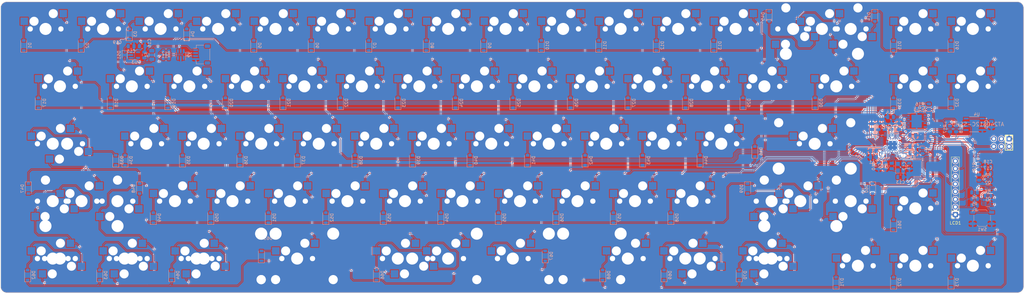
<source format=kicad_pcb>
(kicad_pcb (version 20220427) (generator pcbnew)
  (title_block (title "ToxicDog69") (date "2022-05-20") (rev "1") (comment 1 "Copyright © 2022 HorrorTroll") (comment 2 "MIT License"))
  (layers (0 "F.Cu" signal) (31 "B.Cu" signal) (34 "B.Paste" user) (35 "F.Paste" user) (36 "B.SilkS" user "B.Silkscreen") (37 "F.SilkS" user "F.Silkscreen") (38 "B.Mask" user) (39 "F.Mask" user) (44 "Edge.Cuts" user))
  (net 0 "")
  (net 1 "GND")
  (net 2 "+1V1")
  (net 3 "FLASH_nCS")
  (net 4 "XTAL1")
  (net 5 "Net-(C13-Pad1)")
  (net 6 "+5V")
  (net 7 "Net-(Q2A-G)")
  (net 8 "VBUS")
  (net 9 "Row0")
  (net 10 "Net-(U4-A0)")
  (net 11 "Net-(D1-A)")
  (net 12 "Net-(D2-A)")
  (net 13 "Net-(D3-A)")
  (net 14 "Net-(D4-A)")
  (net 15 "Net-(D5-A)")
  (net 16 "Net-(D6-A)")
  (net 17 "Net-(D7-A)")
  (net 18 "Net-(D8-A)")
  (net 19 "Net-(D9-A)")
  (net 20 "Net-(D10-A)")
  (net 21 "Net-(D12-A)")
  (net 22 "Net-(D13-A)")
  (net 23 "Net-(D14-A)")
  (net 24 "Net-(D15-A)")
  (net 25 "Net-(D16-A)")
  (net 26 "Net-(D17-A)")
  (net 27 "Row1")
  (net 28 "Net-(D18-A)")
  (net 29 "Net-(D19-A)")
  (net 30 "Net-(D20-A)")
  (net 31 "Net-(D21-A)")
  (net 32 "Net-(D22-A)")
  (net 33 "Net-(D23-A)")
  (net 34 "Net-(D24-A)")
  (net 35 "Net-(D25-A)")
  (net 36 "Net-(D26-A)")
  (net 37 "Net-(D27-A)")
  (net 38 "Net-(D28-A)")
  (net 39 "Net-(D29-A)")
  (net 40 "Net-(D30-A)")
  (net 41 "Net-(D31-A)")
  (net 42 "Net-(D32-A)")
  (net 43 "Net-(D33-A)")
  (net 44 "Row2")
  (net 45 "Net-(D34-A)")
  (net 46 "Net-(D35-A)")
  (net 47 "Net-(D36-A)")
  (net 48 "Net-(D37-A)")
  (net 49 "Net-(D38-A)")
  (net 50 "Net-(D39-A)")
  (net 51 "Net-(D40-A)")
  (net 52 "Net-(D41-A)")
  (net 53 "Net-(D42-A)")
  (net 54 "Net-(D43-A)")
  (net 55 "Net-(D44-A)")
  (net 56 "Net-(D45-A)")
  (net 57 "Net-(D46-A)")
  (net 58 "Row3")
  (net 59 "Net-(D47-A)")
  (net 60 "Net-(D48-A)")
  (net 61 "Net-(D49-A)")
  (net 62 "Net-(D50-A)")
  (net 63 "Net-(D51-A)")
  (net 64 "Net-(D52-A)")
  (net 65 "Net-(D53-A)")
  (net 66 "Net-(D54-A)")
  (net 67 "Net-(D55-A)")
  (net 68 "Net-(D56-A)")
  (net 69 "Net-(D57-A)")
  (net 70 "Net-(D58-A)")
  (net 71 "Net-(D59-A)")
  (net 72 "Net-(D60-A)")
  (net 73 "Net-(D61-A)")
  (net 74 "Row4")
  (net 75 "Net-(D62-A)")
  (net 76 "Net-(D63-A)")
  (net 77 "Net-(D64-A)")
  (net 78 "Net-(D65-A)")
  (net 79 "Net-(D66-A)")
  (net 80 "Net-(D67-A)")
  (net 81 "Net-(D68-A)")
  (net 82 "Net-(D69-A)")
  (net 83 "Net-(D70-A)")
  (net 84 "Net-(D71-A)")
  (net 85 "Net-(D72-A)")
  (net 86 "Net-(D73-A)")
  (net 87 "Net-(DS1-A)")
  (net 88 "SWCLK")
  (net 89 "/nRST")
  (net 90 "SWDIO")
  (net 91 "BOOT")
  (net 92 "/DM")
  (net 93 "/DP")
  (net 94 "SDA")
  (net 95 "SCL")
  (net 96 "Col0")
  (net 97 "Col1")
  (net 98 "Col2")
  (net 99 "Col3")
  (net 100 "Col4")
  (net 101 "Col5")
  (net 102 "Col6")
  (net 103 "Col7")
  (net 104 "Col8")
  (net 105 "Col9")
  (net 106 "Col10")
  (net 107 "Col11")
  (net 108 "Col12")
  (net 109 "Col13")
  (net 110 "Col14")
  (net 111 "Col15")
  (net 112 "Net-(D11-A)")
  (net 113 "Net-(Q1A-D)")
  (net 114 "/SWITCH")
  (net 115 "/VBUS_DETECT")
  (net 116 "XTAL2")
  (net 117 "Net-(R8-Pad2)")
  (net 118 "D-")
  (net 119 "D+")
  (net 120 "Net-(R15-Pad1)")
  (net 121 "FLASH_SD3")
  (net 122 "FLASH_SCK")
  (net 123 "FLASH_SD0")
  (net 124 "FLASH_SD2")
  (net 125 "FLASH_SD1")
  (net 127 "Net-(Q1A-D)_1")
  (net 128 "+3V3")
  (net 129 "SCK")
  (net 130 "MOSI")
  (net 131 "RESET")
  (net 132 "DC")
  (net 133 "CS")
  (footprint "MX_Only:MXOnly-1.25U-Hotswap" (layer "F.Cu") (at 11.38125 47.1)
    (fp_text reference "MX34")
    (fp_text value "1.25u")
  )
  (footprint "MX_Only:MXOnly-1U-Hotswap" (layer "F.Cu") (at 89.9625 66.15)
    (fp_text reference "MX54")
    (fp_text value "1u")
  )
  (footprint "MX_Only:MXOnly-1U-Hotswap" (layer "F.Cu") (at 37.575 85.2 180)
    (fp_text reference "MX79")
    (fp_text value "1u")
  )
  (footprint "MX_Only:MXOnly-1U-Hotswap" (layer "F.Cu") (at 56.625 28.05)
    (fp_text reference "MX20")
    (fp_text value "1u")
  )
  (footprint "MX_Only:MXOnly-1U-Hotswap" (layer "F.Cu") (at 94.725 28.05)
    (fp_text reference "MX22")
    (fp_text value "1u")
  )
  (footprint "MX_Only:MXOnly-1U-Hotswap" (layer "F.Cu") (at 132.825 28.05)
    (fp_text reference "MX24")
    (fp_text value "1u")
  )
  (footprint "MX_Only:MXOnly-1U-Hotswap" (layer "F.Cu") (at 256.65 9 180)
    (fp_text reference "MX47")
    (fp_text value "1u")
  )
  (footprint "MX_Only:MXOnly-1U-Hotswap" (layer "F.Cu") (at 170.925 28.05)
    (fp_text reference "MX26")
    (fp_text value "1u")
  )
  (footprint "MX_Only:MXOnly-1U-Hotswap" (layer "F.Cu") (at 128.0625 66.15)
    (fp_text reference "MX56")
    (fp_text value "1u")
  )
  (footprint "MX_Only:MXOnly-1U-Hotswap" (layer "F.Cu") (at 185.2125 66.15)
    (fp_text reference "MX59")
    (fp_text value "1u")
  )
  (footprint "MX_Only:MXOnly-1U-Hotswap" (layer "F.Cu") (at 113.775 28.05)
    (fp_text reference "MX23")
    (fp_text value "1u")
  )
  (footprint "MX_Only:MXOnly-1U-Hotswap" (layer "F.Cu") (at 137.5875 47.1)
    (fp_text reference "MX41")
    (fp_text value "1u")
  )
  (footprint "MX_Only:MXOnly-1U-Hotswap" (layer "F.Cu") (at 180.45 9)
    (fp_text reference "MX10")
    (fp_text value "1u")
  )
  (footprint "MX_Only:MXOnly-1U-Hotswap" (layer "F.Cu") (at 104.25 9)
    (fp_text reference "MX6")
    (fp_text value "1u")
  )
  (footprint "MX_Only:MXOnly-1.25U-Hotswap" (layer "F.Cu") (at 249.50625 85.2 180)
    (fp_text reference "MX74")
    (fp_text value "1.25u")
  )
  (footprint "MX_Only:MXOnly-1U-Hotswap" (layer "F.Cu") (at 37.575 28.05)
    (fp_text reference "MX19")
    (fp_text value "1u")
  )
  (footprint "MX_Only:MXOnly-1U-Hotswap" (layer "F.Cu") (at 278.08125 87.58125)
    (fp_text reference "MX75")
    (fp_text value "1u")
  )
  (footprint "MX_Only:MXOnly-1U-Hotswap" (layer "F.Cu") (at 204.2625 66.15)
    (fp_text reference "MX60")
    (fp_text value "1u")
  )
  (footprint "MX_Only:MXOnly-1U-Hotswap" (layer "F.Cu") (at 213.7875 47.1)
    (fp_text reference "MX45")
    (fp_text value "1u")
  )
  (footprint "MX_Only:MXOnly-7U-Hotswap-ReversedStabilizers" (layer "F.Cu") (at 142.35 85.2)
    (fp_text reference "MX81")
    (fp_text value "7u")
  )
  (footprint "MX_Only:MXOnly-2.25U-Hotswap" (layer "F.Cu") (at 20.90625 66.15)
    (fp_text reference "MX50")
    (fp_text value "2.25u")
  )
  (footprint "MX_Only:MXOnly-1.5U-Hotswap" (layer "F.Cu") (at 13.7625 28.05)
    (fp_text reference "MX18")
    (fp_text value "1.5u")
  )
  (footprint "MX_Only:MXOnly-1U-Hotswap" (layer "F.Cu") (at 228.075 28.05)
    (fp_text reference "MX29")
    (fp_text value "1u")
  )
  (footprint "MX_Only:MXOnly-1.75U-Hotswap" (layer "F.Cu") (at 16.14375 47.1 180)
    (fp_text reference "MX35")
    (fp_text value "1.75u")
  )
  (footprint "MX_Only:MXOnly-1U-Hotswap" (layer "F.Cu") (at 47.1 9)
    (fp_text reference "MX3")
    (fp_text value "1u")
  )
  (footprint "MX_Only:MXOnly-1.25U-Hotswap" (layer "F.Cu") (at 35.19375 85.2)
    (fp_text reference "MX67")
    (fp_text value "1.25u")
  )
  (footprint "MX_Only:MXOnly-1.5U-Hotswap" (layer "F.Cu") (at 270.9375 28.05)
    (fp_text reference "MX31")
    (fp_text value "1.5u")
  )
  (footprint "MX_Only:MXOnly-6.25U-Hotswap" (layer "F.Cu") (at 130.44375 85.2 180)
    (fp_text reference "MX84")
    (fp_text value "6.25u")
  )
  (footprint "MX_Only:MXOnly-1U-Hotswap" (layer "F.Cu") (at 247.125 28.05)
    (fp_text reference "MX30")
    (fp_text value "1u")
  )
  (footprint "MX_Only:MXOnly-1.5U-Hotswap" (layer "F.Cu") (at 247.125 85.2)
    (fp_text reference "MX83")
    (fp_text value "1.5u")
  )
  (footprint "MX_Only:MXOnly-1U-Hotswap" (layer "F.Cu") (at 123.3 9)
    (fp_text reference "MX7")
    (fp_text value "1u")
  )
  (footprint "MX_Only:MXOnly-1U-Hotswap" (layer "F.Cu") (at 232.8375 47.1)
    (fp_text reference "MX46")
    (fp_text value "1u")
  )
  (footprint "MX_Only:MXOnly-1U-Hotswap" (layer "F.Cu") (at 275.7 66.15 180)
    (fp_text reference "MX64")
    (fp_text value "1u")
  )
  (footprint "MX_Only:MXOnly-1U-Hotswap" (layer "F.Cu") (at 51.8625 66.15)
    (fp_text reference "MX52")
    (fp_text value "1u")
  )
  (footprint "MX_Only:MXOnly-2U-Hotswap" (layer "F.Cu") (at 266.175 9)
    (fp_text reference "MX15")
    (fp_text value "2u")
  )
  (footprint "MX_Only:MXOnly-1U-Hotswap" (layer "F.Cu") (at 175.6875 47.1)
    (fp_text reference "MX43")
    (fp_text value "1u")
  )
  (footprint "MX_Only:MXOnly-1U-Hotswap" (layer "F.Cu") (at 316.18125 9)
    (fp_text reference "MX17")
    (fp_text value "1u")
  )
  (footprint "MX_Only:MXOnly-1U-Hotswap" (layer "F.Cu") (at 42.3375 47.1)
    (fp_text reference "MX36")
    (fp_text value "1u")
  )
  (footprint "MX_Only:MXOnly-1.25U-Hotswap" (layer "F.Cu") (at 201.88125 85.2)
    (fp_text reference "MX72")
    (fp_text value "1.25u")
  )
  (footprint "MX_Only:MXOnly-1U-Hotswap" (layer "F.Cu") (at 189.975 28.05)
    (fp_text reference "MX27")
    (fp_text value "1u")
  )
  (footprint "MX_Only:MXOnly-1U-Hotswap" (layer "F.Cu") (at 28.05 9)
    (fp_text reference "MX2")
    (fp_text value "1u")
  )
  (footprint "MX_Only:MXOnly-1U-Hotswap" (layer "F.Cu") (at 297.13125 87.58125)
    (fp_text reference "MX76")
    (fp_text value "1u")
  )
  (footprint "MX_Only:MXOnly-1U-Hotswap" (layer "F.Cu") (at 118.5375 47.1)
    (fp_text reference "MX40")
    (fp_text value "1u")
  )
  (footprint "MX_Only:MXOnly-1U-Hotswap" (layer "F.Cu") (at 61.3875 47.1)
    (fp_text reference "MX37")
    (fp_text value "1u")
  )
  (footprint "MX_Only:MXOnly-1U-Hotswap" (layer "F.Cu") (at 147.1125 66.15)
    (fp_text reference "MX57")
    (fp_text value "1u")
  )
  (footprint "MX_Only:MXOnly-1U-Hotswap" (layer "F.Cu") (at 297.13125 28.05)
    (fp_text reference "MX32")
    (fp_text value "1u")
  )
  (footprint "MX_Only:MXOnly-2.75U-Hotswap-ReversedStabilizers" (layer "F.Cu") (at 163.78125 85.2)
    (fp_text reference "MX71")
    (fp_text value "2.75u")
  )
  (footprint "MX_Only:MXOnly-1U-Hotswap" (layer "F.Cu") (at 223.3125 66.15)
    (fp_text reference "MX61")
    (fp_text value "1u")
  )
  (footprint "MX_Only:MXOnly-1.5U-Hotswap" (layer "F.Cu") (at 61.3875 85.2 180)
    (fp_text reference "MX80")
    (fp_text value "1.5u")
  )
  (footprint "MX_Only:MXOnly-1U-Hotswap" (layer "F.Cu") (at 218.55 9)
    (fp_text reference "MX12")
    (fp_text value "1u")
  )
  (footprint "MX_Only:MXOnly-1U-Hotswap" (layer "F.Cu") (at 85.2 9)
    (fp_text reference "MX5")
    (fp_text value "1u")
  )
  (footprint "MX_Only:MXOnly-1U-Hotswap" (layer "F.Cu") (at 80.4375 47.1)
    (fp_text reference "MX38")
    (fp_text value "1u")
  )
  (footprint "MX_Only:MXOnly-1U-Hotswap" (layer "F.Cu") (at 297.13125 68.53125)
    (fp_text reference "MX65")
    (fp_text value "1u")
  )
  (footprint "MX_Only:MXOnly-1U-Hotswap" (layer "F.Cu") (at 209.025 28.05)
    (fp_text reference "MX28")
    (fp_text value "1u")
  )
  (footprint "MX_Only:MXOnly-1U-Hotswap" (layer "F.Cu") (at 9 9)
    (fp_text reference "MX1")
    (fp_text value "1u")
  )
  (footprint "MX_Only:MXOnly-1U-Hotswap" (layer "F.Cu") (at 166.1625 66.15)
    (fp_text reference "MX58")
    (fp_text value "1u")
  )
  (footprint "Connector_PinSocket_2.54mm:PinSocket_1x08_P2.54mm_Vertical" (layer "F.Cu") (at 310.388 70.612 180)
    (fp_text reference "LCD1")
    (fp_text value "LCD-ST7735-0.96in")
  )
  (footprint "MX_Only:MXOnly-1U-Hotswap" (layer "F.Cu") (at 142.35 9)
    (fp_text reference "MX8")
    (fp_text value "1u")
  )
  (footprint "MX_Only:MXOnly-1U-Hotswap" (layer "F.Cu") (at 316.18125 87.58125)
    (fp_text reference "MX77")
    (fp_text value "1u")
  )
  (footprint "MX_Only:MXOnly-1U-Hotswap" (layer "F.Cu") (at 316.18125 28.05)
    (fp_text reference "MX33")
    (fp_text value "1u")
  )
  (footprint "random-keyboard-parts:Reset_Pretty" (layer "F.Cu") (at 325.6395 46.736 90)
    (fp_text reference "J1")
    (fp_text value "RP2040-JTAG-6")
  )
  (footprint "MX_Only:MXOnly-2.25U-Hotswap" (layer "F.Cu") (at 263.79375 47.1)
    (fp_text reference "MX48")
    (fp_text value "2.25u")
  )
  (footprint "MX_Only:MXOnly-1.25U-Hotswap" (layer "F.Cu") (at 220.93125 85.2)
    (fp_text reference "MX82")
    (fp_text value "1.25u")
  )
  (footprint "MX_Only:MXOnly-2.25U-Hotswap-ReversedStabilizers" (layer "F.Cu") (at 92.34375 85.2)
    (fp_text reference "MX69")
    (fp_text value "2.25u")
  )
  (footprint "MX_Only:MXOnly-1U-Hotswap" (layer "F.Cu") (at 199.5 9)
    (fp_text reference "MX11")
    (fp_text value "1u")
  )
  (footprint "MX_Only:MXOnly-1.25U-Hotswap" (layer "F.Cu") (at 59.00625 85.2)
    (fp_text reference "MX68")
    (fp_text value "1.25u")
  )
  (footprint "MX_Only:MXOnly-1U-Hotswap" (layer "F.Cu") (at 237.6 9)
    (fp_text reference "MX13")
    (fp_text value "1u")
  )
  (footprint "MX_Only:MXOnly-1.25U-Hotswap" (layer "F.Cu") (at 225.69375 85.2 180)
    (fp_text reference "MX73")
    (fp_text value "1.25u")
  )
  (footprint "MX_Only:MXOnly-1.75U-Hotswap" (layer "F.Cu") (at 249.50625 66.15 180)
    (fp_text reference "MX62")
    (fp_text value "1.75u")
  )
  (footprint "MX_Only:MXOnly-2.75U-Hotswap" (layer "F.Cu") (at 259.03125 66.15)
    (fp_text reference "MX63")
    (fp_text value "2.75u")
  )
  (footprint "MX_Only:MXOnly-1U-Hotswap" (layer "F.Cu") (at 194.7375 47.1)
    (fp_text reference "MX44")
    (fp_text value "1u")
  )
  (footprint "MX_Only:MXOnly-1U-Hotswap" (layer "F.Cu") (at 275.7 9 180)
    (fp_text reference "MX14")
    (fp_text value "1u")
  )
  (footprint "MX_Only:MXOnly-1U-Hotswap" (layer "F.Cu") (at 109.0125 66.15)
    (fp_text reference "MX55")
    (fp_text value "1u")
  )
  (footprint "MX_Only:MXOnly-1U-Hotswap" (layer "F.Cu") (at 99.4875 47.1)
    (fp_text reference "MX39")
    (fp_text value "1u")
  )
  (footprint "MX_Only:MXOnly-1U-Hotswap" (layer "F.Cu") (at 161.4 9)
    (fp_text reference "MX9")
    (fp_text value "1u")
  )
  (footprint "MX_Only:MXOnly-1.25U-Hotswap" (layer "F.Cu") (at 11.38125 66.15 180)
    (fp_text reference "MX49")
    (fp_text value "1.25u")
  )
  (footprint "MX_Only:MXOnly-1U-Hotswap" (layer "F.Cu") (at 156.6375 47.1)
    (fp_text reference "MX42")
    (fp_text value "1u")
  )
  (footprint "MX_Only:MXOnly-1U-Hotswap" (layer "F.Cu") (at 70.9125 66.15)
    (fp_text reference "MX53")
    (fp_text value "1u")
  )
  (footprint "MX_Only:MXOnly-1U-Hotswap" (layer "F.Cu") (at 66.15 9)
    (fp_text reference "MX4")
    (fp_text value "1u")
  )
  (footprint "MX_Only:MXOnly-1.25U-Hotswap" (layer "F.Cu") (at 125.68125 85.2)
    (fp_text reference "MX70")
    (fp_text value "1.25u")
  )
  (footprint "MX_Only:MXOnly-1.25U-Hotswap" (layer "F.Cu") (at 11.38125 85.2)
    (fp_text reference "MX66")
    (fp_text value "1.25u")
  )
  (footprint "MX_Only:MXOnly-1U-Hotswap" (layer "F.Cu") (at 297.13125 9)
    (fp_text reference "MX16")
    (fp_text value "1u")
  )
  (footprint "MX_Only:MXOnly-1U-Hotswap" (layer "F.Cu") (at 32.8125 66.15 180)
    (fp_text reference "MX51")
    (fp_text value "1u")
  )
  (footprint "MX_Only:MXOnly-1U-Hotswap" (layer "F.Cu") (at 151.875 28.05)
    (fp_text reference "MX25")
    (fp_text value "1u")
  )
  (footprint "MX_Only:MXOnly-1.5U-Hotswap" (layer "F.Cu") (at 13.7625 85.2 180)
    (fp_text reference "MX78")
    (fp_text value "1.5u")
  )
  (footprint "MX_Only:MXOnly-1U-Hotswap" (layer "F.Cu") (at 75.675 28.05)
    (fp_text reference "MX21")
    (fp_text value "1u")
  )
  (footprint "Diode_SMD:D_SOD-123" (layer "B.Cu") (at 187.706 52.578 90)
    (fp_text reference "D42")
    (fp_text value "1N4148W")
  )
  (footprint "Capacitor_SMD:C_0805_2012Metric" (layer "B.Cu") (at 289.179 41.402 90)
    (fp_text reference "C7")
    (fp_text value "100n")
  )
  (footprint "Diode_SMD:D_SOD-123" (layer "B.Cu") (at 111.506 52.578 90)
    (fp_text reference "D38")
    (fp_text value "1N4148W")
  )
  (footprint "Diode_SMD:D_SOD-123" (layer "B.Cu") (at 154.178 14.478 90)
    (fp_text reference "D9")
    (fp_text value "1N4148W")
  )
  (footprint "Diode_SMD:D_SOD-123" (layer "B.Cu") (at 206.756 52.578 90)
    (fp_text reference "D43")
    (fp_text value "1N4148W")
  )
  (footprint "Resistor_SMD:R_0805_2012Metric" (layer "B.Cu") (at 316.738 65.405)
    (fp_text reference "R5")
    (fp_text value "5K1")
  )
  (footprint "Diode_SMD:D_SOD-123" (layer "B.Cu") (at 20.828 14.478 90)
    (fp_text reference "D2")
    (fp_text value "1N4148W")
  )
  (footprint "Diode_SMD:D_SOD-123" (layer "B.Cu") (at 40.132 61.976 -90)
    (fp_text reference "D48")
    (fp_text value "1N4148W")
  )
  (footprint "Diode_SMD:D_SOD-123" (layer "B.Cu") (at 101.854 71.628 90)
    (fp_text reference "D52")
    (fp_text value "1N4148W")
  )
  (footprint "Diode_SMD:D_SOD-123" (layer "B.Cu") (at 116.078 14.478 90)
    (fp_text reference "D7")
    (fp_text value "1N4148W")
  )
  (footprint "Diode_SMD:D_SOD-123" (layer "B.Cu") (at 144.78 33.528 90)
    (fp_text reference "D24")
    (fp_text value "1N4148W")
  )
  (footprint "Diode_SMD:D_SOD-123" (layer "B.Cu") (at 289.90925 93.05925 90)
    (fp_text reference "D72")
    (fp_text value "1N4148W")
  )
  (footprint "Capacitor_SMD:C_0805_2012Metric" (layer "B.Cu") (at 291.719 41.402 90)
    (fp_text reference "C9")
    (fp_text value "100n")
  )
  (footprint "Diode_SMD:D_SOD-123" (layer "B.Cu") (at 106.68 33.528 90)
    (fp_text reference "D22")
    (fp_text value "1N4148W")
  )
  (footprint "Capacitor_SMD:C_0805_2012Metric" (layer "B.Cu") (at 41.021 14.732 180)
    (fp_text reference "C19")
    (fp_text value "4u7")
  )
  (footprint "josh-dfn-qfn:RP2040-QFN-56" (layer "B.Cu") (at 289.56 47.752 180)
    (fp_text reference "U1")
    (fp_text value "RP2040")
  )
  (footprint "Diode_SMD:D_SOD-123" (layer "B.Cu") (at 248.666 4.826 -90)
    (fp_text reference "D45")
    (fp_text value "1N4148W")
  )
  (footprint "Connector_JST:JST_SH_SM04B-SRSS-TB_1x04-1MP_P1.00mm_Horizontal" (layer "B.Cu") (at 60.74 17.5 -90)
    (fp_text reference "J2")
    (fp_text value "USB Daughterboard")
  )
  (footprint "Diode_SMD:D_SOD-123" (layer "B.Cu") (at 6.604 33.528 90)
    (fp_text reference "D17")
    (fp_text value "1N4148W")
  )
  (footprint "Diode_SMD:D_SOD-123" (layer "B.Cu") (at 120.904 71.628 90)
    (fp_text reference "D53")
    (fp_text value "1N4148W")
  )
  (footprint "Resistor_SMD:R_0805_2012Metric" (layer "B.Cu") (at 318.262 54.737 -90)
    (fp_text reference "R10")
    (fp_text value "1K")
  )
  (footprint "Resistor_SMD:R_0805_2012Metric" (layer "B.Cu") (at 321.183 59.055 180)
    (fp_text reference "R8")
    (fp_text value "51K")
  )
  (footprint "Capacitor_SMD:C_0805_2012Metric" (layer "B.Cu") (at 287.147 54.483 -90)
    (fp_text reference "C6")
    (fp_text value "100n")
  )
  (footprint "Diode_SMD:D_SOD-123" (layer "B.Cu") (at 211.328 14.478 90)
    (fp_text reference "D12")
    (fp_text value "1N4148W")
  )
  (footprint "Diode_SMD:D_SOD-123" (layer "B.Cu") (at 118.618 90.678 90)
    (fp_text reference "D66")
    (fp_text value "1N4148W")
  )
  (footprint "Capacitor_SMD:C_0805_2012Metric" (layer "B.Cu") (at 322.326 40.64 -90)
    (fp_text reference "C20")
    (fp_text value "100n")
  )
  (footprint "Diode_SMD:D_SOD-123" (layer "B.Cu") (at 270.85925 93.05925 90)
    (fp_text reference "D71")
    (fp_text value "1N4148W")
  )
  (footprint "Diode_SMD:D_SOD-123" (layer "B.Cu") (at 197.104 71.628 90)
    (fp_text reference "D57")
    (fp_text value "1N4148W")
  )
  (footprint "Diode_SMD:D_SOD-123" (layer "B.Cu") (at 159.004 71.628 90)
    (fp_text reference "D55")
    (fp_text value "1N4148W")
  )
  (footprint "Capacitor_SMD:C_0805_2012Metric" (layer "B.Cu") (at 296.291 48.006)
    (fp_text reference "C5")
    (fp_text value "100n")
  )
  (footprint "Diode_SMD:D_SOD-123" (layer "B.Cu") (at 139.954 71.628 90)
    (fp_text reference "D54")
    (fp_text value "1N4148W")
  )
  (footprint "Diode_SMD:D_SOD-123" (layer "B.Cu") (at 3.302 61.976 -90)
    (fp_text reference "D47")
    (fp_text value "1N4148W")
  )
  (footprint "Diode_SMD:D_SOD-323" (layer "B.Cu") (at 35.179 17.653 -90)
    (fp_text reference "DS1")
    (fp_text value "B5817WS")
  )
  (footprint "Diode_SMD:D_SOD-123" (layer "B.Cu") (at 243.967 49.657 90)
    (fp_text reference "D46")
    (fp_text value "1N4148W")
  )
  (footprint "Diode_SMD:D_SOD-123" (layer "B.Cu") (at 130.556 52.578 90)
    (fp_text reference "D39")
    (fp_text value "1N4148W")
  )
  (footprint "Diode_SMD:D_SOD-123" (layer "B.Cu") (at 289.90925 14.478 90)
    (fp_text reference "D15")
    (fp_text value "1N4148W")
  )
  (footprint "Diode_SMD:D_SOD-123" (layer "B.Cu") (at 282.956 61.976 -90)
    (fp_text reference "D60")
    (fp_text value "1N4148W")
  )
  (footprint "eec:Microchip-C04-057-SN-0-E-MFG" (layer "B.Cu") (at 316.6295 40.64 180)
    (fp_text reference "U4")
    (fp_text value "AT24C512C-SSHD-T")
  )
  (footprint "Capacitor_SMD:C_0805_2012Metric" (layer "B.Cu") (at 296.291 44.323)
    (fp_text reference "C1")
    (fp_text value "100n")
  )
  (footprint "Diode_SMD:D_SOD-123" (layer "B.Cu") (at 163.83 33.528 90)
    (fp_text reference "D25")
    (fp_text value "1N4148W")
  )
  (footprint "Capacitor_SMD:C_0805_2012Metric" (layer "B.Cu") (at 321.183 54.737 180)
    (fp_text reference "C18")
    (fp_text value "4u7")
  )
  (footprint "Capacitor_SMD:C_0805_2012Metric" (layer "B.Cu") (at 292.227 58.166)
    (fp_text reference "C13")
    (fp_text value "15p")
  )
  (footprint "Capacitor_SMD:C_0805_2012Metric" (layer "B.Cu") (at 287.02 41.402 90)
    (fp_text reference "C8")
    (fp_text value "100n")
  )
  (footprint "Button_Switch_SMD:SW_SPST_TL3342" (layer "B.Cu") (at 319.278 71.755)
    (fp_text reference "SW1")
    (fp_text value "SWITCH")
  )
  (footprint "Resistor_SMD:R_0805_2012Metric" (layer "B.Cu") (at 299.466 49.403 90)
    (fp_text reference "R1")
    (fp_text value "2K2")
  )
  (footprint "Resistor_SMD:R_0805_2012Metric" (layer "B.Cu") (at 316.738 67.564)
    (fp_text reference "R4")
    (fp_text value "5K1")
  )
  (footprint "Capacitor_SMD:C_0805_2012Metric" (layer "B.Cu") (at 288.925 38.227 180)
    (fp_text reference "C14")
    (fp_text value "100n")
  )
  (footprint "Diode_SMD:D_SOD-123" (layer "B.Cu") (at 283.718 4.826 -90)
    (fp_text reference "D14")
    (fp_text value "1N4148W")
  )
  (footprint "Diode_SMD:D_SOD-123" (layer "B.Cu") (at 80.518 84.328 90)
    (fp_text reference "D65")
    (fp_text value "1N4148W")
  )
  (footprint "Diode_SMD:D_SOD-123" (layer "B.Cu") (at 26.924 90.678 90)
    (fp_text reference "D63")
    (fp_text value "1N4148W")
  )
  (footprint "Resistor_SMD:R_0805_2012Metric" (layer "B.Cu") (at 310.642 42.164 90)
    (fp_text reference "R18")
    (fp_text value "10K")
  )
  (footprint "Diode_SMD:D_SOD-123" (layer "B.Cu") (at 54.356 52.578 90)
    (fp_text reference "D35")
    (fp_text value "1N4148W")
  )
  (footprint "Diode_SMD:D_SOD-123" (layer "B.Cu") (at 49.53 33.528 90)
    (fp_text reference "D19")
    (fp_text value "1N4148W")
  )
  (footprint "Diode_SMD:D_SOD-123" (layer "B.Cu") (at 55.753 10.668 90)
    (fp_text reference "D4")
    (fp_text value "1N4148W")
  )
  (footprint "Diode_SMD:D_SOD-123" (layer "B.Cu") (at 308.95925 93.05925 90)
    (fp_text reference "D73")
    (fp_text value "1N4148W")
  )
  (footprint "Capacitor_SMD:C_0805_2012Metric" (layer "B.Cu") (at 321.183 56.896 180)
    (fp_text reference "C17")
    (fp_text value "4u7")
  )
  (footprint "Capacitor_SMD:C_0805_2012Metric" (layer "B.Cu") (at 295.148 54.483 -90)
    (fp_text reference "C12")
    (fp_text value "15p")
  )
  (footprint "Diode_SMD:D_SOD-123" (layer "B.Cu") (at 92.456 52.578 90)
    (fp_text reference "D37")
    (fp_text value "1N4148W")
  )
  (footprint "Diode_SMD:D_SOD-123" (layer "B.Cu") (at 97.028 14.478 90)
    (fp_text reference "D6")
    (fp_text value "1N4148W")
  )
  (footprint "Capacitor_SMD:C_0805_2012Metric" (layer "B.Cu") (at 283.21 51.562)
    (fp_text reference "C11")
    (fp_text value "1u")
  )
  (footprint "Resistor_SMD:R_0805_2012Metric" (layer "B.Cu") (at 289.306 54.483 -90)
    (fp_text reference "R3")
    (fp_text value "1K")
  )
  (footprint "Diode_SMD:D_SOD-123" (layer "B.Cu") (at 192.278 14.478 90)
    (fp_text reference "D11")
    (fp_text value "1N4148W")
  )
  (footprint "Diode_SMD:D_SOD-123" (layer "B.Cu") (at 216.154 71.628 90)
    (fp_text reference "D58")
    (fp_text value "1N4148W")
  )
  (footprint "Resistor_SMD:R_0805_2012Metric" (layer "B.Cu") (at 316.738 63.246)
    (fp_text reference "R6")
    (fp_text value "5K1")
  )
  (footprint "Diode_SMD:D_SOD-123" (layer "B.Cu") (at 308.95925 33.528 90)
    (fp_text reference "D32")
    (fp_text value "1N4148W")
  )
  (footprint "Diode_SMD:D_SOD-123" (layer "B.Cu") (at 82.804 71.628 90)
    (fp_text reference "D51")
    (fp_text value "1N4148W")
  )
  (footprint "Resistor_SMD:R_0805_2012Metric" (layer "B.Cu") (at 48.895 18.745951 180)
    (fp_text reference "R12")
    (fp_text value "27R")
  )
  (footprint "Capacitor_SMD:C_0805_2012Metric" (layer "B.Cu") (at 282.702 41.402 90)
    (fp_text reference "C2")
    (fp_text value "100n")
  )
  (footprint "Resistor_SMD:R_0805_2012Metric" (layer "B.Cu") (at 321.183 64.389 180)
    (fp_text reference "R7")
    (fp_text value "51K")
  )
  (footprint "Resistor_SMD:R_0805_2012Metric" (layer "B.Cu") (at 308.61 42.164 -90)
    (fp_text reference "R17")
    (fp_text value "10K")
  )
  (footprint "Diode_SMD:D_SOD-123" (layer "B.Cu") (at 1.778 14.478 90)
    (fp_text reference "D1")
    (fp_text value "1N4148W")
  )
  (footprint "Package_TO_SOT_SMD:SOT-23-5" (layer "B.Cu") (at 38.481 17.653)
    (fp_text reference "U3")
    (fp_text value "AP7365-33WG-7 ")
  )
  (footprint "Diode_SMD:D_SOD-123" (layer "B.Cu") (at 36.703 10.668 90)
    (fp_text reference "D3")
    (fp_text value "1N4148W")
  )
  (footprint "Diode_SMD:D_SOD-123" (layer "B.Cu") (at 87.63 33.528 90)
    (fp_text reference "D21")
    (fp_text value "1N4148W")
  )
  (footprint "Diode_SMD:D_SOD-123" (layer "B.Cu") (at 63.754 71.628 90)
    (fp_text reference "D50")
    (fp_text value "1N4148W")
  )
  (footprint "Diode_SMD:D_SOD-123" (layer "B.Cu") (at 30.48 33.528 90)
    (fp_text reference "D18")
    (fp_text value "1N4148W")
  )
  (footprint "Capacitor_SMD:C_0805_2012Metric" (layer "B.Cu") (at 41.783 17.653 90)
    (fp_text reference "C16")
    (fp_text value "4u7")
  )
  (footprint "Capacitor_SMD:C_0805_2012Metric" (layer "B.Cu") (at 283.21 49.403 180)
    (fp_text reference "C4")
    (fp_text value "100n")
  )
  (footprint "Diode_SMD:D_SOD-123" (layer "B.Cu") (at 178.054 71.628 90)
    (fp_text reference "D56")
    (fp_text value "1N4148W")
  )
  (footprint "Diode_SMD:D_SOD-123" (layer "B.Cu") (at 230.378 14.478 90)
    (fp_text reference "D13")
    (fp_text value "1N4148W")
  )
  (footprint "Diode_SMD:D_SOD-123" (layer "B.Cu") (at 35.306 52.578 90)
    (fp_text reference "D34")
    (fp_text value "1N4148W")
  )
  (footprint "Resistor_SMD:R_0805_2012Metric" (layer "B.Cu") (at 48.895 16.410394)
    (fp_text reference "R11")
    (fp_text value "27R")
  )
  (footprint "Package_TO_SOT_SMD:SOT-23-6" (layer "B.Cu") (at 53.79178 17.494792 90)
    (fp_text reference "U5")
    (fp_text value "SRV05-4")
  )
  (footprint "Diode_SMD:D_SOD-123" (layer "B.Cu") (at 135.128 14.478 90)
    (fp_text reference "D8")
    (fp_text value "1N4148W")
  )
  (footprint "Resistor_SMD:R_0805_2012Metric" (layer "B.Cu") (at 296.291 50.165)
    (fp_text reference "R2")
    (fp_text value "5K1")
  )
  (footprint "Capacitor_SMD:C_0805_2012Metric" (layer "B.Cu") (at 37.338 14.732)
    (fp_text reference "C15")
    (fp_text value "4u7")
  )
  (footprint "Diode_SMD:D_SOD-123" (layer "B.Cu") (at 241.554 61.976 -90)
    (fp_text reference "D59")
    (fp_text value "1N4148W")
  )
  (footprint "Diode_SMD:D_SOD-123" (layer "B.Cu") (at 213.868 90.678 90)
    (fp_text reference "D69")
    (fp_text value "1N4148W")
  )
  (footprint "Diode_SMD:D_SOD-123" (layer "B.Cu") (at 220.98 33.528 90)
    (fp_text reference "D28")
    (fp_text value "1N4148W")
  )
  (footprint "Diode_SMD:D_SOD-123" (layer "B.Cu") (at 3.048 90.678 90)
    (fp_text reference "D62")
    (fp_text value "1N4148W")
  )
  (footprint "Resistor_SMD:R_0805_2012Metric" (layer "B.Cu") (at 301.625 34.798 -90)
    (fp_text reference "R15")
    (fp_text value "5K1")
  )
  (footprint "Diode_SMD:D_SOD-123" (layer "B.Cu") (at 73.406 52.578 90)
    (fp_text reference "D36")
    (fp_text value "1N4148W")
  )
  (footprint "Diode_SMD:D_SOD-123" (layer "B.Cu") (at 174.498 84.328 90)
    (fp_text reference "D67")
    (fp_text value "1N4148W")
  )
  (footprint "Package_SON:WSON-8-1EP_6x5mm_P1.27mm_EP3.4x4.3mm" (layer "B.Cu") (at 297.561 39.624 180)
    (fp_text reference "U2")
    (fp_text value "GD25Q128EWIGR")
  )
  (footprint "Crystal:Crystal_SMD_3225-4Pin_3.2x2.5mm" (layer "B.Cu") (at 292.227 54.864 90)
    (fp_text reference "Y1")
    (fp_text value "12Mhz")
  )
  (footprint "Diode_SMD:D_SOD-123" (layer "B.Cu") (at 289.90925 74.00925 90)
    (fp_text reference "D61")
    (fp_text value "1N4148W")
  )
  (footprint "Diode_SMD:D_SOD-123" (layer "B.Cu") (at 32.258 52.578 90)
    (fp_text reference "D33")
    (fp_text value "1N4148W")
  )
  (footprint "Diode_SMD:D_SOD-123" (layer "B.Cu") (at 68.58 33.528 90)
    (fp_text reference "D20")
    (fp_text value "1N4148W")
  )
  (footprint "Diode_SMD:D_SOD-123" (layer "B.Cu") (at 201.93 33.528 90)
    (fp_text reference "D27")
    (fp_text value "1N4148W")
  )
  (footprint "Diode_SMD:D_SOD-123" (layer "B.Cu") (at 168.656 52.578 90)
    (fp_text reference "D41")
    (fp_text value "1N4148W")
  )
  (footprint "Resistor_SMD:R_0805_2012Metric" (layer "B.Cu") (at 318.262 58.293 90)
    (fp_text reference "R9")
    (fp_text value "51K")
  )
  (footprint "Diode_SMD:D_SOD-123" (layer "B.Cu") (at 289.90925 33.528 90)
    (fp_text reference "D31")
    (fp_text value "1N4148W")
  )
  (footprint "Diode_SMD:D_SOD-123" (layer "B.Cu") (at 238.76 90.678 90)
    (fp_text reference "D70")
    (fp_text value "1N4148W")
  )
  (footprint "Fuse:Fuse_1206_3216Metric" (layer "B.Cu") (at 44.196 17.653 -90)
    (fp_text reference "F1")
    (fp_text value "500mA")
  )
  (footprint "Capacitor_SMD:C_0805_2012Metric" (layer "B.Cu") (at 284.861 41.402 90)
    (fp_text reference "C3")
    (fp_text value "100n")
  )
  (footprint "Capacitor_SMD:C_0805_2012Metric" (layer "B.Cu") (at 284.988 54.483 -90)
    (fp_text reference "C10")
    (fp_text value "1u")
  )
  (footprint "Diode_SMD:D_SOD-123" (layer "B.Cu") (at 50.8 90.678 90)
    (fp_text reference "D64")
    (fp_text value "1N4148W")
  )
  (footprint "Diode_SMD:D_SOD-123" (layer "B.Cu") (at 193.548 90.678 90)
    (fp_text reference "D68")
    (fp_text value "1N4148W")
  )
  (footprint "Resistor_SMD:R_0805_2012Metric" (layer "B.Cu") (at 298.577 35.56 180)
    (fp_text reference "R16")
    (fp_text value "5K1")
  )
  (footprint "Diode_SMD:D_SOD-123" (layer "B.Cu") (at 225.806 52.578 90)
    (fp_text reference "D44")
    (fp_text value "1N4148W")
  )
  (footprint "Package_TO_SOT_SMD:SOT-563" (layer "B.Cu") (at 321.183 61.722 180)
    (fp_text reference "Q2")
    (fp_text value "2N7002VC-7")
  )
  (footprint "Diode_SMD:D_SOD-123" (layer "B.Cu") (at 263.906 33.528 90)
    (fp_text reference "D30")
    (fp_text value "1N4148W")
  )
  (footprint "Diode_SMD:D_SOD-123" (layer "B.Cu") (at 44.704 71.628 90)
    (fp_text reference "D49")
    (fp_text value "1N4148W")
  )
  (footprint "Diode_SMD:D_SOD-123" (layer "B.Cu") (at 173.228 14.478 90)
    (fp_text reference "D10")
    (fp_text value "1N4148W")
  )
  (footprint "Diode_SMD:D_SOD-123" (layer "B.Cu") (at 240.03 33.528 90)
    (fp_text reference "D29")
    (fp_text value "1N4148W")
  )
  (footprint "Diode_SMD:D_SOD-123" (layer "B.Cu") (at 149.606 52.578 90)
    (fp_text reference "D40")
    (fp_text value "1N4148W")
  )
  (footprint "Diode_SMD:D_SOD-123" (layer "B.Cu") (at 77.978 14.478 90)
    (fp_text reference "D5")
    (fp_text value "1N4148W")
  )
  (footprint "Diode_SMD:D_SOD-123" (layer "B.Cu") (at 182.88 33.528 90)
    (fp_text reference "D26")
    (fp_text value "1N4148W")
  )
  (footprint "Diode_SMD:D_SOD-123" (layer "B.Cu") (at 125.73 33.528 90)
    (fp_text reference "D23")
    (fp_text value "1N4148W")
  )
  (footprint "Diode_SMD:D_SOD-123" (layer "B.Cu") (at 308.95925 14.478 90)
    (fp_text reference "D16")
    (fp_text value "1N4148W")
  )
  (footprint "Package_TO_SOT_SMD:SOT-563" (layer "B.Cu") (at 321.183 67.056 180)
    (fp_text reference "Q1")
    (fp_text value "2N7002VC-7")
  )
  (gr_line (start 330.994 96.52) (end -3.874 96.52) (stroke (width 0.1)) (layer "Edge.Cuts"))
  (gr_line (start 332.994 2) (end 332.994 94.52) (stroke (width 0.1)) (layer "Edge.Cuts"))
  (gr_arc (start -3.874 96.52) (mid -5.288214 95.934214) (end -5.874 94.52) (stroke (width 0.1)) (layer "Edge.Cuts"))
  (gr_line (start -3.874 0) (end 330.994 0) (stroke (width 0.1)) (layer "Edge.Cuts"))
  (gr_arc (start 332.994 94.52) (mid 332.408214 95.934214) (end 330.994 96.52) (stroke (width 0.1)) (layer "Edge.Cuts"))
  (gr_arc (start -5.874 2) (mid -5.288214 0.585786) (end -3.874 0) (stroke (width 0.1)) (layer "Edge.Cuts"))
  (gr_line (start -5.874 94.52) (end -5.874 2) (stroke (width 0.1)) (layer "Edge.Cuts"))
  (gr_arc (start 330.994 0) (mid 332.408214 0.585786) (end 332.994 2) (stroke (width 0.1)) (layer "Edge.Cuts"))
  (segment (start 305.435 41.021) (end 305.943 41.529) (width 0.2) (layer "F.Cu") (net 1))
  (segment (start 305.943 41.529) (end 305.943 43.561) (width 0.2) (layer "F.Cu") (net 1))
  (segment (start 305.943 43.561) (end 305.054 44.45) (width 0.2) (layer "F.Cu") (net 1))
  (via (at 298.958 44.069) (size 0.5) (drill 0.25) (layers "F.Cu" "B.Cu") (net 1))
  (via (at 305.435 41.021) (size 0.5) (drill 0.25) (layers "F.Cu" "B.Cu") (net 1))
  (via (at 289.687 50.165) (size 0.5) (drill 0.25) (layers "F.Cu" "B.Cu") (net 1))
  (via (at 299.085 46.863) (size 0.5) (drill 0.25) (layers "F.Cu" "B.Cu") (net 1))
  (via (at 292.227 54.864) (size 0.5) (drill 0.25) (layers "F.Cu" "B.Cu") (net 1))
  (via (at 305.054 44.45) (size 0.5) (drill 0.25) (layers "F.Cu" "B.Cu") (net 1))
  (segment (start 291.377 54.014) (end 292.227 54.864) (width 0.2) (layer "B.Cu") (net 1))
  (segment (start 289.56 50.038) (end 289.56 49.027) (width 0.2) (layer "B.Cu") (net 1))
  (segment (start 297.241 48.006) (end 297.241 47.31) (width 0.2) (layer "B.Cu") (net 1))
  (segment (start 293.077 55.714) (end 293.077 55.964) (width 0.2) (layer "B.Cu") (net 1))
  (segment (start 290.250585 50.419) (end 289.941 50.419) (width 0.2) (layer "B.Cu") (net 1))
  (segment (start 297.241 47.31) (end 297.688 46.863) (width 0.2) (layer "B.Cu") (net 1))
  (segment (start 297.688 46.863) (end 299.085 46.863) (width 0.2) (layer "B.Cu") (net 1))
  (segment (start 290.56 51.1895) (end 290.56 50.728415) (width 0.2) (layer "B.Cu") (net 1))
  (segment (start 297.3305 50.165) (end 297.561 50.165) (width 0.2) (layer "B.Cu") (net 1))
  (segment (start 302.387 41.021) (end 305.435 41.021) (width 0.2) (layer "B.Cu") (net 1))
  (segment (start 301.879 41.529) (end 302.387 41.021) (width 0.2) (layer "B.Cu") (net 1))
  (segment (start 289.941 50.419) (end 289.687 50.165) (width 0.2) (layer "B.Cu") (net 1))
  (segment (start 300.261 41.529) (end 301.879 41.529) (width 0.2) (layer "B.Cu") (net 1))
  (segment (start 289.687 50.165) (end 289.56 50.038) (width 0.2) (layer "B.Cu") (net 1))
  (segment (start 290.56 50.728415) (end 290.250585 50.419) (width 0.2) (layer "B.Cu") (net 1))
  (segment (start 292.227 54.864) (end 293.077 55.714) (width 0.2) (layer "B.Cu") (net 1))
  (segment (start 297.241 44.323) (end 298.704 44.323) (width 0.2) (layer "B.Cu") (net 1))
  (segment (start 291.377 53.764) (end 291.377 54.014) (width 0.2) (layer "B.Cu") (net 1))
  (segment (start 298.704 44.323) (end 298.958 44.069) (width 0.2) (layer "B.Cu") (net 1))
  (segment (start 285.496 52.451) (end 284.988 52.959) (width 0.2) (layer "B.Cu") (net 2))
  (segment (start 288.96 51.1895) (end 288.96 51.908) (width 0.2) (layer "B.Cu") (net 2))
  (segment (start 287.02 41.783) (end 287.401 41.402) (width 0.2) (layer "B.Cu") (net 2))
  (segment (start 289.76 43.742) (end 290.068 43.434) (width 0.2) (layer "B.Cu") (net 2))
  (segment (start 291.465 43.434) (end 291.719 43.18) (width 0.2) (layer "B.Cu") (net 2))
  (segment (start 287.02 52.451) (end 285.496 52.451) (width 0.2) (layer "B.Cu") (net 2))
  (segment (start 289.179 50.419) (end 288.96 50.638) (width 0.2) (layer "B.Cu") (net 2))
  (segment (start 287.909 49.657) (end 288.869416 49.657) (width 0.2) (layer "B.Cu") (net 2))
  (segment (start 291.211 41.402) (end 291.719 41.91) (width 0.2) (layer "B.Cu") (net 2))
  (segment (start 289.179 49.966584) (end 289.179 50.419) (width 0.2) (layer "B.Cu") (net 2))
  (segment (start 287.76 45.035584) (end 287.655 45.140584) (width 0.2) (layer "B.Cu") (net 2))
  (segment (start 284.988 52.959) (end 284.988 53.533) (width 0.2) (layer "B.Cu") (net 2))
  (segment (start 291.719 43.18) (end 291.719 42.352) (width 0.2) (layer "B.Cu") (net 2))
  (segment (start 289.76 44.3145) (end 289.76 43.742) (width 0.2) (layer "B.Cu") (net 2))
  (segment (start 288.96 51.908) (end 288.70302 52.16498) (width 0.2) (layer "B.Cu") (net 2))
  (segment (start 287.02 42.352) (end 287.02 41.783) (width 0.2) (layer "B.Cu") (net 2))
  (segment (start 287.655 49.403) (end 287.909 49.657) (width 0.2) (layer "B.Cu") (net 2))
  (segment (start 290.068 43.434) (end 291.465 43.434) (width 0.2) (layer "B.Cu") (net 2))
  (segment (start 287.30602 52.16498) (end 287.02 52.451) (width 0.2) (layer "B.Cu") (net 2))
  (segment (start 287.76 44.3145) (end 287.76 43.092) (width 0.2) (layer "B.Cu") (net 2))
  (segment (start 287.655 45.140584) (end 287.655 49.403) (width 0.2) (layer "B.Cu") (net 2))
  (segment (start 288.70302 52.16498) (end 287.30602 52.16498) (width 0.2) (layer "B.Cu") (net 2))
  (segment (start 288.869416 49.657) (end 289.179 49.966584) (width 0.2) (layer "B.Cu") (net 2))
  (segment (start 287.401 41.402) (end 291.211 41.402) (width 0.2) (layer "B.Cu") (net 2))
  (segment (start 288.96 50.638) (end 288.96 51.1895) (width 0.2) (layer "B.Cu") (net 2))
  (segment (start 291.719 41.91) (end 291.719 42.352) (width 0.2) (layer "B.Cu") (net 2))
  (segment (start 287.76 43.092) (end 287.02 42.352) (width 0.2) (layer "B.Cu") (net 2))
  (segment (start 287.76 44.3145) (end 287.76 45.035584) (width 0.2) (layer "B.Cu") (net 2))
  (segment (start 313.182 45.466) (end 307.086 45.466) (width 0.2) (layer "F.Cu") (net 3))
  (segment (start 316.611 48.895) (end 316.611 49.784) (width 0.2) (layer "F.Cu") (net 3))
  (segment (start 303.149 43.053) (end 303.149 39.37) (width 0.2) (layer "F.Cu") (net 3))
  (segment (start 292.989 44.323) (end 293.878 44.323) (width 0.2) (layer "F.Cu") (net 3))
  (segment (start 302.641 43.561) (end 303.149 43.053) (width 0.2) (layer "F.Cu") (net 3))
  (segment (start 307.086 45.466) (end 306.324 44.704) (width 0.2) (layer "F.Cu") (net 3))
  (segment (start 294.64 43.561) (end 302.641 43.561) (width 0.2) (layer "F.Cu") (net 3))
  (segment (start 315.341 47.625) (end 316.611 48.895) (width 0.2) (layer "F.Cu") (net 3))
  (segment (start 293.878 44.323) (end 294.64 43.561) (width 0.2) (layer "F.Cu") (net 3))
  (segment (start 303.149 39.37) (end 301.498 37.719) (width 0.2) (layer "F.Cu") (net 3))
  (via (at 303.149 43.053) (size 0.5) (drill 0.25) (layers "F.Cu" "B.Cu") (net 3))
  (via (at 292.989 44.323) (size 0.5) (drill 0.25) (layers "F.Cu" "B.Cu") (net 3))
  (via (at 316.611 49.784) (size 0.5) (drill 0.25) (layers "F.Cu" "B.Cu") (net 3))
  (via (at 306.324 44.704) (size 0.5) (drill 0.25) (layers "F.Cu" "B.Cu") (net 3))
  (via (at 301.498 37.719) (size 0.5) (drill 0.25) (layers "F.Cu" "B.Cu") (net 3))
  (via (at 313.182 45.466) (size 0.5) (drill 0.25) (layers "F.Cu" "B.Cu") (net 3))
  (via (at 315.341 47.625) (size 0.5) (drill 0.25) (layers "F.Cu" "B.Cu") (net 3))
  (segment (start 315.341 47.625) (end 313.182 45.466) (width 0.2) (layer "B.Cu") (net 3))
  (segment (start 316.611 53.213) (end 316.611 49.784) (width 0.2) (layer "B.Cu") (net 3))
  (segment (start 317.2225 53.8245) (end 316.611 53.213) (width 0.2) (layer "B.Cu") (net 3))
  (segment (start 304.673 43.053) (end 303.149 43.053) (width 0.2) (layer "B.Cu") (net 3))
  (segment (start 292.16 44.3145) (end 292.9805 44.3145) (width 0.2) (layer "B.Cu") (net 3))
  (segment (start 300.261 36.3315) (end 300.261 37.719) (width 0.2) (layer "B.Cu") (net 3))
  (segment (start 292.9805 44.3145) (end 292.989 44.323) (width 0.2) (layer "B.Cu") (net 3))
  (segment (start 306.324 44.704) (end 304.673 43.053) (width 0.2) (layer "B.Cu") (net 3))
  (segment (start 318.262 53.8245) (end 317.2225 53.8245) (width 0.2) (layer "B.Cu") (net 3))
  (segment (start 299.4895 35.56) (end 300.261 36.3315) (width 0.2) (layer "B.Cu") (net 3))
  (segment (start 300.261 37.719) (end 301.498 37.719) (width 0.2) (layer "B.Cu") (net 3))
  (segment (start 292.7985 52.5145) (end 290.3855 52.5145) (width 0.2) (layer "B.Cu") (net 4))
  (segment (start 290.16 52.289) (end 290.16 51.1895) (width 0.2) (layer "B.Cu") (net 4))
  (segment (start 293.077 53.764) (end 293.077 52.793) (width 0.2) (layer "B.Cu") (net 4))
  (segment (start 290.3855 52.5145) (end 290.16 52.289) (width 0.2) (layer "B.Cu") (net 4))
  (segment (start 294.917 53.764) (end 293.077 53.764) (width 0.2) (layer "B.Cu") (net 4))
  (segment (start 295.148 53.533) (end 294.917 53.764) (width 0.2) (layer "B.Cu") (net 4))
  (segment (start 293.077 52.793) (end 292.7985 52.5145) (width 0.2) (layer "B.Cu") (net 4))
  (segment (start 291.277 58.166) (end 291.377 58.066) (width 0.2) (layer "B.Cu") (net 5))
  (segment (start 289.306 55.3955) (end 289.8745 55.964) (width 0.2) (layer "B.Cu") (net 5))
  (segment (start 289.8745 55.964) (end 291.377 55.964) (width 0.2) (layer "B.Cu") (net 5))
  (segment (start 291.377 58.066) (end 291.377 55.964) (width 0.2) (layer "B.Cu") (net 5))
  (segment (start 35.179 16.603) (end 37.2435 16.603) (width 0.2) (layer "B.Cu") (net 6))
  (segment (start 38.481 17.018) (end 38.481 18.288) (width 0.2) (layer "B.Cu") (net 6))
  (segment (start 37.2435 16.603) (end 37.3435 16.703) (width 0.2) (layer "B.Cu") (net 6))
  (segment (start 38.481 18.288) (end 38.166 18.603) (width 0.2) (layer "B.Cu") (net 6))
  (segment (start 37.3435 16.703) (end 38.166 16.703) (width 0.2) (layer "B.Cu") (net 6))
  (segment (start 35.814 14.732) (end 36.388 14.732) (width 0.2) (layer "B.Cu") (net 6))
  (segment (start 38.166 16.703) (end 38.481 17.018) (width 0.2) (layer "B.Cu") (net 6))
  (segment (start 35.179 16.603) (end 35.179 15.367) (width 0.2) (layer "B.Cu") (net 6))
  (segment (start 35.179 15.367) (end 35.814 14.732) (width 0.2) (layer "B.Cu") (net 6))
  (segment (start 38.166 18.603) (end 37.3435 18.603) (width 0.2) (layer "B.Cu") (net 6))
  (segment (start 321.183 63.119) (end 321.183 62.103) (width 0.2) (layer "B.Cu") (net 7))
  (segment (start 320.2705 64.0315) (end 320.2705 64.389) (width 0.2) (layer "B.Cu") (net 7))
  (segment (start 322.0955 59.7935) (end 322.0955 59.055) (width 0.2) (layer "B.Cu") (net 7))
  (segment (start 321.183 61.922) (end 321.183 62.103) (width 0.2) (layer "B.Cu") (net 7))
  (segment (start 322.0955 59.055) (end 322.0955 56.9335) (width 0.2) (layer "B.Cu") (net 7))
  (segment (start 321.183 62.103) (end 321.183 60.706) (width 0.2) (layer "B.Cu") (net 7))
  (segment (start 320.433 61.722) (end 320.983 61.722) (width 0.2) (layer "B.Cu") (net 7))
  (segment (start 321.183 60.706) (end 322.0955 59.7935) (width 0.2) (layer "B.Cu") (net 7))
  (segment (start 320.983 61.722) (end 321.183 61.922) (width 0.2) (layer "B.Cu") (net 7))
  (segment (start 322.133 56.896) (end 322.133 54.737) (width 0.2) (layer "B.Cu") (net 7))
  (segment (start 322.0955 56.9335) (end 322.133 56.896) (width 0.2) (layer "B.Cu") (net 7))
  (segment (start 321.183 63.119) (end 320.2705 64.0315) (width 0.2) (layer "B.Cu") (net 7))
  (segment (start 53.34 13.462) (end 53.34 14.732) (width 0.2) (layer "F.Cu") (net 8))
  (segment (start 69.342 36.322) (end 66.04 33.02) (width 0.2) (layer "F.Cu") (net 8))
  (segment (start 303.727352 56.444648) (end 302.006 54.723296) (width 0.2) (layer "F.Cu") (net 8))
  (segment (start 303.727352 58.222648) (end 303.727352 56.444648) (width 0.2) (layer "F.Cu") (net 8))
  (segment (start 46.228 13.843) (end 46.228 14.732) (width 0.2) (layer "F.Cu") (net 8))
  (segment (start 286.639 63.627) (end 287.147 63.119) (width 0.2) (layer "F.Cu") (net 8))
  (segment (start 70.612 57.912) (end 233.553 57.912) (width 0.2) (layer "F.Cu") (net 8))
  (segment (start 54.356 12.446) (end 64.77 12.446) (width 0.2) (layer "F.Cu") (net 8))
  (segment (start 303.149 58.801) (end 303.727352 58.222648) (width 0.2) (layer "F.Cu") (net 8))
  (segment (start 54.356 12.446) (end 53.34 13.462) (width 0.2) (layer "F.Cu") (net 8))
  (segment (start 66.04 33.02) (end 66.04 13.716) (width 0.2) (layer "F.Cu") (net 8))
  (segment (start 280.289 63.627) (end 286.639 63.627) (width 0.2) (layer "F.Cu") (net 8))
  (segment (start 40.513 13.081) (end 45.466 13.081) (width 0.2) (layer "F.Cu") (net 8))
  (segment (start 302.006 54.723296) (end 302.006 50.673) (width 0.2) (layer "F.Cu") (net 8))
  (segment (start 66.04 13.716) (end 64.77 12.446) (width 0.2) (layer "F.Cu") (net 8))
  (segment (start 279.781 63.119) (end 280.289 63.627) (width 0.2) (layer "F.Cu") (net 8))
  (segment (start 69.342 56.642) (end 69.342 36.322) (width 0.2) (layer "F.Cu") (net 8))
  (segment (start 45.466 13.081) (end 46.228 13.843) (width 0.2) (layer "F.Cu") (net 8))
  (segment (start 70.612 57.912) (end 69.342 56.642) (width 0.2) (layer "F.Cu") (net 8))
  (via (at 233.553 57.912) (size 0.5) (drill 0.25) (layers "F.Cu" "B.Cu") (net 8))
  (via (at 40.513 13.081) (size 0.5) (drill 0.25) (layers "F.Cu" "B.Cu") (net 8))
  (via (at 302.006 50.673) (size 0.5) (drill 0.25) (layers "F.Cu" "B.Cu") (net 8))
  (via (at 303.149 58.801) (size 0.5) (drill 0.25) (layers "F.Cu" "B.Cu") (net 8))
  (via (at 287.147 63.119) (size 0.5) (drill 0.25) (layers "F.Cu" "B.Cu") (net 8))
  (via (at 279.781 63.119) (size 0.5) (drill 0.25) (layers "F.Cu" "B.Cu") (net 8))
  (via (at 53.34 14.732) (size 0.5) (drill 0.25) (layers "F.Cu" "B.Cu") (net 8))
  (via (at 46.228 14.732) (size 0.5) (drill 0.25) (layers "F.Cu" "B.Cu") (net 8))
  (segment (start 53.35456 14.732) (end 55.753 14.732) (width 0.2) (layer "B.Cu") (net 8))
  (segment (start 288.06748 61.18252) (end 297.197775 61.18252) (width 0.2) (layer "B.Cu") (net 8))
  (segment (start 298.086777 60.293519) (end 297.197775 61.18252) (width 0.2) (layer "B.Cu") (net 8))
  (segment (start 53.79178 16.357292) (end 53.79178 15.16922) (width 0.2) (layer "B.Cu") (net 8))
  (segment (start 279.781 61.468) (end 279.146 60.833) (width 0.2) (layer "B.Cu") (net 8))
  (segment (start 243.385325 56.54756) (end 247.321251 52.611637) (width 0.2) (layer "B.Cu") (net 8))
  (segment (start 243.385325 56.54756) (end 234.91744 56.54756) (width 0.2) (layer "B.Cu") (net 8))
  (segment (start 44.704 14.732) (end 44.196 15.24) (width 0.2) (layer "B.Cu") (net 8))
  (segment (start 279.146 53.721) (end 278.036637 52.611637) (width 0.2) (layer "B.Cu") (net 8))
  (segment (start 57.021 16) (end 58.74 16) (width 0.2) (layer "B.Cu") (net 8))
  (segment (start 288.06748 61.18252) (end 287.147 62.103) (width 0.2) (layer "B.Cu") (net 8))
  (segment (start 40.071 13.523) (end 40.513 13.081) (width 0.2) (layer "B.Cu") (net 8))
  (segment (start 303.149 58.801) (end 301.65648 60.29352) (width 0.2) (layer "B.Cu") (net 8))
  (segment (start 279.781 63.119) (end 279.781 61.468) (width 0.2) (layer "B.Cu") (net 8))
  (segment (start 279.146 60.833) (end 279.146 53.721) (width 0.2) (layer "B.Cu") (net 8))
  (segment (start 299.466 50.3155) (end 301.6485 50.3155) (width 0.2) (layer "B.Cu") (net 8))
  (segment (start 234.91744 56.54756) (end 233.553 57.912) (width 0.2) (layer "B.Cu") (net 8))
  (segment (start 278.036637 52.611637) (end 247.321251 52.611637) (width 0.2) (layer "B.Cu") (net 8))
  (segment (start 44.196 15.24) (end 44.196 16.253) (width 0.2) (layer "B.Cu") (net 8))
  (segment (start 53.35456 14.732) (end 53.79178 15.16922) (width 0.2) (layer "B.Cu") (net 8))
  (segment (start 298.086777 60.293519) (end 301.65648 60.29352) (width 0.2) (layer "B.Cu") (net 8))
  (segment (start 287.147 62.103) (end 287.147 63.119) (width 0.2) (layer "B.Cu") (net 8))
  (segment (start 44.704 14.732) (end 53.35456 14.732) (width 0.2) (layer "B.Cu") (net 8))
  (segment (start 40.071 14.732) (end 40.071 13.523) (width 0.2) (layer "B.Cu") (net 8))
  (segment (start 301.6485 50.3155) (end 302.006 50.673) (width 0.2) (layer "B.Cu") (net 8))
  (segment (start 55.753 14.732) (end 57.021 16) (width 0.2) (layer "B.Cu") (net 8))
  (segment (start 280.67 5.334) (end 275.844 5.334) (width 0.2) (layer "F.Cu") (net 9))
  (segment (start 284.734 18.034) (end 289.306 18.034) (width 0.2) (layer "F.Cu") (net 9))
  (segment (start 283.972 45.466) (end 283.972 18.796) (width 0.2) (layer "F.Cu") (net 9))
  (segment (start 283.972 18.796) (end 284.734 18.034) (width 0.2) (layer "F.Cu") (net 9))
  (segment (start 246.126 6.985) (end 246.126 15.367) (width 0.2) (layer "F.Cu") (net 9))
  (segment (start 247.269 5.842) (end 257.302 5.842) (width 0.2) (layer "F.Cu") (net 9))
  (segment (start 261.874 1.27) (end 257.302 5.842) (width 0.2) (layer "F.Cu") (net 9))
  (segment (start 274.574 2.286) (end 273.558 1.27) (width 0.2) (layer "F.Cu") (net 9))
  (segment (start 274.574 4.064) (end 274.574 2.286) (width 0.2) (layer "F.Cu") (net 9))
  (segment (start 273.558 1.27) (end 261.874 1.27) (width 0.2) (layer "F.Cu") (net 9))
  (segment (start 247.269 5.842) (end 246.126 6.985) (width 0.2) (layer "F.Cu") (net 9))
  (segment (start 275.844 5.334) (end 274.574 4.064) (width 0.2) (layer "F.Cu") (net 9))
  (via (at 289.306 18.034) (size 0.5) (drill 0.25) (layers "F.Cu" "B.Cu") (net 9))
  (via (at 283.972 45.466) (size 0.5) (drill 0.25) (layers "F.Cu" "B.Cu") (net 9))
  (via (at 246.126 15.367) (size 0.5) (drill 0.25) (layers "F.Cu" "B.Cu") (net 9))
  (via (at 280.67 5.334) (size 0.5) (drill 0.25) (layers "F.Cu" "B.Cu") (net 9))
  (segment (start 285.37 3.176) (end 286.004 3.81) (width 0.2) (layer "B.Cu") (net 9))
  (segment (start 281.94 3.81) (end 282.574 3.176) (width 0.2) (layer "B.Cu") (net 9))
  (segment (start 286.004 3.81) (end 286.004 14.986) (width 0.2) (layer "B.Cu") (net 9))
  (segment (start 284.458 45.952) (end 283.972 45.466) (width 0.2) (layer "B.Cu") (net 9))
  (segment (start 282.574 3.176) (end 283.718 3.176) (width 0.2) (layer "B.Cu") (net 9))
  (segment (start 280.67 5.334) (end 281.432 5.334) (width 0.2) (layer "B.Cu") (net 9))
  (segment (start 36.703 12.318) (end 55.753 12.318) (width 0.2) (layer "B.Cu") (net 9))
  (segment (start 36.703 12.318) (end 24.638 12.318) (width 0.2) (layer "B.Cu") (net 9))
  (segment (start 289.90925 17.43075) (end 289.306 18.034) (width 0.2) (layer "B.Cu") (net 9))
  (segment (start 289.90925 16.128) (end 308.95925 16.128) (width 0.2) (layer "B.Cu") (net 9))
  (segment (start 286.1225 45.952) (end 284.458 45.952) (width 0.2) (layer "B.Cu") (net 9))
  (segment (start 77.978 16.128) (end 230.378 16.128) (width 0.2) (layer "B.Cu") (net 9))
  (segment (start 287.146 16.128) (end 289.90925 16.128) (width 0.2) (layer "B.Cu") (net 9))
  (segment (start 289.90925 16.128) (end 289.90925 17.43075) (width 0.2) (layer "B.Cu") (net 9))
  (segment (start 1.778 16.128) (end 20.828 16.128) (width 0.2) (layer "B.Cu") (net 9))
  (segment (start 65.15 12.318) (end 68.96 16.128) (width 0.2) (layer "B.Cu") (net 9))
  (segment (start 55.753 12.318) (end 65.15 12.318) (width 0.2) (layer "B.Cu") (net 9))
  (segment (start 283.718 3.176) (end 285.37 3.176) (width 0.2) (layer "B.Cu") (net 9))
  (segment (start 68.96 16.128) (end 77.978 16.128) (width 0.2) (layer "B.Cu") (net 9))
  (segment (start 246.126 15.367) (end 245.365 16.128) (width 0.2) (layer "B.Cu") (net 9))
  (segment (start 281.94 4.826) (end 281.94 3.81) (width 0.2) (layer "B.Cu") (net 9))
  (segment (start 286.004 14.986) (end 287.146 16.128) (width 0.2) (layer "B.Cu") (net 9))
  (segment (start 20.828 16.128) (end 24.638 12.318) (width 0.2) (layer "B.Cu") (net 9))
  (segment (start 230.378 16.128) (end 245.365 16.128) (width 0.2) (layer "B.Cu") (net 9))
  (segment (start 281.432 5.334) (end 281.94 4.826) (width 0.2) (layer "B.Cu") (net 9))
  (segment (start 320.802 40.005) (end 320.802 40.767) (width 0.2) (layer "B.Cu") (net 10))
  (segment (start 319.3295 41.275) (end 320.294 41.275) (width 0.2) (layer "B.Cu") (net 10))
  (segment (start 319.3295 40.005) (end 321.056 40.005) (width 0.2) (layer "B.Cu") (net 10))
  (segment (start 320.294 38.735) (end 320.802 39.243) (width 0.2) (layer "B.Cu") (net 10))
  (segment (start 320.802 40.005) (end 321.056 40.005) (width 0.2) (layer "B.Cu") (net 10))
  (segment (start 319.3295 38.735) (end 313.9295 38.735) (width 0.2) (layer "B.Cu") (net 10))
  (segment (start 320.802 39.243) (end 320.802 40.005) (width 0.2) (layer "B.Cu") (net 10))
  (segment (start 319.3295 38.735) (end 320.294 38.735) (width 0.2) (layer "B.Cu") (net 10))
  (segment (start 322.011 40.005) (end 322.326 39.69) (width 0.2) (layer "B.Cu") (net 10))
  (segment (start 320.294 41.275) (end 320.802 40.767) (width 0.2) (layer "B.Cu") (net 10))
  (segment (start 321.056 40.005) (end 322.011 40.005) (width 0.2) (layer "B.Cu") (net 10))
  (segment (start 1.778 12.828) (end 1.778 6.597) (width 0.2) (layer "B.Cu") (net 11))
  (segment (start 1.778 6.597) (end 1.915 6.46) (width 0.2) (layer "B.Cu") (net 11))
  (segment (start 20.828 6.597) (end 20.965 6.46) (width 0.2) (layer "B.Cu") (net 12))
  (segment (start 20.828 12.828) (end 20.828 6.597) (width 0.2) (layer "B.Cu") (net 12))
  (segment (start 36.703 9.018) (end 36.703 7.493) (width 0.2) (layer "B.Cu") (net 13))
  (segment (start 37.736 6.46) (end 40.015 6.46) (width 0.2) (layer "B.Cu") (net 13))
  (segment (start 36.703 7.493) (end 37.736 6.46) (width 0.2) (layer "B.Cu") (net 13))
  (segment (start 56.786 6.46) (end 59.065 6.46) (width 0.2) (layer "B.Cu") (net 14))
  (segment (start 55.753 7.493) (end 56.786 6.46) (width 0.2) (layer "B.Cu") (net 14))
  (segment (start 55.753 9.018) (end 55.753 7.493) (width 0.2) (layer "B.Cu") (net 14))
  (segment (start 77.978 12.828) (end 77.978 6.597) (width 0.2) (layer "B.Cu") (net 15))
  (segment (start 77.978 6.597) (end 78.115 6.46) (width 0.25) (layer "B.Cu") (net 15))
  (segment (start 97.028 6.597) (end 97.165 6.46) (width 0.25) (layer "B.Cu") (net 16))
  (segment (start 97.028 12.828) (end 97.028 6.597) (width 0.2) (layer "B.Cu") (net 16))
  (segment (start 116.078 6.597) (end 116.215 6.46) (width 0.25) (layer "B.Cu") (net 17))
  (segment (start 116.078 12.828) (end 116.078 6.597) (width 0.2) (layer "B.Cu") (net 17))
  (segment (start 135.128 6.597) (end 135.265 6.46) (width 0.25) (layer "B.Cu") (net 18))
  (segment (start 135.128 12.828) (end 135.128 6.597) (width 0.2) (layer "B.Cu") (net 18))
  (segment (start 154.178 12.828) (end 154.178 6.597) (width 0.2) (layer "B.Cu") (net 19))
  (segment (start 154.178 6.597) (end 154.315 6.46) (width 0.25) (layer "B.Cu") (net 19))
  (segment (start 173.228 6.597) (end 173.365 6.46) (width 0.25) (layer "B.Cu") (net 20))
  (segment (start 173.228 12.828) (end 173.228 6.597) (width 0.2) (layer "B.Cu") (net 20))
  (segment (start 211.328 6.597) (end 211.465 6.46) (width 0.25) (layer "B.Cu") (net 21))
  (segment (start 211.328 12.828) (end 211.328 6.597) (width 0.2) (layer "B.Cu") (net 21))
  (segment (start 230.378 6.597) (end 230.515 6.46) (width 0.25) (layer "B.Cu") (net 22))
  (segment (start 230.378 12.828) (end 230.378 6.597) (width 0.2) (layer "B.Cu") (net 22))
  (segment (start 270.256 6.35) (end 279.4 6.35) (width 0.2) (layer "F.Cu") (net 23))
  (via (at 279.4 6.35) (size 0.5) (drill 0.25) (layers "F.Cu" "B.Cu") (net 23))
  (via (at 270.256 6.35) (size 0.5) (drill 0.25) (layers "F.Cu" "B.Cu") (net 23))
  (segment (start 268.495889 6.320184) (end 270.256 6.35) (width 0.2) (layer "B.Cu") (net 23))
  (segment (start 263.906 3.556) (end 266.670184 6.320184) (width 0.2) (layer "B.Cu") (net 23))
  (segment (start 282.785 11.54) (end 282.785 9.061) (width 0.25) (layer "B.Cu") (net 23))
  (segment (start 266.670184 6.320184) (end 268.495889 6.320184) (width 0.2) (layer "B.Cu") (net 23))
  (segment (start 283.592 6.35) (end 283.718 6.476) (width 0.2) (layer "B.Cu") (net 23))
  (segment (start 260.096 3.556) (end 263.906 3.556) (width 0.2) (layer "B.Cu") (net 23))
  (segment (start 259.09 6.46) (end 259.09 4.562) (width 0.2) (layer "B.Cu") (net 23))
  (segment (start 259.09 4.562) (end 260.096 3.556) (width 0.2) (layer "B.Cu") (net 23))
  (segment (start 282.785 9.061) (end 283.718 8.128) (width 0.25) (layer "B.Cu") (net 23))
  (segment (start 283.718 8.128) (end 283.718 6.476) (width 0.25) (layer "B.Cu") (net 23))
  (segment (start 279.4 6.35) (end 283.592 6.35) (width 0.2) (layer "B.Cu") (net 23))
  (segment (start 289.90925 12.828) (end 289.90925 6.597) (width 0.2) (layer "B.Cu") (net 24))
  (segment (start 289.90925 6.597) (end 290.04625 6.46) (width 0.25) (layer "B.Cu") (net 24))
  (segment (start 308.95925 12.828) (end 308.95925 6.597) (width 0.2) (layer "B.Cu") (net 25))
  (segment (start 308.95925 6.597) (end 309.09625 6.46) (width 0.25) (layer "B.Cu") (net 25))
  (segment (start 6.604 25.5835) (end 6.6775 25.51) (width 0.2) (layer "B.Cu") (net 26))
  (segment (start 6.604 31.878) (end 6.604 25.5835) (width 0.2) (layer "B.Cu") (net 26))
  (segment (start 285.242 36.83) (end 289.306 36.83) (width 0.2) (layer "F.Cu") (net 27))
  (segment (start 284.48 44.958) (end 284.48 37.592) (width 0.2) (layer "F.Cu") (net 27))
  (segment (start 284.48 37.592) (end 285.242 36.83) (width 0.2) (layer "F.Cu") (net 27))
  (segment (start 291.846 35.179) (end 303.53 35.179) (width 0.2) (layer "F.Cu") (net 27))
  (via (at 291.846 35.179) (size 0.5) (drill 0.25) (layers "F.Cu" "B.Cu") (net 27))
  (via (at 289.306 36.83) (size 0.5) (drill 0.25) (layers "F.Cu" "B.Cu") (net 27))
  (via (at 303.53 35.179) (size 0.5) (drill 0.25) (layers "F.Cu" "B.Cu") (net 27))
  (via (at 284.48 44.958) (size 0.5) (drill 0.25) (layers "F.Cu" "B.Cu") (net 27))
  (segment (start 289.90925 36.22675) (end 289.306 36.83) (width 0.2) (layer "B.Cu") (net 27))
  (segment (start 289.90925 35.178) (end 289.90925 36.22675) (width 0.2) (layer "B.Cu") (net 27))
  (segment (start 289.90925 35.178) (end 286.554353 35.178) (width 0.2) (layer "B.Cu") (net 27))
  (segment (start 286.550123 35.18223) (end 286.545893 35.178) (width 0.2) (layer "B.Cu") (net 27))
  (segment (start 285.074 45.552) (end 284.48 44.958) (width 0.2) (layer "B.Cu") (net 27))
  (segment (start 303.531 35.178) (end 308.95925 35.178) (width 0.2) (layer "B.Cu") (net 27))
  (segment (start 286.554353 35.178) (end 286.550123 35.18223) (width 0.2) (layer "B.Cu") (net 27))
  (segment (start 303.53 35.179) (end 303.531 35.178) (width 0.2) (layer "B.Cu") (net 27))
  (segment (start 6.604 35.178) (end 30.48 35.178) (width 0.2) (layer "B.Cu") (net 27))
  (segment (start 286.1225 45.552) (end 285.074 45.552) (width 0.2) (layer "B.Cu") (net 27))
  (segment (start 286.545893 35.178) (end 30.48 35.178) (width 0.2) (layer "B.Cu") (net 27))
  (segment (start 291.846 35.179) (end 289.90925 35.178) (width 0.2) (layer "B.Cu") (net 27))
  (segment (start 30.49 31.868) (end 30.48 31.878) (width 0.2) (layer "B.Cu") (net 28))
  (segment (start 30.49 25.51) (end 30.49 31.868) (width 0.2) (layer "B.Cu") (net 28))
  (segment (start 49.53 25.52) (end 49.54 25.51) (width 0.2) (layer "B.Cu") (net 29))
  (segment (start 49.53 31.878) (end 49.53 25.52) (width 0.2) (layer "B.Cu") (net 29))
  (segment (start 68.58 31.878) (end 68.58 25.52) (width 0.2) (layer "B.Cu") (net 30))
  (segment (start 68.58 25.52) (end 68.59 25.51) (width 0.2) (layer "B.Cu") (net 30))
  (segment (start 87.63 25.52) (end 87.64 25.51) (width 0.2) (layer "B.Cu") (net 31))
  (segment (start 87.63 31.878) (end 87.63 25.52) (width 0.2) (layer "B.Cu") (net 31))
  (segment (start 106.68 31.878) (end 106.68 25.52) (width 0.2) (layer "B.Cu") (net 32))
  (segment (start 106.68 25.52) (end 106.69 25.51) (width 0.2) (layer "B.Cu") (net 32))
  (segment (start 125.73 25.52) (end 125.74 25.51) (width 0.2) (layer "B.Cu") (net 33))
  (segment (start 125.73 31.878) (end 125.73 25.52) (width 0.2) (layer "B.Cu") (net 33))
  (segment (start 144.78 31.878) (end 144.78 25.52) (width 0.2) (layer "B.Cu") (net 34))
  (segment (start 144.78 25.52) (end 144.79 25.51) (width 0.2) (layer "B.Cu") (net 34))
  (segment (start 163.83 25.52) (end 163.84 25.51) (width 0.2) (layer "B.Cu") (net 35))
  (segment (start 163.83 31.878) (end 163.83 25.52) (width 0.2) (layer "B.Cu") (net 35))
  (segment (start 182.88 31.878) (end 182.88 25.52) (width 0.2) (layer "B.Cu") (net 36))
  (segment (start 182.88 25.52) (end 182.89 25.51) (width 0.2) (layer "B.Cu") (net 36))
  (segment (start 201.93 31.878) (end 201.93 25.52) (width 0.2) (layer "B.Cu") (net 37))
  (segment (start 201.93 25.52) (end 201.94 25.51) (width 0.2) (layer "B.Cu") (net 37))
  (segment (start 220.98 25.52) (end 220.99 25.51) (width 0.2) (layer "B.Cu") (net 38))
  (segment (start 220.98 31.878) (end 220.98 25.52) (width 0.2) (layer "B.Cu") (net 38))
  (segment (start 240.03 25.52) (end 240.04 25.51) (width 0.2) (layer "B.Cu") (net 39))
  (segment (start 240.03 31.878) (end 240.03 25.52) (width 0.2) (layer "B.Cu") (net 39))
  (segment (start 263.906 31.878) (end 263.906 25.5635) (width 0.2) (layer "B.Cu") (net 40))
  (segment (start 263.906 25.5635) (end 263.8525 25.51) (width 0.2) (layer "B.Cu") (net 40))
  (segment (start 289.90925 31.878) (end 289.90925 25.647) (width 0.2) (layer "B.Cu") (net 41))
  (segment (start 289.90925 25.647) (end 290.04625 25.51) (width 0.25) (layer "B.Cu") (net 41))
  (segment (start 308.95925 31.878) (end 308.95925 25.647) (width 0.2) (layer "B.Cu") (net 42))
  (segment (start 308.95925 25.647) (end 309.09625 25.51) (width 0.25) (layer "B.Cu") (net 42))
  (segment (start 4.29625 44.56) (end 4.29625 42.69375) (width 0.2) (layer "B.Cu") (net 43))
  (segment (start 5.08 41.91) (end 9.398 41.91) (width 0.2) (layer "B.Cu") (net 43))
  (segment (start 11.938 44.45) (end 22.098 44.45) (width 0.2) (layer "B.Cu") (net 43))
  (segment (start 23.22875 49.64) (end 30.97 49.64) (width 0.2) (layer "B.Cu") (net 43))
  (segment (start 23.22875 45.58075) (end 23.22875 49.64) (width 0.2) (layer "B.Cu") (net 43))
  (segment (start 22.098 44.45) (end 23.22875 45.58075) (width 0.2) (layer "B.Cu") (net 43))
  (segment (start 30.97 49.64) (end 32.258 50.928) (width 0.2) (layer "B.Cu") (net 43))
  (segment (start 9.398 41.91) (end 11.938 44.45) (width 0.2) (layer "B.Cu") (net 43))
  (segment (start 4.29625 42.69375) (end 5.08 41.91) (width 0.2) (layer "B.Cu") (net 43))
  (segment (start 263.017 51.562) (end 247.777 51.562) (width 0.2) (layer "F.Cu") (net 44))
  (segment (start 278.384 51.689) (end 272.161 51.689) (width 0.2) (layer "F.Cu") (net 44))
  (segment (start 247.269 25.273) (end 246.38 24.384) (width 0.2) (layer "F.Cu") (net 44))
  (segment (start 284.226 61.595) (end 282.16252 59.53152) (width 0.2) (layer "F.Cu") (net 44))
  (segment (start 296.926 60.706) (end 296.037 61.595) (width 0.2) (layer "F.Cu") (net 44))
  (segment (start 291.859704 52.197) (end 296.418 52.197) (width 0.2) (layer "F.Cu") (net 44))
  (segment (start 246.38 24.384) (end 246.38 20.32) (width 0.2) (layer "F.Cu") (net 44))
  (segment (start 296.418 52.197) (end 296.926 52.705) (width 0.2) (layer "F.Cu") (net 44))
  (segment (start 282.162519 54.338223) (end 281.291296 53.467) (width 0.2) (layer "F.Cu") (net 44))
  (segment (start 272.161 51.689) (end 270.637 53.213) (width 0.2) (layer "F.Cu") (net 44))
  (segment (start 249.428 33.274) (end 250.19 32.512) (width 0.2) (layer "F.Cu") (net 44))
  (segment (start 296.037 61.595) (end 284.226 61.595) (width 0.2) (layer "F.Cu") (net 44))
  (segment (start 250.19 32.512) (end 250.19 26.797) (width 0.2) (layer "F.Cu") (net 44))
  (segment (start 281.291296 53.467) (end 280.162 53.467) (width 0.2) (layer "F.Cu") (net 44))
  (segment (start 290.957 50.490416) (end 290.957 51.294296) (width 0.2) (layer "F.Cu") (net 44))
  (segment (start 247.777 51.562) (end 245.999 53.34) (width 0.2) (layer "F.Cu") (net 44))
  (segment (start 290.385351 49.918767) (end 290.957 50.490416) (width 0.2) (layer "F.Cu") (net 44))
  (segment (start 248.666 25.273) (end 247.269 25.273) (width 0.2) (layer "F.Cu") (net 44))
  (segment (start 250.19 26.797) (end 248.666 25.273) (width 0.2) (layer "F.Cu") (net 44))
  (segment (start 264.668 53.213) (end 263.017 51.562) (width 0.2) (layer "F.Cu") (net 44))
  (segment (start 290.385351 49.907124) (end 290.385351 49.918767) (width 0.2) (layer "F.Cu") (net 44))
  (segment (start 245.999 53.34) (end 246.126 53.213) (width 0.2) (layer "F.Cu") (net 44))
  (segment (start 280.162 53.467) (end 278.384 51.689) (width 0.2) (layer "F.Cu") (net 44))
  (segment (start 282.16252 59.53152) (end 282.162519 54.338223) (width 0.2) (layer "F.Cu") (net 44))
  (segment (start 242.57 54.229) (end 245.11 54.229) (width 0.2) (layer "F.Cu") (net 44))
  (segment (start 246.126 53.213) (end 246.126 34.163) (width 0.2) (layer "F.Cu") (net 44))
  (segment (start 290.957 51.294296) (end 291.859704 52.197) (width 0.2) (layer "F.Cu") (net 44))
  (segment (start 246.126 34.163) (end 247.015 33.274) (width 0.2) (layer "F.Cu") (net 44))
  (segment (start 247.015 33.274) (end 249.428 33.274) (width 0.2) (layer "F.Cu") (net 44))
  (segment (start 245.11 54.229) (end 245.999 53.34) (width 0.2) (layer "F.Cu") (net 44))
  (segment (start 296.926 52.705) (end 296.926 60.706) (width 0.2) (layer "F.Cu") (net 44))
  (via (at 246.38 20.32) (size 0.5) (drill 0.25) (layers "F.Cu" "B.Cu") (net 44))
  (via (at 242.57 54.229) (size 0.5) (drill 0.25) (layers "F.Cu" "B.Cu") (net 44))
  (via (at 264.668 53.213) (size 0.5) (drill 0.25) (layers "F.Cu" "B.Cu") (net 44))
  (via (at 270.637 53.213) (size 0.5) (drill 0.25) (layers "F.Cu" "B.Cu") (net 44))
  (via (at 290.385351 49.907124) (size 0.5) (drill 0.25) (layers "F.Cu" "B.Cu") (net 44))
  (segment (start 35.306 54.228) (end 32.258 54.228) (width 0.2) (layer "B.Cu") (net 44))
  (segment (start 242.57 54.229) (end 242.571 54.228) (width 0.2) (layer "B.Cu") (net 44))
  (segment (start 239.648 54.228) (end 242.57 54.229) (width 0.2) (layer "B.Cu") (net 44))
  (segment (start 246.253 10.287) (end 247.142 11.176) (width 0.2) (layer "B.Cu") (net 44))
  (segment (start 242.571 54.228) (end 243.967 52.832) (width 0.2) (layer "B.Cu") (net 44))
  (segment (start 247.141 3.176) (end 246.253 4.064) (width 0.2) (layer "B.Cu") (net 44))
  (segment (start 247.142 11.176) (end 247.142 19.558) (width 0.2) (layer "B.Cu") (net 44))
  (segment (start 290.96 50.493416) (end 290.385351 49.918767) (width 0.2) (layer "B.Cu") (net 44))
  (segment (start 270.637 53.213) (end 264.668 53.213) (width 0.2) (layer "B.Cu") (net 44))
  (segment (start 243.967 52.832) (end 243.967 51.307) (width 0.2) (layer "B.Cu") (net 44))
  (segment (start 225.806 54.228) (end 35.306 54.228) (width 0.2) (layer "B.Cu") (net 44))
  (segment (start 290.385351 49.918767) (end 290.385351 49.907124) (width 0.2) (layer "B.Cu") (net 44))
  (segment (start 225.806 54.228) (end 239.648 54.228) (width 0.2) (layer "B.Cu") (net 44))
  (segment (start 247.142 19.558) (end 246.38 20.32) (width 0.2) (layer "B.Cu") (net 44))
  (segment (start 248.666 3.176) (end 247.141 3.176) (width 0.2) (layer "B.Cu") (net 44))
  (segment (start 246.253 4.064) (end 246.253 10.287) (width 0.2) (layer "B.Cu") (net 44))
  (segment (start 290.96 51.1895) (end 290.96 50.493416) (width 0.2) (layer "B.Cu") (net 44))
  (segment (start 35.306 50.928) (end 35.306 44.6135) (width 0.2) (layer "B.Cu") (net 45))
  (segment (start 35.306 44.6135) (end 35.2525 44.56) (width 0.2) (layer "B.Cu") (net 45))
  (segment (start 54.356 44.6135) (end 54.3025 44.56) (width 0.2) (layer "B.Cu") (net 46))
  (segment (start 54.356 50.928) (end 54.356 44.6135) (width 0.2) (layer "B.Cu") (net 46))
  (segment (start 73.406 44.6135) (end 73.3525 44.56) (width 0.2) (layer "B.Cu") (net 47))
  (segment (start 73.406 50.928) (end 73.406 44.6135) (width 0.2) (layer "B.Cu") (net 47))
  (segment (start 92.456 44.6135) (end 92.4025 44.56) (width 0.2) (layer "B.Cu") (net 48))
  (segment (start 92.456 50.928) (end 92.456 44.6135) (width 0.2) (layer "B.Cu") (net 48))
  (segment (start 111.506 50.928) (end 111.506 44.6135) (width 0.2) (layer "B.Cu") (net 49))
  (segment (start 111.506 44.6135) (end 111.4525 44.56) (width 0.2) (layer "B.Cu") (net 49))
  (segment (start 130.556 44.6135) (end 130.5025 44.56) (width 0.2) (layer "B.Cu") (net 50))
  (segment (start 130.556 50.928) (end 130.556 44.6135) (width 0.2) (layer "B.Cu") (net 50))
  (segment (start 149.606 50.928) (end 149.606 44.6135) (width 0.2) (layer "B.Cu") (net 51))
  (segment (start 149.606 44.6135) (end 149.5525 44.56) (width 0.2) (layer "B.Cu") (net 51))
  (segment (start 168.656 44.6135) (end 168.6025 44.56) (width 0.2) (layer "B.Cu") (net 52))
  (segment (start 168.656 50.928) (end 168.656 44.6135) (width 0.2) (layer "B.Cu") (net 52))
  (segment (start 187.706 50.928) (end 187.706 44.6135) (width 0.2) (layer "B.Cu") (net 53))
  (segment (start 187.706 44.6135) (end 187.6525 44.56) (width 0.2) (layer "B.Cu") (net 53))
  (segment (start 206.756 50.928) (end 206.756 44.6135) (width 0.2) (layer "B.Cu") (net 54))
  (segment (start 206.756 44.6135) (end 206.7025 44.56) (width 0.2) (layer "B.Cu") (net 54))
  (segment (start 225.806 44.6135) (end 225.7525 44.56) (width 0.2) (layer "B.Cu") (net 55))
  (segment (start 225.806 50.928) (end 225.806 44.6135) (width 0.2) (layer "B.Cu") (net 55))
  (segment (start 249.428 11.684) (end 256.286 11.684) (width 0.2) (layer "B.Cu") (net 56))
  (segment (start 257.683 13.081) (end 256.286 11.684) (width 0.2) (layer "B.Cu") (net 56))
  (segment (start 257.683 14.605) (end 257.683 13.081) (width 0.2) (layer "B.Cu") (net 56))
  (segment (start 248.666 10.922) (end 249.428 11.684) (width 0.2) (layer "B.Cu") (net 56))
  (segment (start 263.735 14.141) (end 263.735 11.54) (width 0.2) (layer "B.Cu") (net 56))
  (segment (start 248.666 6.476) (end 248.666 10.922) (width 0.2) (layer "B.Cu") (net 56))
  (segment (start 263.735 14.141) (end 262.382 15.494) (width 0.2) (layer "B.Cu") (net 56))
  (segment (start 258.572 15.494) (end 257.683 14.605) (width 0.2) (layer "B.Cu") (net 56))
  (segment (start 262.382 15.494) (end 258.572 15.494) (width 0.2) (layer "B.Cu") (net 56))
  (segment (start 243.967 45.72) (end 245.127 44.56) (width 0.2) (layer "B.Cu") (net 57))
  (segment (start 245.127 44.56) (end 256.70875 44.56) (width 0.2) (layer "B.Cu") (net 57))
  (segment (start 243.967 48.007) (end 243.967 45.72) (width 0.2) (layer "B.Cu") (net 57))
  (segment (start 296.095478 49.403) (end 298.6736 51.981125) (width 0.2) (layer "F.Cu") (net 58))
  (segment (start 299.212 58.928) (end 300.355 58.928) (width 0.2) (layer "F.Cu") (net 58))
  (segment (start 298.6736 58.3896) (end 299.212 58.928) (width 0.2) (layer "F.Cu") (net 58))
  (segment (start 244.602 62.738) (end 251.206 62.738) (width 0.2) (layer "F.Cu") (net 58))
  (segment (start 253.746 58.166) (end 264.16 58.166) (width 0.2) (layer "F.Cu") (net 58))
  (segment (start 252.476 59.436) (end 253.746 58.166) (width 0.2) (layer "F.Cu") (net 58))
  (segment (start 265.176 61.468) (end 266.192 62.484) (width 0.2) (layer "F.Cu") (net 58))
  (segment (start 298.6736 51.981125) (end 298.6736 58.3896) (width 0.2) (layer "F.Cu") (net 58))
  (segment (start 251.206 62.738) (end 252.476 61.468) (width 0.2) (layer "F.Cu") (net 58))
  (segment (start 252.476 61.468) (end 252.476 59.436) (width 0.2) (layer "F.Cu") (net 58))
  (segment (start 265.176 59.182) (end 265.176 61.468) (width 0.2) (layer "F.Cu") (net 58))
  (segment (start 266.192 62.484) (end 273.05 62.484) (width 0.2) (layer "F.Cu") (net 58))
  (segment (start 294.132 49.403) (end 296.095478 49.403) (width 0.2) (layer "F.Cu") (net 58))
  (segment (start 243.84 60.96) (end 243.84 61.976) (width 0.2) (layer "F.Cu") (net 58))
  (segment (start 264.16 58.166) (end 265.176 59.182) (width 0.2) (layer "F.Cu") (net 58))
  (segment (start 275.190958 60.343042) (end 280.278506 60.343042) (width 0.2) (layer "F.Cu") (net 58))
  (segment (start 42.418 60.96) (end 42.418 72.39) (width 0.2) (layer "F.Cu") (net 58))
  (segment (start 243.84 61.976) (end 244.602 62.738) (width 0.2) (layer "F.Cu") (net 58))
  (segment (start 275.190958 60.343042) (end 273.05 62.484) (width 0.2) (layer "F.Cu") (net 58))
  (via (at 300.355 58.928) (size 0.5) (drill 0.25) (layers "F.Cu" "B.Cu") (net 58))
  (via (at 42.418 72.39) (size 0.5) (drill 0.25) (layers "F.Cu" "B.Cu") (net 58))
  (via (at 42.418 60.96) (size 0.5) (drill 0.25) (layers "F.Cu" "B.Cu") (net 58))
  (via (at 294.132 49.403) (size 0.5) (drill 0.25) (layers "F.Cu" "B.Cu") (net 58))
  (via (at 243.84 60.96) (size 0.5) (drill 0.25) (layers "F.Cu" "B.Cu") (net 58))
  (via (at 280.278506 60.343042) (size 0.5) (drill 0.25) (layers "F.Cu" "B.Cu") (net 58))
  (segment (start 43.306 73.278) (end 42.418 72.39) (width 0.2) (layer "B.Cu") (net 58))
  (segment (start 236.092 60.326) (end 241.554 60.326) (width 0.2) (layer "B.Cu") (net 58))
  (segment (start 243.206 60.326) (end 243.84 60.96) (width 0.2) (layer "B.Cu") (net 58))
  (segment (start 234.95 71.882) (end 234.95 61.468) (width 0.2) (layer "B.Cu") (net 58))
  (segment (start 299.339 59.944) (end 300.355 58.928) (width 0.2) (layer "B.Cu") (net 58))
  (segment (start 292.9975 49.552) (end 293.983 49.552) (width 0.2) (layer "B.Cu") (net 58))
  (segment (start 282.956 60.326) (end 280.278506 60.343042) (width 0.2) (layer "B.Cu") (net 58))
  (segment (start 241.554 60.326) (end 243.206 60.326) (width 0.2) (layer "B.Cu") (net 58))
  (segment (start 287.30675 75.65925) (end 289.90925 75.65925) (width 0.2) (layer "B.Cu") (net 58))
  (segment (start 286.893 60.833) (end 286.258 61.468) (width 0.2) (layer "B.Cu") (net 58))
  (segment (start 293.983 49.552) (end 294.132 49.403) (width 0.2) (layer "B.Cu") (net 58))
  (segment (start 44.704 73.278) (end 43.306 73.278) (width 0.2) (layer "B.Cu") (net 58))
  (segment (start 41.784 60.326) (end 42.418 60.96) (width 0.2) (layer "B.Cu") (net 58))
  (segment (start 40.132 56.642) (end 40.132 60.326) (width 0.2) (layer "B.Cu") (net 58))
  (segment (start 287.274 75.692) (end 287.30675 75.65925) (width 0.2) (layer "B.Cu") (net 58))
  (segment (start 285.116 60.326) (end 286.258 61.468) (width 0.2) (layer "B.Cu") (net 58))
  (segment (start 286.258 74.676) (end 287.274 75.692) (width 0.2) (layer "B.Cu") (net 58))
  (segment (start 286.258 61.468) (end 286.258 74.676) (width 0.2) (layer "B.Cu") (net 58))
  (segment (start 216.154 73.278) (end 233.554 73.278) (width 0.2) (layer "B.Cu") (net 58))
  (segment (start 282.956 60.326) (end 285.116 60.326) (width 0.2) (layer "B.Cu") (net 58))
  (segment (start 216.154 73.278) (end 44.704 73.278) (width 0.2) (layer "B.Cu") (net 58))
  (segment (start 3.302 56.642) (end 4.318 55.626) (width 0.2) (layer "B.Cu") (net 58))
  (segment (start 297.053 60.833) (end 286.893 60.833) (width 0.2) (layer "B.Cu") (net 58))
  (segment (start 297.942 59.944) (end 299.339 59.944) (width 0.2) (layer "B.Cu") (net 58))
  (segment (start 4.318 55.626) (end 39.116 55.626) (width 0.2) (layer "B.Cu") (net 58))
  (segment (start 234.95 61.468) (end 236.092 60.326) (width 0.2) (layer "B.Cu") (net 58))
  (segment (start 233.554 73.278) (end 234.95 71.882) (width 0.2) (layer "B.Cu") (net 58))
  (segment (start 40.132 60.326) (end 41.784 60.326) (width 0.2) (layer "B.Cu") (net 58))
  (segment (start 297.053 60.833) (end 297.942 59.944) (width 0.2) (layer "B.Cu") (net 58))
  (segment (start 3.302 60.326) (end 3.302 56.642) (width 0.2) (layer "B.Cu") (net 58))
  (segment (start 39.116 55.626) (end 40.132 56.642) (width 0.2) (layer "B.Cu") (net 58))
  (segment (start 24.13 68.326) (end 23.114 69.342) (width 0.2) (layer "B.Cu") (net 59))
  (segment (start 4.827 63.626) (end 5.588 62.865) (width 0.2) (layer "B.Cu") (net 59))
  (segment (start 3.302 63.626) (end 4.827 63.626) (width 0.2) (layer "B.Cu") (net 59))
  (segment (start 13.82125 63.61) (end 13.82125 61.87075) (width 0.2) (layer "B.Cu") (net 59))
  (segment (start 19.05 60.96) (end 21.563267 63.473267) (width 0.2) (layer "B.Cu") (net 59))
  (segment (start 5.588 62.865) (end 13.07625 62.865) (width 0.2) (layer "B.Cu") (net 59))
  (segment (start 23.114 69.342) (end 19.11825 69.342) (width 0.2) (layer "B.Cu") (net 59))
  (segment (start 19.11825 69.342) (end 18.46625 68.69) (width 0.2) (layer "B.Cu") (net 59))
  (segment (start 23.087267 63.473267) (end 24.13 64.516) (width 0.2) (layer "B.Cu") (net 59))
  (segment (start 14.732 60.96) (end 19.05 60.96) (width 0.2) (layer "B.Cu") (net 59))
  (segment (start 13.07625 62.865) (end 13.82125 63.61) (width 0.2) (layer "B.Cu") (net 59))
  (segment (start 24.13 64.516) (end 24.13 68.326) (width 0.2) (layer "B.Cu") (net 59))
  (segment (start 21.563267 63.473267) (end 23.087267 63.473267) (width 0.2) (layer "B.Cu") (net 59))
  (segment (start 13.82125 61.87075) (end 14.732 60.96) (width 0.2) (layer "B.Cu") (net 59))
  (segment (start 40.132 68.4555) (end 39.8975 68.69) (width 0.2) (layer "B.Cu") (net 60))
  (segment (start 40.132 63.626) (end 40.132 68.4555) (width 0.2) (layer "B.Cu") (net 60))
  (segment (start 44.704 63.6835) (end 44.7775 63.61) (width 0.2) (layer "B.Cu") (net 61))
  (segment (start 44.704 69.978) (end 44.704 63.6835) (width 0.2) (layer "B.Cu") (net 61))
  (segment (start 63.754 69.978) (end 63.754 63.6835) (width 0.2) (layer "B.Cu") (net 62))
  (segment (start 63.754 63.6835) (end 63.8275 63.61) (width 0.2) (layer "B.Cu") (net 62))
  (segment (start 82.804 63.6835) (end 82.8775 63.61) (width 0.2) (layer "B.Cu") (net 63))
  (segment (start 82.804 69.978) (end 82.804 63.6835) (width 0.2) (layer "B.Cu") (net 63))
  (segment (start 101.854 69.978) (end 101.854 63.6835) (width 0.2) (layer "B.Cu") (net 64))
  (segment (start 101.854 63.6835) (end 101.9275 63.61) (width 0.2) (layer "B.Cu") (net 64))
  (segment (start 120.904 63.6835) (end 120.9775 63.61) (width 0.2) (layer "B.Cu") (net 65))
  (segment (start 120.904 69.978) (end 120.904 63.6835) (width 0.2) (layer "B.Cu") (net 65))
  (segment (start 139.954 63.6835) (end 140.0275 63.61) (width 0.2) (layer "B.Cu") (net 66))
  (segment (start 139.954 69.978) (end 139.954 63.6835) (width 0.2) (layer "B.Cu") (net 66))
  (segment (start 159.004 69.978) (end 159.004 63.6835) (width 0.2) (layer "B.Cu") (net 67))
  (segment (start 159.004 63.6835) (end 159.0775 63.61) (width 0.2) (layer "B.Cu") (net 67))
  (segment (start 178.054 63.6835) (end 178.1275 63.61) (width 0.2) (layer "B.Cu") (net 68))
  (segment (start 178.054 69.978) (end 178.054 63.6835) (width 0.2) (layer "B.Cu") (net 68))
  (segment (start 197.104 69.978) (end 197.104 63.6835) (width 0.2) (layer "B.Cu") (net 69))
  (segment (start 197.104 63.6835) (end 197.1775 63.61) (width 0.2) (layer "B.Cu") (net 69))
  (segment (start 216.154 63.6835) (end 216.2275 63.61) (width 0.2) (layer "B.Cu") (net 70))
  (segment (start 216.154 69.978) (end 216.154 63.6835) (width 0.2) (layer "B.Cu") (net 70))
  (segment (start 244.602 62.738) (end 251.07425 62.738) (width 0.2) (layer "B.Cu") (net 71))
  (segment (start 251.94625 61.48975) (end 252.984 60.452) (width 0.2) (layer "B.Cu") (net 71))
  (segment (start 251.94625 63.61) (end 251.94625 61.48975) (width 0.2) (layer "B.Cu") (net 71))
  (segment (start 262.382 68.58) (end 261.62 69.342) (width 0.2) (layer "B.Cu") (net 71))
  (segment (start 261.62 63.5) (end 262.382 64.262) (width 0.2) (layer "B.Cu") (net 71))
  (segment (start 257.24325 69.342) (end 256.59125 68.69) (width 0.2) (layer "B.Cu") (net 71))
  (segment (start 243.714 63.626) (end 244.602 62.738) (width 0.2) (layer "B.Cu") (net 71))
  (segment (start 260.096 63.5) (end 261.62 63.5) (width 0.2) (layer "B.Cu") (net 71))
  (segment (start 241.554 63.626) (end 243.714 63.626) (width 0.2) (layer "B.Cu") (net 71))
  (segment (start 252.984 60.452) (end 257.048 60.452) (width 0.2) (layer "B.Cu") (net 71))
  (segment (start 262.382 64.262) (end 262.382 68.58) (width 0.2) (layer "B.Cu") (net 71))
  (segment (start 251.07425 62.738) (end 251.94625 63.61) (width 0.2) (layer "B.Cu") (net 71))
  (segment (start 261.62 69.342) (end 257.24325 69.342) (width 0.2) (layer "B.Cu") (net 71))
  (segment (start 257.048 60.452) (end 260.096 63.5) (width 0.2) (layer "B.Cu") (net 71))
  (segment (start 282.956 68.519) (end 282.785 68.69) (width 0.2) (layer "B.Cu") (net 72))
  (segment (start 282.956 63.626) (end 282.956 68.519) (width 0.2) (layer "B.Cu") (net 72))
  (segment (start 289.90925 66.12825) (end 290.04625 65.99125) (width 0.25) (layer "B.Cu") (net 73))
  (segment (start 289.90925 72.35925) (end 289.90925 66.12825) (width 0.2) (layer "B.Cu") (net 73))
  (segment (start 183.007 88.9) (end 173.482 88.9) (width 0.2) (layer "F.Cu") (net 74))
  (segment (start 183.896 89.789) (end 183.007 88.9) (width 0.2) (layer "F.Cu") (net 74))
  (segment (start 299.02312 56.70388) (end 300.10424 57.785) (width 0.2) (layer "F.Cu") (net 74))
  (segment (start 84.203522 85.981522) (end 84.836 86.614) (width 0.2) (layer "F.Cu") (net 74))
  (segment (start 82.984235 85.981522) (end 84.203522 85.981522) (width 0.2) (layer "F.Cu") (net 74))
  (segment (start 300.10424 57.785) (end 302.133 57.785) (width 0.2) (layer "F.Cu") (net 74))
  (segment (start 144.272 90.17) (end 145.542 88.9) (width 0.2) (layer "F.Cu") (net 74))
  (segment (start 173.482 88.9) (end 145.542 88.9) (width 0.2) (layer "F.Cu") (net 74))
  (segment (start 293.925095 48.903489) (end 296.090263 48.903489) (width 0.2) (layer "F.Cu") (net 74))
  (segment (start 291.719 49.53) (end 293.298584 49.53) (width 0.2) (layer "F.Cu") (net 74))
  (segment (start 299.02312 51.83635) (end 299.02312 56.70388) (width 0.2) (layer "F.Cu") (net 74))
  (segment (start 213.106 94.742) (end 194.31 94.742) (width 0.2) (layer "F.Cu") (net 74))
  (segment (start 184.658 92.329) (end 183.896 91.567) (width 0.2) (layer "F.Cu") (net 74))
  (segment (start 293.298584 49.53) (end 293.925095 48.903489) (width 0.2) (layer "F.Cu") (net 74))
  (segment (start 84.836 87.833286) (end 85.394713 88.392) (width 0.2) (layer "F.Cu") (net 74))
  (segment (start 296.090263 48.903489) (end 299.02312 51.83635) (width 0.2) (layer "F.Cu") (net 74))
  (segment (start 109.474 88.392) (end 110.236 89.154) (width 0.2) (layer "F.Cu") (net 74))
  (segment (start 84.836 86.614) (end 84.836 87.833286) (width 0.2) (layer "F.Cu") (net 74))
  (segment (start 183.896 91.567) (end 183.896 89.789) (width 0.2) (layer "F.Cu") (net 74))
  (segment (start 187.325 92.329) (end 184.658 92.329) (width 0.2) (layer "F.Cu") (net 74))
  (segment (start 85.394713 88.392) (end 109.474 88.392) (width 0.2) (layer "F.Cu") (net 74))
  (via (at 187.325 92.329) (size 0.5) (drill 0.25) (layers "F.Cu" "B.Cu") (net 74))
  (via (at 291.719 49.53) (size 0.5) (drill 0.25) (layers "F.Cu" "B.Cu") (net 74))
  (via (at 110.236 89.154) (size 0.5) (drill 0.25) (layers "F.Cu" "B.Cu") (net 74))
  (via (at 144.272 90.17) (size 0.5) (drill 0.25) (layers "F.Cu" "B.Cu") (net 74))
  (via (at 194.31 94.742) (size 0.5) (drill 0.25) (layers "F.Cu" "B.Cu") (net 74))
  (via (at 173.482 88.9) (size 0.5) (drill 0.25) (layers "F.Cu" "B.Cu") (net 74))
  (via (at 213.106 94.742) (size 0.5) (drill 0.25) (layers "F.Cu" "B.Cu") (net 74))
  (via (at 82.984235 85.981522) (size 0.5) (drill 0.25) (layers "F.Cu" "B.Cu") (net 74))
  (via (at 302.133 57.785) (size 0.5) (drill 0.25) (layers "F.Cu" "B.Cu") (net 74))
  (segment (start 326.898 78.105) (end 326.898 93.472) (width 0.2) (layer "B.Cu") (net 74))
  (segment (start 121.666 93.472) (end 143.256 93.472) (width 0.2) (layer "B.Cu") (net 74))
  (segment (start 270.85925 94.70925) (end 289.90925 94.70925) (width 0.2) (layer "B.Cu") (net 74))
  (segment (start 118.49 92.456) (end 110.998 92.456) (width 0.2) (layer "B.Cu") (net 74))
  (segment (start 75.82 85.978) (end 80.518 85.978) (width 0.2) (layer "B.Cu") (net 74))
  (segment (start 292.351 49.152) (end 291.973 49.53) (width 0.2) (layer "B.Cu") (net 74))
  (segment (start 3.048 93.472) (end 3.81 94.234) (width 0.2) (layer "B.Cu") (net 74))
  (segment (start 213.868 93.98) (end 213.868 92.328) (width 0.2) (layer "B.Cu") (net 74))
  (segment (start 289.90925 94.70925) (end 308.95925 94.70925) (width 0.2) (layer "B.Cu") (net 74))
  (segment (start 80.518 85.978) (end 82.926478 85.978) (width 0.2) (layer "B.Cu") (net 74))
  (segment (start 50.038 94.234) (end 26.162 94.234) (width 0.2) (layer "B.Cu") (net 74))
  (segment (start 74.168 92.71) (end 74.168 87.63) (width 0.2) (layer "B.Cu") (net 74))
  (segment (start 110.998 92.456) (end 110.236 91.694) (width 0.2) (layer "B.Cu") (net 74))
  (segment (start 213.106 94.742) (end 213.868 93.98) (width 0.2) (layer "B.Cu") (net 74))
  (segment (start 326.898 93.472) (end 325.66075 94.70925) (width 0.2) (layer "B.Cu") (net 74))
  (segment (start 118.618 92.328) (end 118.49 92.456) (width 0.2) (layer "B.Cu") (net 74))
  (segment (start 3.81 94.234) (end 26.162 94.234) (width 0.2) (layer "B.Cu") (net 74))
  (segment (start 118.618 92.328) (end 120.522 92.328) (width 0.2) (layer "B.Cu") (net 74))
  (segment (start 120.522 92.328) (end 121.666 93.472) (width 0.2) (layer "B.Cu") (net 74))
  (segment (start 306.197 58.674) (end 306.197 76.454) (width 0.2) (layer "B.Cu") (net 74))
  (segment (start 26.924 93.472) (end 26.924 92.328) (width 0.2) (layer "B.Cu") (net 74))
  (segment (start 238.76 93.98) (end 238.76 92.328) (width 0.2) (layer "B.Cu") (net 74))
  (segment (start 110.236 91.694) (end 110.236 89.154) (width 0.2) (layer "B.Cu") (net 74))
  (segment (start 306.832 77.089) (end 325.882 77.089) (width 0.2) (layer "B.Cu") (net 74))
  (segment (start 82.984235 85.981522) (end 82.933522 85.978) (width 0.2) (layer "B.Cu") (net 74))
  (segment (start 50.8 92.328) (end 50.8 93.472) (width 0.2) (layer "B.Cu") (net 74))
  (segment (start 82.933522 85.978) (end 82.93 85.978) (width 0.2) (layer "B.Cu") (net 74))
  (segment (start 292.9975 49.152) (end 292.351 49.152) (width 0.2) (layer "B.Cu") (net 74))
  (segment (start 291.973 49.53) (end 291.719 49.53) (width 0.2) (layer "B.Cu") (net 74))
  (segment (start 74.168 87.63) (end 75.82 85.978) (width 0.2) (layer "B.Cu") (net 74))
  (segment (start 306.197 76.454) (end 306.832 77.089) (width 0.2) (layer "B.Cu") (net 74))
  (segment (start 3.048 92.328) (end 3.048 93.472) (width 0.2) (layer "B.Cu") (net 74))
  (segment (start 72.644 94.234) (end 74.168 92.71) (width 0.2) (layer "B.Cu") (net 74))
  (segment (start 238.03075 94.70925) (end 213.13875 94.70925) (width 0.2) (layer "B.Cu") (net 74))
  (segment (start 305.308 57.785) (end 306.197 58.674) (width 0.2) (layer "B.Cu") (net 74))
  (segment (start 50.038 94.234) (end 72.644 94.234) (width 0.2) (layer "B.Cu") (net 74))
  (segment (start 174.498 85.978) (end 174.498 87.884) (width 0.2) (layer "B.Cu") (net 74))
  (segment (start 50.8 93.472) (end 50.038 94.234) (width 0.2) (layer "B.Cu") (net 74))
  (segment (start 238.03075 94.70925) (end 238.76 93.98) (width 0.2) (layer "B.Cu") (net 74))
  (segment (start 143.256 93.472) (end 144.272 92.456) (width 0.2) (layer "B.Cu") (net 74))
  (segment (start 270.85925 94.70925) (end 238.03075 94.70925) (width 0.2) (layer "B.Cu") (net 74))
  (segment (start 302.133 57.785) (end 305.308 57.785) (width 0.2) (layer "B.Cu") (net 74))
  (segment (start 325.66075 94.70925) (end 308.95925 94.70925) (width 0.2) (layer "B.Cu") (net 74))
  (segment (start 144.272 92.456) (end 144.272 90.17) (width 0.2) (layer "B.Cu") (net 74))
  (segment (start 325.882 77.089) (end 326.898 78.105) (width 0.2) (layer "B.Cu") (net 74))
  (segment (start 82.926478 85.978) (end 82.984235 85.981522) (width 0.2) (layer "B.Cu") (net 74))
  (segment (start 193.548 92.328) (end 193.548 93.98) (width 0.2) (layer "B.Cu") (net 74))
  (segment (start 193.548 93.98) (end 194.31 94.742) (width 0.2) (layer "B.Cu") (net 74))
  (segment (start 213.13875 94.70925) (end 213.106 94.742) (width 0.2) (layer "B.Cu") (net 74))
  (segment (start 187.325 92.329) (end 193.548 92.328) (width 0.2) (layer "B.Cu") (net 74))
  (segment (start 26.162 94.234) (end 26.924 93.472) (width 0.2) (layer "B.Cu") (net 74))
  (segment (start 174.498 87.884) (end 173.482 88.9) (width 0.2) (layer "B.Cu") (net 74))
  (segment (start 19.430466 82.422466) (end 20.8475 83.8395) (width 0.2) (layer "B.Cu") (net 75))
  (segment (start 4.29625 80.79375) (end 5.334 79.756) (width 0.2) (layer "B.Cu") (net 75))
  (segment (start 4.29625 82.66) (end 4.29625 80.79375) (width 0.2) (layer "B.Cu") (net 75))
  (segment (start 5.334 79.756) (end 9.144 79.756) (width 0.2) (layer "B.Cu") (net 75))
  (segment (start 20.8475 87.74) (end 20.8475 83.8395) (width 0.25) (layer "B.Cu") (net 75))
  (segment (start 4.29625 85.87375) (end 4.29625 82.66) (width 0.2) (layer "B.Cu") (net 75))
  (segment (start 3.048 87.122) (end 4.29625 85.87375) (width 0.2) (layer "B.Cu") (net 75))
  (segment (start 11.810466 82.422466) (end 19.430466 82.422466) (width 0.2) (layer "B.Cu") (net 75))
  (segment (start 3.048 89.028) (end 3.048 87.122) (width 0.2) (layer "B.Cu") (net 75))
  (segment (start 9.144 79.756) (end 11.810466 82.422466) (width 0.2) (layer "B.Cu") (net 75))
  (segment (start 33.02 79.756) (end 28.956 79.756) (width 0.2) (layer "B.Cu") (net 76))
  (segment (start 28.10875 85.93725) (end 28.10875 82.66) (width 0.2) (layer "B.Cu") (net 76))
  (segment (start 44.66 84.03) (end 43.18 82.55) (width 0.2) (layer "B.Cu") (net 76))
  (segment (start 28.956 79.756) (end 28.10875 80.60325) (width 0.2) (layer "B.Cu") (net 76))
  (segment (start 35.814 82.55) (end 33.02 79.756) (width 0.2) (layer "B.Cu") (net 76))
  (segment (start 26.924 87.122) (end 28.10875 85.93725) (width 0.2) (layer "B.Cu") (net 76))
  (segment (start 28.10875 80.60325) (end 28.10875 82.66) (width 0.2) (layer "B.Cu") (net 76))
  (segment (start 44.66 87.74) (end 44.66 84.03) (width 0.2) (layer "B.Cu") (net 76))
  (segment (start 26.924 89.028) (end 26.924 87.122) (width 0.2) (layer "B.Cu") (net 76))
  (segment (start 43.18 82.55) (end 35.814 82.55) (width 0.2) (layer "B.Cu") (net 76))
  (segment (start 68.4725 83.9665) (end 68.4725 87.74) (width 0.2) (layer "B.Cu") (net 77))
  (segment (start 50.8 89.028) (end 50.8 87.122) (width 0.2) (layer "B.Cu") (net 77))
  (segment (start 51.92125 82.66) (end 51.92125 80.92075) (width 0.2) (layer "B.Cu") (net 77))
  (segment (start 51.92125 86.00075) (end 51.92125 82.66) (width 0.2) (layer "B.Cu") (net 77))
  (segment (start 52.832 80.01) (end 56.896 80.01) (width 0.2) (layer "B.Cu") (net 77))
  (segment (start 50.8 87.122) (end 51.92125 86.00075) (width 0.2) (layer "B.Cu") (net 77))
  (segment (start 51.92125 80.92075) (end 52.832 80.01) (width 0.2) (layer "B.Cu") (net 77))
  (segment (start 67.015532 82.509532) (end 68.4725 83.9665) (width 0.2) (layer "B.Cu") (net 77))
  (segment (start 56.896 80.01) (end 59.395532 82.509532) (width 0.2) (layer "B.Cu") (net 77))
  (segment (start 59.395532 82.509532) (end 67.015532 82.509532) (width 0.2) (layer "B.Cu") (net 77))
  (segment (start 85.24075 82.678) (end 85.25875 82.66) (width 0.2) (layer "B.Cu") (net 78))
  (segment (start 80.518 82.678) (end 85.24075 82.678) (width 0.2) (layer "B.Cu") (net 78))
  (segment (start 118.618 89.028) (end 118.618 82.68175) (width 0.2) (layer "B.Cu") (net 79))
  (segment (start 144.761123 82.47393) (end 145.542 83.254807) (width 0.2) (layer "B.Cu") (net 79))
  (segment (start 145.542 87.63) (end 144.526 88.646) (width 0.2) (layer "B.Cu") (net 79))
  (segment (start 135.265 80.889) (end 136.144 80.01) (width 0.2) (layer "B.Cu") (net 79))
  (segment (start 140.716 80.01) (end 143.17993 82.47393) (width 0.2) (layer "B.Cu") (net 79))
  (segment (start 138.43475 88.646) (end 137.52875 87.74) (width 0.2) (layer "B.Cu") (net 79))
  (segment (start 143.17993 82.47393) (end 144.761123 82.47393) (width 0.2) (layer "B.Cu") (net 79))
  (segment (start 123.698 80.01) (end 126.175761 82.487761) (width 0.2) (layer "B.Cu") (net 79))
  (segment (start 118.59625 82.66) (end 118.59625 80.79375) (width 0.2) (layer "B.Cu") (net 79))
  (segment (start 118.59625 80.79375) (end 119.38 80.01) (width 0.2) (layer "B.Cu") (net 79))
  (segment (start 144.526 88.646) (end 138.43475 88.646) (width 0.2) (layer "B.Cu") (net 79))
  (segment (start 126.175761 82.487761) (end 135.092761 82.487761) (width 0.2) (layer "B.Cu") (net 79))
  (segment (start 118.618 82.68175) (end 118.59625 82.66) (width 0.2) (layer "B.Cu") (net 79))
  (segment (start 135.265 82.66) (end 135.265 80.889) (width 0.2) (layer "B.Cu") (net 79))
  (segment (start 135.092761 82.487761) (end 135.265 82.66) (width 0.2) (layer "B.Cu") (net 79))
  (segment (start 119.38 80.01) (end 123.698 80.01) (width 0.2) (layer "B.Cu") (net 79))
  (segment (start 145.542 83.254807) (end 145.542 87.63) (width 0.2) (layer "B.Cu") (net 79))
  (segment (start 136.144 80.01) (end 140.716 80.01) (width 0.2) (layer "B.Cu") (net 79))
  (segment (start 157.48 80.01) (end 161.798 80.01) (width 0.2) (layer "B.Cu") (net 80))
  (segment (start 156.69625 82.66) (end 156.69625 80.79375) (width 0.2) (layer "B.Cu") (net 80))
  (segment (start 174.37 82.55) (end 174.498 82.678) (width 0.2) (layer "B.Cu") (net 80))
  (segment (start 161.798 80.01) (end 164.338 82.55) (width 0.2) (layer "B.Cu") (net 80))
  (segment (start 156.69625 80.79375) (end 157.48 80.01) (width 0.2) (layer "B.Cu") (net 80))
  (segment (start 164.338 82.55) (end 174.37 82.55) (width 0.2) (layer "B.Cu") (net 80))
  (segment (start 193.548 89.028) (end 193.548 87.376) (width 0.2) (layer "B.Cu") (net 81))
  (segment (start 194.818 82.68175) (end 194.79625 82.66) (width 0.2) (layer "B.Cu") (net 81))
  (segment (start 194.818 86.106) (end 194.818 82.68175) (width 0.2) (layer "B.Cu") (net 81))
  (segment (start 193.548 87.376) (end 194.818 86.106) (width 0.2) (layer "B.Cu") (net 81))
  (segment (start 213.868 89.028) (end 213.868 82.68175) (width 0.2) (layer "B.Cu") (net 82))
  (segment (start 213.84625 80.79375) (end 214.63 80.01) (width 0.2) (layer "B.Cu") (net 82))
  (segment (start 232.77875 83.68075) (end 232.77875 87.74) (width 0.2) (layer "B.Cu") (net 82))
  (segment (start 213.84625 82.66) (end 213.84625 80.79375) (width 0.2) (layer "B.Cu") (net 82))
  (segment (start 213.868 82.68175) (end 213.84625 82.66) (width 0.2) (layer "B.Cu") (net 82))
  (segment (start 231.607141 82.509141) (end 232.77875 83.68075) (width 0.2) (layer "B.Cu") (net 82))
  (segment (start 218.948 80.01) (end 221.447141 82.509141) (width 0.2) (layer "B.Cu") (net 82))
  (segment (start 221.447141 82.509141) (end 231.607141 82.509141) (width 0.2) (layer "B.Cu") (net 82))
  (segment (start 214.63 80.01) (end 218.948 80.01) (width 0.2) (layer "B.Cu") (net 82))
  (segment (start 238.76 86.868) (end 240.04 85.588) (width 0.2) (layer "B.Cu") (net 83))
  (segment (start 238.76 89.028) (end 238.76 86.868) (width 0.2) (layer "B.Cu") (net 83))
  (segment (start 256.59125 83.87125) (end 256.59125 87.74) (width 0.2) (layer "B.Cu") (net 83))
  (segment (start 240.04 82.66) (end 240.04 80.762) (width 0.2) (layer "B.Cu") (net 83))
  (segment (start 244.856 79.756) (end 247.608959 82.508959) (width 0.2) (layer "B.Cu") (net 83))
  (segment (start 240.04 80.762) (end 241.046 79.756) (width 0.2) (layer "B.Cu") (net 83))
  (segment (start 255.228959 82.508959) (end 256.59125 83.87125) (width 0.2) (layer "B.Cu") (net 83))
  (segment (start 240.04 85.588) (end 240.04 82.66) (width 0.2) (layer "B.Cu") (net 83))
  (segment (start 247.608959 82.508959) (end 255.228959 82.508959) (width 0.2) (layer "B.Cu") (net 83))
  (segment (start 241.046 79.756) (end 244.856 79.756) (width 0.2) (layer "B.Cu") (net 83))
  (segment (start 270.85925 91.40925) (end 270.85925 85.17825) (width 0.2) (layer "B.Cu") (net 84))
  (segment (start 270.85925 85.17825) (end 270.99625 85.04125) (width 0.25) (layer "B.Cu") (net 84))
  (segment (start 289.90925 85.17825) (end 290.04625 85.04125) (width 0.25) (layer "B.Cu") (net 85))
  (segment (start 289.90925 91.40925) (end 289.90925 85.17825) (width 0.2) (layer "B.Cu") (net 85))
  (segment (start 308.95925 91.40925) (end 308.95925 85.17825) (width 0.2) (layer "B.Cu") (net 86))
  (segment (start 308.95925 85.17825) (end 309.09625 85.04125) (width 0.25) (layer "B.Cu") (net 86))
  (segment (start 35.179 18.703) (end 35.179 19.939) (width 0.2) (layer "B.Cu") (net 87))
  (segment (start 41.261295 20.574) (end 41.769295 20.066) (width 0.2) (layer "B.Cu") (net 87))
  (segment (start 35.814 20.574) (end 41.261295 20.574) (width 0.2) (layer "B.Cu") (net 87))
  (segment (start 41.769295 20.066) (end 43.815 20.066) (width 0.2) (layer "B.Cu") (net 87))
  (segment (start 35.179 19.939) (end 35.814 20.574) (width 0.2) (layer "B.Cu") (net 87))
  (segment (start 43.815 20.066) (end 44.196 19.685) (width 0.2) (layer "B.Cu") (net 87))
  (segment (start 44.196 19.685) (end 44.196 19.053) (width 0.2) (layer "B.Cu") (net 87))
  (segment (start 293.94204 60.26096) (end 294.64 59.563) (width 0.2) (layer "F.Cu") (net 88))
  (segment (start 304.546 48.146704) (end 306.306225 46.38648) (width 0.2) (layer "F.Cu") (net 88))
  (segment (start 287.08404 52.867552) (end 287.08404 59.62596) (width 0.2) (layer "F.Cu") (net 88))
  (segment (start 288.25852 50.57748) (end 288.25852 51.693072) (width 0.2) (layer "F.Cu") (net 88))
  (segment (start 318.008 45.466) (end 323.0995 45.466) (width 0.2) (layer "F.Cu") (net 88))
  (segment (start 304.546 50.673) (end 304.546 48.146704) (width 0.2) (layer "F.Cu") (net 88))
  (segment (start 318.008 45.466) (end 317.08752 46.38648) (width 0.2) (layer "F.Cu") (net 88))
  (segment (start 287.71904 60.26096) (end 293.94204 60.26096) (width 0.2) (layer "F.Cu") (net 88))
  (segment (start 288.671 50.165) (end 288.25852 50.57748) (width 0.2) (layer "F.Cu") (net 88))
  (segment (start 317.08752 46.38648) (end 306.306225 46.38648) (width 0.2) (layer "F.Cu") (net 88))
  (segment (start 287.08404 59.62596) (end 287.71904 60.26096) (width 0.2) (layer "F.Cu") (net 88))
  (segment (start 288.25852 51.693072) (end 287.08404 52.867552) (width 0.2) (layer "F.Cu") (net 88))
  (via (at 304.546 50.673) (size 0.5) (drill 0.25) (layers "F.Cu" "B.Cu") (net 88))
  (via (at 288.671 50.165) (size 0.5) (drill 0.25) (layers "F.Cu" "B.Cu") (net 88))
  (via (at 294.64 59.563) (size 0.5) (drill 0.25) (layers "F.Cu" "B.Cu") (net 88))
  (segment (start 300.70045 51.87896) (end 303.84804 51.87896) (width 0.2) (layer "B.Cu") (net 88))
  (segment (start 288.56 51.1895) (end 288.56 50.276) (width 0.2) (layer "B.Cu") (net 88))
  (segment (start 303.84804 51.87896) (end 304.546 51.181) (width 0.2) (layer "B.Cu") (net 88))
  (segment (start 304.546 51.181) (end 304.546 50.673) (width 0.2) (layer "B.Cu") (net 88))
  (segment (start 299.52896 53.05045) (end 300.70045 51.87896) (width 0.2) (layer "B.Cu") (net 88))
  (segment (start 299.52896 57.59504) (end 298.831 58.293) (width 0.2) (layer "B.Cu") (net 88))
  (segment (start 299.52896 57.59504) (end 299.52896 53.05045) (width 0.2) (layer "B.Cu") (net 88))
  (segment (start 294.64 59.563) (end 295.91 58.293) (width 0.2) (layer "B.Cu") (net 88))
  (segment (start 295.91 58.293) (end 298.831 58.293) (width 0.2) (layer "B.Cu") (net 88))
  (segment (start 288.56 50.276) (end 288.671 50.165) (width 0.2) (layer "B.Cu") (net 88))
  (segment (start 306.07 51.181) (end 306.07 48.006) (width 0.2) (layer "F.Cu") (net 89))
  (segment (start 314.706 49.784) (end 315.468 50.546) (width 0.2) (layer "F.Cu") (net 89))
  (segment (start 287.147 60.96) (end 295.148 60.96) (width 0.2) (layer "F.Cu") (net 89))
  (segment (start 314.706 48.26) (end 314.706 49.784) (width 0.2) (layer "F.Cu") (net 89))
  (segment (start 325.628 48.0175) (end 325.6395 48.006) (width 0.2) (layer "F.Cu") (net 89))
  (segment (start 306.07 48.006) (end 306.705 47.371) (width 0.2) (layer "F.Cu") (net 89))
  (segment (start 286.385 60.198) (end 287.147 60.96) (width 0.2) (layer "F.Cu") (net 89))
  (segment (start 286.385 52.578) (end 286.385 60.198) (width 0.2) (layer "F.Cu") (net 89))
  (segment (start 316.96052 57.56248) (end 317.881 56.642) (width 0.2) (layer "F.Cu") (net 89))
  (segment (start 296.164 59.944) (end 295.148 60.96) (width 0.2) (layer "F.Cu") (net 89))
  (segment (start 306.705 47.371) (end 313.817 47.371) (width 0.2) (layer "F.Cu") (net 89))
  (segment (start 325.628 49.784) (end 325.628 48.0175) (width 0.2) (layer "F.Cu") (net 89))
  (segment (start 315.468 50.546) (end 324.866 50.546) (width 0.2) (layer "F.Cu") (net 89))
  (segment (start 317.881 56.642) (end 317.881 52.07) (width 0.2) (layer "F.Cu") (net 89))
  (segment (start 286.385 52.578) (end 287.15858 51.80442) (width 0.2) (layer "F.Cu") (net 89))
  (segment (start 287.15858 50.202636) (end 287.15858 51.80442) (width 0.2) (layer "F.Cu") (net 89))
  (segment (start 305.308 51.943) (end 306.07 51.181) (width 0.2) (layer "F.Cu") (net 89))
  (segment (start 313.817 47.371) (end 314.706 48.26) (width 0.2) (layer "F.Cu") (net 89))
  (segment (start 324.866 50.546) (end 325.628 49.784) (width 0.2) (layer "F.Cu") (net 89))
  (segment (start 318.135 61.214) (end 316.96052 60.03952) (width 0.2) (layer "F.Cu") (net 89))
  (segment (start 316.96052 60.03952) (end 316.96052 57.56248) (width 0.2) (layer "F.Cu") (net 89))
  (via (at 325.628 49.784) (size 0.5) (drill 0.25) (layers "F.Cu" "B.Cu") (net 89))
  (via (at 305.308 51.943) (size 0.5) (drill 0.25) (layers "F.Cu" "B.Cu") (net 89))
  (via (at 317.881 52.07) (size 0.5) (drill 0.25) (layers "F.Cu" "B.Cu") (net 89))
  (via (at 296.164 59.944) (size 0.5) (drill 0.25) (layers "F.Cu" "B.Cu") (net 89))
  (via (at 287.15858 50.202636) (size 0.5) (drill 0.25) (layers "F.Cu" "B.Cu") (net 89))
  (via (at 318.135 61.214) (size 0.5) (drill 0.25) (layers "F.Cu" "B.Cu") (net 89))
  (segment (start 317.6505 61.6985) (end 318.0715 61.2775) (width 0.2) (layer "B.Cu") (net 89))
  (segment (start 317.6505 63.246) (end 317.6505 61.6985) (width 0.2) (layer "B.Cu") (net 89))
  (segment (start 318.135 61.214) (end 318.127 61.222) (width 0.2) (layer "B.Cu") (net 89))
  (segment (start 287.147 50.109416) (end 287.202584 50.165) (width 0.2) (layer "B.Cu") (net 89))
  (segment (start 287.202584 50.165) (end 287.147 50.165) (width 0.2) (layer "B.Cu") (net 89))
  (segment (start 300.227999 57.884592) (end 300.228 53.34) (width 0.2) (layer "B.Cu") (net 89))
  (segment (start 299.12055 58.99204) (end 297.11596 58.99204) (width 0.2) (layer "B.Cu") (net 89))
  (segment (start 287.147 50.165) (end 287.147 50.109416) (width 0.2) (layer "B.Cu") (net 89))
  (segment (start 304.673 52.578) (end 305.308 51.943) (width 0.2) (layer "B.Cu") (net 89))
  (segment (start 287.24022 50.202636) (end 287.76 50.722416) (width 0.2) (layer "B.Cu") (net 89))
  (segment (start 287.76 51.1895) (end 287.76 50.722416) (width 0.2) (layer "B.Cu") (net 89))
  (segment (start 320.433 61.222) (end 318.135 61.214) (width 0.2) (layer "B.Cu") (net 89))
  (segment (start 297.11596 58.99204) (end 296.164 59.944) (width 0.2) (layer "B.Cu") (net 89))
  (segment (start 287.15858 50.202636) (end 287.24022 50.202636) (width 0.2) (layer "B.Cu") (net 89))
  (segment (start 318.127 61.222) (end 318.0715 61.2775) (width 0.2) (layer "B.Cu") (net 89))
  (segment (start 300.227999 57.884592) (end 299.12055 58.99204) (width 0.2) (layer "B.Cu") (net 89))
  (segment (start 317.881 50.546) (end 318.643 49.784) (width 0.2) (layer "B.Cu") (net 89))
  (segment (start 318.643 49.784) (end 325.628 49.784) (width 0.2) (layer "B.Cu") (net 89))
  (segment (start 300.228 53.34) (end 300.99 52.578) (width 0.2) (layer "B.Cu") (net 89))
  (segment (start 317.881 52.07) (end 317.881 50.546) (width 0.2) (layer "B.Cu") (net 89))
  (segment (start 300.99 52.578) (end 304.673 52.578) (width 0.2) (layer "B.Cu") (net 89))
  (segment (start 287.909 50.165) (end 287.909 51.548295) (width 0.2) (layer "F.Cu") (net 90))
  (segment (start 306.451 46.736) (end 305.308 47.879) (width 0.2) (layer "F.Cu") (net 90))
  (segment (start 295.91 59.055) (end 294.35452 60.61048) (width 0.2) (layer "F.Cu") (net 90))
  (segment (start 287.43248 60.61048) (end 294.35452 60.61048) (width 0.2) (layer "F.Cu") (net 90))
  (segment (start 325.6395 45.466) (end 324.3695 46.736) (width 0.2) (layer "F.Cu") (net 90))
  (segment (start 287.909 51.548295) (end 286.73452 52.722776) (width 0.2) (layer "F.Cu") (net 90))
  (segment (start 286.73452 52.722776) (end 286.73452 59.91252) (width 0.2) (layer "F.Cu") (net 90))
  (segment (start 286.73452 59.91252) (end 287.43248 60.61048) (width 0.2) (layer "F.Cu") (net 90))
  (segment (start 324.3695 46.736) (end 306.451 46.736) (width 0.2) (layer "F.Cu") (net 90))
  (segment (start 305.308 47.879) (end 305.308 50.927) (width 0.2) (layer "F.Cu") (net 90))
  (via (at 295.91 59.055) (size 0.5) (drill 0.25) (layers "F.Cu" "B.Cu") (net 90))
  (via (at 287.909 50.165) (size 0.5) (drill 0.25) (layers "F.Cu" "B.Cu") (net 90))
  (via (at 305.308 50.927) (size 0.5) (drill 0.25) (layers "F.Cu" "B.Cu") (net 90))
  (segment (start 300.845225 52.22848) (end 304.00652 52.22848) (width 0.2) (layer "B.Cu") (net 90))
  (segment (start 299.878481 53.195223) (end 299.87848 57.739815) (width 0.2) (layer "B.Cu") (net 90))
  (segment (start 299.87848 57.739815) (end 298.975775 58.64252) (width 0.2) (layer "B.Cu") (net 90))
  (segment (start 288.16 50.416) (end 287.909 50.165) (width 0.2) (layer "B.Cu") (net 90))
  (segment (start 298.975775 58.64252) (end 296.32248 58.64252) (width 0.2) (layer "B.Cu") (net 90))
  (segment (start 304.00652 52.22848) (end 305.308 50.927) (width 0.2) (layer "B.Cu") (net 90))
  (segment (start 299.878481 53.195223) (end 300.845225 52.22848) (width 0.2) (layer "B.Cu") (net 90))
  (segment (start 288.16 51.1895) (end 288.16 50.416) (width 0.2) (layer "B.Cu") (net 90))
  (segment (start 296.32248 58.64252) (end 295.91 59.055) (width 0.2) (layer "B.Cu") (net 90))
  (segment (start 319.024 62.23) (end 317.119 62.23) (width 0.2) (layer "F.Cu") (net 91))
  (segment (start 316.611 51.816) (end 317.53148 50.89552) (width 0.2) (layer "F.Cu") (net 91))
  (segment (start 316.611 61.722) (end 316.611 56.261) (width 0.2) (layer "F.Cu") (net 91))
  (segment (start 316.611 56.261) (end 316.611 51.816) (width 0.2) (layer "F.Cu") (net 91))
  (segment (start 328.1795 49.8995) (end 328.1795 48.006) (width 0.2) (layer "F.Cu") (net 91))
  (segment (start 317.53148 50.89552) (end 327.18348 50.89552) (width 0.2) (layer "F.Cu") (net 91))
  (segment (start 327.18348 50.89552) (end 328.1795 49.8995) (width 0.2) (layer "F.Cu") (net 91))
  (segment (start 316.611 61.722) (end 317.119 62.23) (width 0.2) (layer "F.Cu") (net 91))
  (via (at 319.024 62.23) (size 0.5) (drill 0.25) (layers "F.Cu" "B.Cu") (net 91))
  (via (at 316.611 56.261) (size 0.5) (drill 0.25) (layers "F.Cu" "B.Cu") (net 91))
  (segment (start 318.262 55.6495) (end 317.2225 55.6495) (width 0.2) (layer "B.Cu") (net 91))
  (segment (start 317.2225 55.6495) (end 316.611 56.261) (width 0.2) (layer "B.Cu") (net 91))
  (segment (start 320.433 62.222) (end 319.024 62.23) (width 0.2) (layer "B.Cu") (net 91))
  (segment (start 49.8075 16.410394) (end 49.811394 16.410394) (width 0.2) (layer "B.Cu") (net 92))
  (segment (start 55.384488 17) (end 58.74 17) (width 0.2) (layer "B.Cu") (net 92))
  (segment (start 54.74178 16.357292) (end 55.384488 17) (width 0.2) (layer "B.Cu") (net 92))
  (segment (start 50.717288 17.316288) (end 54.438712 17.316288) (width 0.2) (layer "B.Cu") (net 92))
  (segment (start 49.811394 16.410394) (end 50.717288 17.316288) (width 0.2) (layer "B.Cu") (net 92))
  (segment (start 54.74178 16.357292) (end 54.74178 17.01322) (width 0.2) (layer "B.Cu") (net 92))
  (segment (start 54.74178 17.01322) (end 54.438712 17.316288) (width 0.2) (layer "B.Cu") (net 92))
  (segment (start 54.74178 18.03878) (end 54.368808 17.665808) (width 0.2) (layer "B.Cu") (net 93))
  (segment (start 54.74178 18.632292) (end 55.374072 18) (width 0.2) (layer "B.Cu") (net 93))
  (segment (start 49.8075 18.745951) (end 50.887643 17.665808) (width 0.2) (layer "B.Cu") (net 93))
  (segment (start 54.74178 18.632292) (end 54.74178 18.03878) (width 0.2) (layer "B.Cu") (net 93))
  (segment (start 50.887643 17.665808) (end 54.368808 17.665808) (width 0.2) (layer "B.Cu") (net 93))
  (segment (start 55.374072 18) (end 58.74 18) (width 0.2) (layer "B.Cu") (net 93))
  (segment (start 302.133 44.704) (end 302.26 44.704) (width 0.2) (layer "F.Cu") (net 94))
  (segment (start 294.132 45.085) (end 294.513 44.704) (width 0.2) (layer "F.Cu") (net 94))
  (segment (start 294.513 44.704) (end 302.133 44.704) (width 0.2) (layer "F.Cu") (net 94))
  (via (at 294.132 45.085) (size 0.5) (drill 0.25) (layers "F.Cu" "B.Cu") (net 94))
  (via (at 302.26 44.704) (size 0.5) (drill 0.25) (layers "F.Cu" "B.Cu") (net 94))
  (segment (start 292.9975 45.552) (end 293.665 45.552) (width 0.2) (layer "B.Cu") (net 94))
  (segment (start 293.665 45.552) (end 294.132 45.085) (width 0.2) (layer "B.Cu") (net 94))
  (segment (start 302.26 44.704) (end 303.643296 44.704) (width 0.2) (layer "B.Cu") (net 94))
  (segment (start 304.341256 45.40196) (end 310.19804 45.40196) (width 0.2) (layer "B.Cu") (net 94))
  (segment (start 310.19804 45.40196) (end 310.642 44.958) (width 0.2) (layer "B.Cu") (net 94))
  (segment (start 313.9295 42.545) (end 312.801 42.545) (width 0.2) (layer "B.Cu") (net 94))
  (segment (start 312.801 42.545) (end 312.2695 43.0765) (width 0.2) (layer "B.Cu") (net 94))
  (segment (start 303.643296 44.704) (end 304.341256 45.40196) (width 0.2) (layer "B.Cu") (net 94))
  (segment (start 312.2695 43.0765) (end 310.642 43.0765) (width 0.2) (layer "B.Cu") (net 94))
  (segment (start 310.642 44.958) (end 310.642 43.0765) (width 0.2) (layer "B.Cu") (net 94))
  (segment (start 312.547 41.275) (end 311.912 41.275) (width 0.2) (layer "F.Cu") (net 95))
  (segment (start 295.05248 45.05352) (end 301.46652 45.05352) (width 0.2) (layer "F.Cu") (net 95))
  (segment (start 301.46652 45.05352) (end 301.752 45.339) (width 0.2) (layer "F.Cu") (net 95))
  (segment (start 311.15 39.878) (end 309.118 39.878) (width 0.2) (layer "F.Cu") (net 95))
  (segment (start 301.752 45.339) (end 302.895 45.339) (width 0.2) (layer "F.Cu") (net 95))
  (segment (start 311.531 40.259) (end 311.15 39.878) (width 0.2) (layer "F.Cu") (net 95))
  (segment (start 294.386 45.72) (end 295.05248 45.05352) (width 0.2) (layer "F.Cu") (net 95))
  (segment (start 311.531 40.894) (end 311.531 40.259) (width 0.2) (layer "F.Cu") (net 95))
  (segment (start 311.912 41.275) (end 311.531 40.894) (width 0.2) (layer "F.Cu") (net 95))
  (via (at 309.118 39.878) (size 0.5) (drill 0.25) (layers "F.Cu" "B.Cu") (net 95))
  (via (at 312.547 41.275) (size 0.5) (drill 0.25) (layers "F.Cu" "B.Cu") (net 95))
  (via (at 294.386 45.72) (size 0.5) (drill 0.25) (layers "F.Cu" "B.Cu") (net 95))
  (via (at 302.895 45.339) (size 0.5) (drill 0.25) (layers "F.Cu" "B.Cu") (net 95))
  (segment (start 308.61 41.2515) (end 308.61 40.386) (width 0.2) (layer "B.Cu") (net 95))
  (segment (start 315.468 43.942) (end 315.468 41.783) (width 0.2) (layer "B.Cu") (net 95))
  (segment (start 310.469816 45.75148) (end 311.517296 44.704) (width 0.2) (layer "B.Cu") (net 95))
  (segment (start 313.9295 41.275) (end 312.547 41.275) (width 0.2) (layer "B.Cu") (net 95))
  (segment (start 294.154 45.952) (end 294.386 45.72) (width 0.2) (layer "B.Cu") (net 95))
  (segment (start 308.61 40.386) (end 309.118 39.878) (width 0.2) (layer "B.Cu") (net 95))
  (segment (start 304.19648 45.75148) (end 310.469816 45.75148) (width 0.2) (layer "B.Cu") (net 95))
  (segment (start 303.784 45.339) (end 304.19648 45.75148) (width 0.2) (layer "B.Cu") (net 95))
  (segment (start 315.468 41.783) (end 314.96 41.275) (width 0.2) (layer "B.Cu") (net 95))
  (segment (start 302.895 45.339) (end 303.784 45.339) (width 0.2) (layer "B.Cu") (net 95))
  (segment (start 314.706 44.704) (end 315.468 43.942) (width 0.2) (layer "B.Cu") (net 95))
  (segment (start 311.517296 44.704) (end 314.706 44.704) (width 0.2) (layer "B.Cu") (net 95))
  (segment (start 314.96 41.275) (end 313.9295 41.275) (width 0.2) (layer "B.Cu") (net 95))
  (segment (start 292.9975 45.952) (end 294.154 45.952) (width 0.2) (layer "B.Cu") (net 95))
  (segment (start 23.622 53.594) (end 22.352 54.864) (width 0.2) (layer "F.Cu") (net 96))
  (segment (start 23.622 44.45) (end 23.622 53.594) (width 0.2) (layer "F.Cu") (net 96))
  (segment (start 20.828 36.576) (end 20.828 26.67) (width 0.2) (layer "F.Cu") (net 96))
  (segment (start 22.352 54.864) (end 25.146 57.658) (width 0.2) (layer "F.Cu") (net 96))
  (segment (start 8.636 93.218) (end 19.558 93.218) (width 0.2) (layer "F.Cu") (net 96))
  (segment (start 22.352 43.18) (end 23.622 44.45) (width 0.2) (layer "F.Cu") (net 96))
  (segment (start 9.398 62.484) (end 10.922 62.484) (width 0.2) (layer "F.Cu") (net 96))
  (segment (start 8.224674 63.657326) (end 9.398 62.484) (width 0.2) (layer "F.Cu") (net 96))
  (segment (start 21.082 91.694) (end 21.082 82.042) (width 0.2) (layer "F.Cu") (net 96))
  (segment (start 20.574 43.18) (end 22.352 43.18) (width 0.2) (layer "F.Cu") (net 96))
  (segment (start 18.542 38.862) (end 20.828 36.576) (width 0.2) (layer "F.Cu") (net 96))
  (segment (start 14.478 56.642) (end 20.574 56.642) (width 0.2) (layer "F.Cu") (net 96))
  (segment (start 19.558 93.218) (end 21.082 91.694) (width 0.2) (layer "F.Cu") (net 96))
  (segment (start 20.574 56.642) (end 22.352 54.864) (width 0.2) (layer "F.Cu") (net 96))
  (segment (start 12.7 58.42) (end 14.478 56.642) (width 0.2) (layer "F.Cu") (net 96))
  (segment (start 283.464 32.258) (end 283.464 44.831) (width 0.2) (layer "F.Cu") (net 96))
  (segment (start 282.702 31.496) (end 283.464 32.258) (width 0.2) (layer "F.Cu") (net 96))
  (segment (start 10.922 62.484) (end 12.7 60.706) (width 0.2) (layer "F.Cu") (net 96))
  (segment (start 16.002 6.858) (end 16.002 18.542) (width 0.2) (layer "F.Cu") (net 96))
  (segment (start 8.224674 67.467326) (end 8.224674 63.657326) (width 0.2) (layer "F.Cu") (net 96))
  (segment (start 21.082 82.042) (end 20.32 81.28) (width 0.2) (layer "F.Cu") (net 96))
  (segment (start 12.7 60.706) (end 12.7 58.42) (width 0.2) (layer "F.Cu") (net 96))
  (segment (start 16.002 18.542) (end 17.018 19.558) (width 0.2) (layer "F.Cu") (net 96))
  (segment (start 6.35 68.326) (end 7.366 68.326) (width 0.2) (layer "F.Cu") (net 96))
  (segment (start 7.366 68.326) (end 8.224674 67.467326) (width 0.2) (layer "F.Cu") (net 96))
  (via (at 6.35 68.326) (size 0.5) (drill 0.25) (layers "F.Cu" "B.Cu") (net 96))
  (via (at 282.702 31.496) (size 0.5) (drill 0.25) (layers "F.Cu" "B.Cu") (net 96))
  (via (at 22.352 54.864) (size 0.5) (drill 0.25) (layers "F.Cu" "B.Cu") (net 96))
  (via (at 20.32 81.28) (size 0.5) (drill 0.25) (layers "F.Cu" "B.Cu") (net 96))
  (via (at 16.002 6.858) (size 0.5) (drill 0.25) (layers "F.Cu" "B.Cu") (net 96))
  (via (at 20.828 26.67) (size 0.5) (drill 0.25) (layers "F.Cu" "B.Cu") (net 96))
  (via (at 18.542 38.862) (size 0.5) (drill 0.25) (layers "F.Cu" "B.Cu") (net 96))
  (via (at 8.636 93.218) (size 0.5) (drill 0.25) (layers "F.Cu" "B.Cu") (net 96))
  (via (at 20.574 43.18) (size 0.5) (drill 0.25) (layers "F.Cu" "B.Cu") (net 96))
  (via (at 283.464 44.831) (size 0.5) (drill 0.25) (layers "F.Cu" "B.Cu") (net 96))
  (via (at 25.146 57.658) (size 0.5) (drill 0.25) (layers "F.Cu" "B.Cu") (net 96))
  (via (at 17.018 19.558) (size 0.5) (drill 0.25) (layers "F.Cu" "B.Cu") (net 96))
  (segment (start 25.4 26.67) (end 20.828 26.67) (width 0.2) (layer "B.Cu") (net 96))
  (segment (start 22.352 54.864) (end 11.176 54.864) (width 0.2) (layer "B.Cu") (net 96))
  (segment (start 286.1225 46.352) (end 284.096 46.352) (width 0.2) (layer "B.Cu") (net 96))
  (segment (start 267.462 31.496) (end 265.938 33.02) (width 0.2) (layer "B.Cu") (net 96))
  (segment (start 27.94 33.02) (end 26.924 32.004) (width 0.2) (layer "B.Cu") (net 96))
  (segment (start 5.53925 76.40525) (end 5.53925 71.23) (width 0.2) (layer "B.Cu") (net 96))
  (segment (start 19.6045 22.97) (end 19.6045 20.3665) (width 0.2) (layer "B.Cu") (net 96))
  (segment (start 19.414 42.02) (end 20.574 43.18) (width 0.2) (layer "B.Cu") (net 96))
  (segment (start 7.9205 90.28) (end 7.9205 92.5025) (width 0.2) (layer "B.Cu") (net 96))
  (segment (start 14.842 5.698) (end 16.002 6.858) (width 0.2) (layer "B.Cu") (net 96))
  (segment (start 25.146 57.658) (end 26.74825 59.26025) (width 0.2) (layer "B.Cu") (net 96))
  (segment (start 19.6045 20.3665) (end 18.796 19.558) (width 0.2) (layer "B.Cu") (net 96))
  (segment (start 19.6045 25.4465) (end 20.828 26.67) (width 0.2) (layer "B.Cu") (net 96))
  (segment (start 283.464 45.72) (end 283.464 44.831) (width 0.2) (layer "B.Cu") (net 96))
  (segment (start 6.604 77.47) (end 5.53925 76.40525) (width 0.2) (layer "B.Cu") (net 96))
  (segment (start 18.796 19.558) (end 17.018 19.558) (width 0.2) (layer "B.Cu") (net 96))
  (segment (start 26.924 32.004) (end 26.924 28.194) (width 0.2) (layer "B.Cu") (net 96))
  (segment (start 14.842 3.92) (end 14.842 5.698) (width 0.2) (layer "B.Cu") (net 96))
  (segment (start 284.096 46.352) (end 283.464 45.72) (width 0.2) (layer "B.Cu") (net 96))
  (segment (start 5.53925 71.23) (end 5.53925 69.13675) (width 0.2) (layer "B.Cu") (net 96))
  (segment (start 26.924 28.194) (end 25.4 26.67) (width 0.2) (layer "B.Cu") (net 96))
  (segment (start 11.176 54.864) (end 10.30175 53.98975) (width 0.2) (layer "B.Cu") (net 96))
  (segment (start 19.6045 22.97) (end 19.6045 25.4465) (width 0.2) (layer "B.Cu") (net 96))
  (segment (start 265.938 33.02) (end 27.94 33.02) (width 0.2) (layer "B.Cu") (net 96))
  (segment (start 17.22325 78.43725) (end 16.256 77.47) (width 0.2) (layer "B.Cu") (net 96))
  (segment (start 5.53925 69.13675) (end 6.35 68.326) (width 0.2) (layer "B.Cu") (net 96))
  (segment (start 17.22325 80.12) (end 19.16 80.12) (width 0.2) (layer "B.Cu") (net 96))
  (segment (start 17.22325 80.12) (end 17.22325 78.43725) (width 0.2) (layer "B.Cu") (net 96))
  (segment (start 17.22325 42.02) (end 19.414 42.02) (width 0.2) (layer "B.Cu") (net 96))
  (segment (start 17.22325 42.02) (end 17.22325 40.18075) (width 0.2) (layer "B.Cu") (net 96))
  (segment (start 17.22325 40.18075) (end 18.542 38.862) (width 0.2) (layer "B.Cu") (net 96))
  (segment (start 282.702 31.496) (end 267.462 31.496) (width 0.2) (layer "B.Cu") (net 96))
  (segment (start 16.256 77.47) (end 6.604 77.47) (width 0.2) (layer "B.Cu") (net 96))
  (segment (start 7.9205 92.5025) (end 8.636 93.218) (width 0.2) (layer "B.Cu") (net 96))
  (segment (start 10.30175 53.98975) (end 10.30175 52.18) (width 0.2) (layer "B.Cu") (net 96))
  (segment (start 26.74825 59.26025) (end 26.74825 61.07) (width 0.2) (layer "B.Cu") (net 96))
  (segment (start 19.16 80.12) (end 20.32 81.28) (width 0.2) (layer "B.Cu") (net 96))
  (segment (start 37.592 25.273) (end 39.497 25.273) (width 0.2) (layer "F.Cu") (net 97))
  (segment (start 42.926 93.472) (end 44.958 91.44) (width 0.2) (layer "F.Cu") (net 97))
  (segment (start 38.862 56.896) (end 48.006 56.896) (width 0.2) (layer "F.Cu") (net 97))
  (segment (start 32.766 93.472) (end 42.926 93.472) (width 0.2) (layer "F.Cu") (net 97))
  (segment (start 36.068 11.811) (end 36.068 8.128) (width 0.2) (layer "F.Cu") (net 97))
  (segment (start 34.0995 12.6365) (end 35.2425 12.6365) (width 0.2) (layer "F.Cu") (net 97))
  (segment (start 40.64 26.416) (end 44.704 26.416) (width 0.2) (layer "F.Cu") (net 97))
  (segment (start 44.704 37.084) (end 46.228 38.608) (width 0.2) (layer "F.Cu") (net 97))
  (segment (start 35.2425 12.6365) (end 36.068 11.811) (width 0.2) (layer "F.Cu") (net 97))
  (segment (start 282.702 32.766) (end 282.702 44.831) (width 0.2) (layer "F.Cu") (net 97))
  (segment (start 39.497 25.273) (end 40.64 26.416) (width 0.2) (layer "F.Cu") (net 97))
  (segment (start 33.02 13.716) (end 34.0995 12.6365) (width 0.2) (layer "F.Cu") (net 97))
  (segment (start 37.592 58.166) (end 38.862 56.896) (width 0.2) (layer "F.Cu") (net 97))
  (segment (start 44.704 26.416) (end 44.704 34.036) (width 0.2) (layer "F.Cu") (net 97))
  (segment (start 44.958 91.44) (end 44.958 82.042) (width 0.2) (layer "F.Cu") (net 97))
  (segment (start 34.925 22.606) (end 37.592 25.273) (width 0.2) (layer "F.Cu") (net 97))
  (segment (start 36.068 8.128) (end 35.052 7.112) (width 0.2) (layer "F.Cu") (net 97))
  (segment (start 49.53 45.466) (end 49.53 55.372) (width 0.2) (layer "F.Cu") (net 97))
  (segment (start 44.704 34.036) (end 44.704 37.084) (width 0.2) (layer "F.Cu") (net 97))
  (segment (start 281.94 32.004) (end 282.702 32.766) (width 0.2) (layer "F.Cu") (net 97))
  (segment (start 37.592 60.96) (end 37.592 58.166) (width 0.2) (layer "F.Cu") (net 97))
  (segment (start 49.53 55.372) (end 48.006 56.896) (width 0.2) (layer "F.Cu") (net 97))
  (via (at 49.53 45.466) (size 0.5) (drill 0.25) (layers "F.Cu" "B.Cu") (net 97))
  (via (at 282.702 44.831) (size 0.5) (drill 0.25) (layers "F.Cu" "B.Cu") (net 97))
  (via (at 33.02 13.716) (size 0.5) (drill 0.25) (layers "F.Cu" "B.Cu") (net 97))
  (via (at 34.925 22.606) (size 0.5) (drill 0.25) (layers "F.Cu" "B.Cu") (net 97))
  (via (at 32.766 93.472) (size 0.5) (drill 0.25) (layers "F.Cu" "B.Cu") (net 97))
  (via (at 281.94 32.004) (size 0.5) (drill 0.25) (layers "F.Cu" "B.Cu") (net 97))
  (via (at 44.704 26.416) (size 0.5) (drill 0.25) (layers "F.Cu" "B.Cu") (net 97))
  (via (at 37.592 60.96) (size 0.5) (drill 0.25) (layers "F.Cu" "B.Cu") (net 97))
  (via (at 46.228 38.608) (size 0.5) (drill 0.25) (layers "F.Cu" "B.Cu") (net 97))
  (via (at 44.704 34.036) (size 0.5) (drill 0.25) (layers "F.Cu" "B.Cu") (net 97))
  (via (at 44.958 82.042) (size 0.5) (drill 0.25) (layers "F.Cu" "B.Cu") (net 97))
  (via (at 35.052 7.112) (size 0.5) (drill 0.25) (layers "F.Cu" "B.Cu") (net 97))
  (segment (start 33.02 21.717) (end 33.02 13.716) (width 0.2) (layer "B.Cu") (net 97))
  (segment (start 48.1795 44.1155) (end 49.53 45.466) (width 0.2) (layer "B.Cu") (net 97))
  (segment (start 26.9705 71.23) (end 26.9705 75.4845) (width 0.2) (layer "B.Cu") (net 97))
  (segment (start 26.9705 75.4845) (end 28.956 77.47) (width 0.2) (layer "B.Cu") (net 97))
  (segment (start 31.733 92.439) (end 32.766 93.472) (width 0.2) (layer "B.Cu") (net 97))
  (segment (start 282.702 45.466) (end 283.988 46.752) (width 0.2) (layer "B.Cu") (net 97))
  (segment (start 31.733 90.28) (end 31.733 92.439) (width 0.2) (layer "B.Cu") (net 97))
  (segment (start 281.94 32.004) (end 267.448296 32.004) (width 0.2) (layer "B.Cu") (net 97))
  (segment (start 43.417 25.129) (end 44.704 26.416) (width 0.2) (layer "B.Cu") (net 97))
  (segment (start 41.03575 80.12) (end 43.036 80.12) (width 0.2) (layer "B.Cu") (net 97))
  (segment (start 283.988 46.752) (end 286.1225 46.752) (width 0.2) (layer "B.Cu") (net 97))
  (segment (start 36.068 62.484) (end 30.988 62.484) (width 0.2) (layer "B.Cu") (net 97))
  (segment (start 28.956 68.326) (end 27.686 68.326) (width 0.2) (layer "B.Cu") (net 97))
  (segment (start 33.909 22.606) (end 33.02 21.717) (width 0.2) (layer "B.Cu") (net 97))
  (segment (start 48.1795 42.02) (end 48.1795 40.5595) (width 0.2) (layer "B.Cu") (net 97))
  (segment (start 33.892 5.952) (end 35.052 7.112) (width 0.2) (layer "B.Cu") (net 97))
  (segment (start 27.686 68.326) (end 26.9705 69.0415) (width 0.2) (layer "B.Cu") (net 97))
  (segment (start 34.925 22.606) (end 33.909 22.606) (width 0.2) (layer "B.Cu") (net 97))
  (segment (start 45.37048 33.36952) (end 44.704 34.036) (width 0.2) (layer "B.Cu") (net 97))
  (segment (start 26.9705 69.0415) (end 26.9705 71.23) (width 0.2) (layer "B.Cu") (net 97))
  (segment (start 30.988 62.484) (end 29.718 63.754) (width 0.2) (layer "B.Cu") (net 97))
  (segment (start 267.448296 32.004) (end 266.082775 33.36952) (width 0.2) (layer "B.Cu") (net 97))
  (segment (start 33.892 3.92) (end 33.892 5.952) (width 0.2) (layer "B.Cu") (net 97))
  (segment (start 29.718 63.754) (end 29.718 67.564) (width 0.2) (layer "B.Cu") (net 97))
  (segment (start 266.082775 33.36952) (end 45.37048 33.36952) (width 0.2) (layer "B.Cu") (net 97))
  (segment (start 28.956 77.47) (end 40.132 77.47) (width 0.2) (layer "B.Cu") (net 97))
  (segment (start 48.1795 40.5595) (end 46.228 38.608) (width 0.2) (layer "B.Cu") (net 97))
  (segment (start 40.132 77.47) (end 41.03575 78.37375) (width 0.2) (layer "B.Cu") (net 97))
  (segment (start 41.03575 78.37375) (end 41.03575 80.12) (width 0.2) (layer "B.Cu") (net 97))
  (segment (start 48.1795 42.02) (end 48.1795 44.1155) (width 0.2) (layer "B.Cu") (net 97))
  (segment (start 43.417 22.97) (end 43.417 25.129) (width 0.2) (layer "B.Cu") (net 97))
  (segment (start 43.036 80.12) (end 44.958 82.042) (width 0.2) (layer "B.Cu") (net 97))
  (segment (start 29.718 67.564) (end 28.956 68.326) (width 0.2) (layer "B.Cu") (net 97))
  (segment (start 282.702 44.831) (end 282.702 45.466) (width 0.2) (layer "B.Cu") (net 97))
  (segment (start 37.592 60.96) (end 36.068 62.484) (width 0.2) (layer "B.Cu") (net 97))
  (segment (start 281.94 33.274) (end 281.94 44.831) (width 0.2) (layer "F.Cu") (net 98))
  (segment (start 67.31 92.964) (end 68.834 91.44) (width 0.2) (layer "F.Cu") (net 98))
  (segment (start 53.086 12.192) (end 54.102 11.176) (width 0.2) (layer "F.Cu") (net 98))
  (segment (start 63.754 26.416) (end 63.754 36.83) (width 0.2) (layer "F.Cu") (net 98))
  (segment (start 60.706 76.2) (end 63.246 76.2) (width 0.2) (layer "F.Cu") (net 98))
  (segment (start 68.834 91.44) (end 68.834 81.788) (width 0.2) (layer "F.Cu") (net 98))
  (segment (start 52.705 22.733) (end 51.435 21.463) (width 0.2) (layer "F.Cu") (net 98))
  (segment (start 68.58 55.88) (end 67.564 56.896) (width 0.2) (layer "F.Cu") (net 98))
  (segment (start 63.754 26.416) (end 62.992 25.654) (width 0.2) (layer "F.Cu") (net 98))
  (segment (start 62.992 25.654) (end 58.293 25.654) (width 0.2) (layer "F.Cu") (net 98))
  (segment (start 54.102 22.733) (end 52.705 22.733) (width 0.2) (layer "F.Cu") (net 98))
  (segment (start 52.07 12.192) (end 53.086 12.192) (width 0.2) (layer "F.Cu") (net 98))
  (segment (start 59.182 74.676) (end 60.706 76.2) (width 0.2) (layer "F.Cu") (net 98))
  (segment (start 56.261 24.892) (end 54.102 22.733) (width 0.2) (layer "F.Cu") (net 98))
  (segment (start 58.293 25.654) (end 57.531 24.892) (width 0.2) (layer "F.Cu") (net 98))
  (segment (start 51.435 21.463) (end 51.435 12.827) (width 0.2) (layer "F.Cu") (net 98))
  (segment (start 59.182 64.516) (end 59.182 74.676) (width 0.2) (layer "F.Cu") (net 98))
  (segment (start 68.58 45.466) (end 68.58 55.88) (width 0.2) (layer "F.Cu") (net 98))
  (segment (start 51.435 12.827) (end 52.07 12.192) (width 0.2) (layer "F.Cu") (net 98))
  (segment (start 54.102 11.176) (end 54.102 7.112) (width 0.2) (layer "F.Cu") (net 98))
  (segment (start 57.531 24.892) (end 56.261 24.892) (width 0.2) (layer "F.Cu") (net 98))
  (segment (start 281.178 32.512) (end 281.94 33.274) (width 0.2) (layer "F.Cu") (net 98))
  (segment (start 67.564 56.896) (end 58.928 56.896) (width 0.2) (layer "F.Cu") (net 98))
  (segment (start 63.754 36.83) (end 65.278 38.354) (width 0.2) (layer "F.Cu") (net 98))
  (segment (start 56.388 92.964) (end 67.31 92.964) (width 0.2) (layer "F.Cu") (net 98))
  (via (at 68.834 81.788) (size 0.5) (drill 0.25) (layers "F.Cu" "B.Cu") (net 98))
  (via (at 59.182 64.516) (size 0.5) (drill 0.25) (layers "F.Cu" "B.Cu") (net 98))
  (via (at 65.278 38.354) (size 0.5) (drill 0.25) (layers "F.Cu" "B.Cu") (net 98))
  (via (at 281.178 32.512) (size 0.5) (drill 0.25) (layers "F.Cu" "B.Cu") (net 98))
  (via (at 56.388 92.964) (size 0.5) (drill 0.25) (layers "F.Cu" "B.Cu") (net 98))
  (via (at 54.102 7.112) (size 0.5) (drill 0.25) (layers "F.Cu" "B.Cu") (net 98))
  (via (at 63.754 34.29) (size 0.5) (drill 0.25) (layers "F.Cu" "B.Cu") (net 98))
  (via (at 63.754 26.416) (size 0.5) (drill 0.25) (layers "F.Cu" "B.Cu") (net 98))
  (via (at 63.246 76.2) (size 0.5) (drill 0.25) (layers "F.Cu" "B.Cu") (net 98))
  (via (at 68.58 45.466) (size 0.5) (drill 0.25) (layers "F.Cu" "B.Cu") (net 98))
  (via (at 58.928 56.896) (size 0.5) (drill 0.25) (layers "F.Cu" "B.Cu") (net 98))
  (via (at 281.94 44.831) (size 0.5) (drill 0.25) (layers "F.Cu" "B.Cu") (net 98))
  (segment (start 67.2295 42.02) (end 67.2295 44.1155) (width 0.2) (layer "B.Cu") (net 98))
  (segment (start 283.88 47.152) (end 281.94 45.212) (width 0.2) (layer "B.Cu") (net 98))
  (segment (start 67.166 80.12) (end 68.834 81.788) (width 0.2) (layer "B.Cu") (net 98))
  (segment (start 57.7045 61.07) (end 57.7045 58.1195) (width 0.2) (layer "B.Cu") (net 98))
  (segment (start 281.94 45.212) (end 281.94 44.831) (width 0.2) (layer "B.Cu") (net 98))
  (segment (start 55.5455 90.28) (end 55.5455 92.1215) (width 0.2) (layer "B.Cu") (net 98))
  (segment (start 64.84825 80.12) (end 64.84825 77.80225) (width 0.2) (layer "B.Cu") (net 98))
  (segment (start 62.467 25.129) (end 63.754 26.416) (width 0.2) (layer "B.Cu") (net 98))
  (segment (start 64.84825 80.12) (end 67.166 80.12) (width 0.2) (layer "B.Cu") (net 98))
  (segment (start 64.84825 77.80225) (end 63.246 76.2) (width 0.2) (layer "B.Cu") (net 98))
  (segment (start 266.22755 33.71904) (end 64.32496 33.71904) (width 0.2) (layer "B.Cu") (net 98))
  (segment (start 57.7045 61.07) (end 57.7045 63.0385) (width 0.2) (layer "B.Cu") (net 98))
  (segment (start 52.942 3.92) (end 52.942 5.952) (width 0.2) (layer "B.Cu") (net 98))
  (segment (start 286.1225 47.152) (end 283.88 47.152) (width 0.2) (layer "B.Cu") (net 98))
  (segment (start 64.32496 33.71904) (end 63.754 34.29) (width 0.2) (layer "B.Cu") (net 98))
  (segment (start 57.7045 58.1195) (end 58.928 56.896) (width 0.2) (layer "B.Cu") (net 98))
  (segment (start 267.434592 32.512) (end 266.22755 33.71904) (width 0.2) (layer "B.Cu") (net 98))
  (segment (start 67.2295 42.02) (end 67.2295 40.3055) (width 0.2) (layer "B.Cu") (net 98))
  (segment (start 67.2295 44.1155) (end 68.58 45.466) (width 0.2) (layer "B.Cu") (net 98))
  (segment (start 62.467 22.97) (end 62.467 25.129) (width 0.2) (layer "B.Cu") (net 98))
  (segment (start 57.7045 63.0385) (end 59.182 64.516) (width 0.2) (layer "B.Cu") (net 98))
  (segment (start 67.2295 40.3055) (end 65.278 38.354) (width 0.2) (layer "B.Cu") (net 98))
  (segment (start 52.942 5.952) (end 54.102 7.112) (width 0.2) (layer "B.Cu") (net 98))
  (segment (start 55.5455 92.1215) (end 56.388 92.964) (width 0.2) (layer "B.Cu") (net 98))
  (segment (start 281.178 32.512) (end 267.434592 32.512) (width 0.2) (layer "B.Cu") (net 98))
  (segment (start 85.09 38.354) (end 82.804 36.068) (width 0.2) (layer "F.Cu") (net 99))
  (segment (start 82.804 34.544) (end 82.804 26.416) (width 0.2) (layer "F.Cu") (net 99))
  (segment (start 73.406 18.034) (end 74.422 19.05) (width 0.2) (layer "F.Cu") (net 99))
  (segment (start 87.63 45.466) (end 87.63 55.88) (width 0.2) (layer "F.Cu") (net 99))
  (segment (start 86.614 56.896) (end 77.978 56.896) (width 0.2) (layer "F.Cu") (net 99))
  (segment (start 281.178 33.782) (end 281.178 44.958) (width 0.2) (layer "F.Cu") (net 99))
  (segment (start 82.804 36.068) (end 82.804 34.544) (width 0.2) (layer "F.Cu") (net 99))
  (segment (start 73.406 7.366) (end 73.406 18.034) (width 0.2) (layer "F.Cu") (net 99))
  (segment (start 87.63 55.88) (end 86.614 56.896) (width 0.2) (layer "F.Cu") (net 99))
  (segment (start 280.416 33.02) (end 281.178 33.782) (width 0.2) (layer "F.Cu") (net 99))
  (segment (start 74.422 19.05) (end 80.264 19.05) (width 0.2) (layer "F.Cu") (net 99))
  (via (at 87.63 45.466) (size 0.5) (drill 0.25) (layers "F.Cu" "B.Cu") (net 99))
  (via (at 82.804 34.544) (size 0.5) (drill 0.25) (layers "F.Cu" "B.Cu") (net 99))
  (via (at 85.09 38.354) (size 0.5) (drill 0.25) (layers "F.Cu" "B.Cu") (net 99))
  (via (at 80.264 19.05) (size 0.5) (drill 0.25) (layers "F.Cu" "B.Cu") (net 99))
  (via (at 82.804 26.416) (size 0.5) (drill 0.25) (layers "F.Cu" "B.Cu") (net 99))
  (via (at 280.416 33.02) (size 0.5) (drill 0.25) (layers "F.Cu" "B.Cu") (net 99))
  (via (at 77.978 56.896) (size 0.5) (drill 0.25) (layers "F.Cu" "B.Cu") (net 99))
  (via (at 281.178 44.958) (size 0.5) (drill 0.25) (layers "F.Cu" "B.Cu") (net 99))
  (via (at 73.406 7.366) (size 0.5) (drill 0.25) (layers "F.Cu" "B.Cu") (net 99))
  (segment (start 86.2795 42.02) (end 86.2795 44.1155) (width 0.2) (layer "B.Cu") (net 99))
  (segment (start 86.2795 39.4505) (end 85.183 38.354) (width 0.2) (layer "B.Cu") (net 99))
  (segment (start 81.517 20.303) (end 80.264 19.05) (width 0.2) (layer "B.Cu") (net 99))
  (segment (start 266.372325 34.06856) (end 83.27944 34.06856) (width 0.2) (layer "B.Cu") (net 99))
  (segment (start 81.517 22.97) (end 81.517 20.303) (width 0.2) (layer "B.Cu") (net 99))
  (segment (start 86.2795 42.02) (end 86.2795 39.4505) (width 0.2) (layer "B.Cu") (net 99))
  (segment (start 86.2795 44.1155) (end 87.63 45.466) (width 0.2) (layer "B.Cu") (net 99))
  (segment (start 83.27944 34.06856) (end 82.804 34.544) (width 0.2) (layer "B.Cu") (net 99))
  (segment (start 283.772 47.552) (end 283.772 47.538296) (width 0.2) (layer "B.Cu") (net 99))
  (segment (start 81.517 25.129) (end 82.804 26.416) (width 0.2) (layer "B.Cu") (net 99))
  (segment (start 286.1225 47.552) (end 283.772 47.552) (width 0.2) (layer "B.Cu") (net 99))
  (segment (start 85.183 38.354) (end 85.09 38.354) (width 0.2) (layer "B.Cu") (net 99))
  (segment (start 85.09 38.354) (end 85.09 38.261) (width 0.2) (layer "B.Cu") (net 99))
  (segment (start 71.992 3.92) (end 71.992 5.952) (width 0.2) (layer "B.Cu") (net 99))
  (segment (start 76.7545 61.07) (end 76.7545 58.1195) (width 0.2) (layer "B.Cu") (net 99))
  (segment (start 76.7545 58.1195) (end 77.978 56.896) (width 0.2) (layer "B.Cu") (net 99))
  (segment (start 85.09 38.261) (end 85.183 38.354) (width 0.2) (layer "B.Cu") (net 99))
  (segment (start 71.992 5.952) (end 73.406 7.366) (width 0.2) (layer "B.Cu") (net 99))
  (segment (start 81.517 22.97) (end 81.517 25.129) (width 0.2) (layer "B.Cu") (net 99))
  (segment (start 267.420886 33.02) (end 266.372325 34.06856) (width 0.2) (layer "B.Cu") (net 99))
  (segment (start 280.416 33.02) (end 267.420886 33.02) (width 0.2) (layer "B.Cu") (net 99))
  (segment (start 281.191704 44.958) (end 281.178 44.958) (width 0.2) (layer "B.Cu") (net 99))
  (segment (start 283.772 47.538296) (end 281.191704 44.958) (width 0.2) (layer "B.Cu") (net 99))
  (segment (start 105.664 56.896) (end 97.028 56.896) (width 0.2) (layer "F.Cu") (net 100))
  (segment (start 106.68 55.88) (end 105.664 56.896) (width 0.2) (layer "F.Cu") (net 100))
  (segment (start 97.282 76.962) (end 97.282 64.77) (width 0.2) (layer "F.Cu") (net 100))
  (segment (start 101.854 36.068) (end 101.854 26.416) (width 0.2) (layer "F.Cu") (net 100))
  (segment (start 106.68 45.466) (end 106.68 55.88) (width 0.2) (layer "F.Cu") (net 100))
  (segment (start 92.456 17.526) (end 93.98 19.05) (width 0.2) (layer "F.Cu") (net 100))
  (segment (start 92.456 7.366) (end 92.456 17.526) (width 0.2) (layer "F.Cu") (net 100))
  (segment (start 104.14 38.354) (end 101.854 36.068) (width 0.2) (layer "F.Cu") (net 100))
  (segment (start 93.98 19.05) (end 99.314 19.05) (width 0.2) (layer "F.Cu") (net 100))
  (via (at 106.68 45.466) (size 0.5) (drill 0.25) (layers "F.Cu" "B.Cu") (net 100))
  (via (at 97.282 76.962) (size 0.5) (drill 0.25) (layers "F.Cu" "B.Cu") (net 100))
  (via (at 97.282 64.77) (size 0.5) (drill 0.25) (layers "F.Cu" "B.Cu") (net 100))
  (via (at 92.456 7.366) (size 0.5) (drill 0.25) (layers "F.Cu" "B.Cu") (net 100))
  (via (at 97.028 56.896) (size 0.5) (drill 0.25) (layers "F.Cu" "B.Cu") (net 100))
  (via (at 99.314 19.05) (size 0.5) (drill 0.25) (layers "F.Cu" "B.Cu") (net 100))
  (via (at 101.854 26.416) (size 0.5) (drill 0.25) (layers "F.Cu" "B.Cu") (net 100))
  (via (at 104.14 38.354) (size 0.5) (drill 0.25) (layers "F.Cu" "B.Cu") (net 100))
  (segment (start 98.18575 77.86575) (end 97.282 76.962) (width 0.2) (layer "B.Cu") (net 100))
  (segment (start 98.18575 80.12) (end 98.18575 77.86575) (width 0.2) (layer "B.Cu") (net 100))
  (segment (start 100.567 25.129) (end 101.854 26.416) (width 0.2) (layer "B.Cu") (net 100))
  (segment (start 100.567 22.97) (end 100.567 25.129) (width 0.2) (layer "B.Cu") (net 100))
  (segment (start 105.3295 42.02) (end 105.3295 44.1155) (width 0.2) (layer "B.Cu") (net 100))
  (segment (start 105.3295 44.1155) (end 106.68 45.466) (width 0.2) (layer "B.Cu") (net 100))
  (segment (start 97.282 64.77) (end 95.8045 63.2925) (width 0.2) (layer "B.Cu") (net 100))
  (segment (start 106.68 49.911) (end 106.68 45.466) (width 0.2) (layer "B.Cu") (net 100))
  (segment (start 100.567 20.303) (end 99.314 19.05) (width 0.2) (layer "B.Cu") (net 100))
  (segment (start 105.3295 42.02) (end 105.3295 39.5435) (width 0.2) (layer "B.Cu") (net 100))
  (segment (start 108.839 52.07) (end 106.68 49.911) (width 0.2) (layer "B.Cu") (net 100))
  (segment (start 247.777 50.165) (end 246.761 49.149) (width 0.2) (layer "B.Cu") (net 100))
  (segment (start 91.042 3.92) (end 91.042 5.952) (width 0.2) (layer "B.Cu") (net 100))
  (segment (start 238.252 49.149) (end 237.109 50.292) (width 0.2) (layer "B.Cu") (net 100))
  (segment (start 237.109 50.292) (end 237.109 51.435) (width 0.2) (layer "B.Cu") (net 100))
  (segment (start 237.109 51.435) (end 236.474 52.07) (width 0.2) (layer "B.Cu") (net 100))
  (segment (start 95.8045 58.1195) (end 97.028 56.896) (width 0.2) (layer "B.Cu") (net 100))
  (segment (start 276.533 47.952) (end 274.32 50.165) (width 0.2) (layer "B.Cu") (net 100))
  (segment (start 105.3295 39.5435) (end 104.14 38.354) (width 0.2) (layer "B.Cu") (net 100))
  (segment (start 246.761 49.149) (end 238.252 49.149) (width 0.2) (layer "B.Cu") (net 100))
  (segment (start 100.567 22.97) (end 100.567 20.303) (width 0.2) (layer "B.Cu") (net 100))
  (segment (start 95.8045 61.07) (end 95.8045 58.1195) (width 0.2) (layer "B.Cu") (net 100))
  (segment (start 95.8045 63.2925) (end 95.8045 61.07) (width 0.2) (layer "B.Cu") (net 100))
  (segment (start 236.474 52.07) (end 108.839 52.07) (width 0.2) (layer "B.Cu") (net 100))
  (segment (start 91.042 5.952) (end 92.456 7.366) (width 0.2) (layer "B.Cu") (net 100))
  (segment (start 286.1225 47.952) (end 276.533 47.952) (width 0.2) (layer "B.Cu") (net 100))
  (segment (start 274.32 50.165) (end 247.777 50.165) (width 0.2) (layer "B.Cu") (net 100))
  (segment (start 120.904 26.416) (end 120.904 36.322) (width 0.2) (layer "F.Cu") (net 101))
  (segment (start 111.252 7.112) (end 111.252 17.78) (width 0.2) (layer "F.Cu") (net 101))
  (segment (start 286.808578 48.344422) (end 286.215422 48.344422) (width 0.2) (layer "F.Cu") (net 101))
  (segment (start 125.73 55.88) (end 124.714 56.896) (width 0.2) (layer "F.Cu") (net 101))
  (segment (start 112.522 19.05) (end 118.364 19.05) (width 0.2) (layer "F.Cu") (net 101))
  (segment (start 277.410578 48.344422) (end 276.86 48.895) (width 0.2) (layer "F.Cu") (net 101))
  (segment (start 286.215422 48.344422) (end 277.410578 48.344422) (width 0.2) (layer "F.Cu") (net 101))
  (segment (start 111.252 17.78) (end 112.522 19.05) (width 0.2) (layer "F.Cu") (net 101))
  (segment (start 125.73 45.466) (end 125.73 55.88) (width 0.2) (layer "F.Cu") (net 101))
  (segment (start 124.714 56.896) (end 116.332 56.896) (width 0.2) (layer "F.Cu") (net 101))
  (segment (start 122.936 38.354) (end 120.904 36.322) (width 0.2) (layer "F.Cu") (net 101))
  (segment (start 287.147 48.006) (end 286.808578 48.344422) (width 0.2) (layer "F.Cu") (net 101))
  (via (at 276.86 48.895) (size 0.5) (drill 0.25) (layers "F.Cu" "B.Cu") (net 101))
  (via (at 120.904 26.416) (size 0.5) (drill 0.25) (layers "F.Cu" "B.Cu") (net 101))
  (via (at 116.332 56.896) (size 0.5) (drill 0.25) (layers "F.Cu" "B.Cu") (net 101))
  (via (at 125.73 45.466) (size 0.5) (drill 0.25) (layers "F.Cu" "B.Cu") (net 101))
  (via (at 287.147 48.006) (size 0.5) (drill 0.25) (layers "F.Cu" "B.Cu") (net 101))
  (via (at 122.936 38.354) (size 0.5) (drill 0.25) (layers "F.Cu" "B.Cu") (net 101))
  (via (at 125.73 53.086) (size 0.5) (drill 0.25) (layers "F.Cu" "B.Cu") (net 101))
  (via (at 111.252 7.112) (size 0.5) (drill 0.25) (layers "F.Cu" "B.Cu") (net 101))
  (via (at 118.364 19.05) (size 0.5) (drill 0.25) (layers "F.Cu" "B.Cu") (net 101))
  (segment (start 114.8545 58.3735) (end 116.332 56.896) (width 0.2) (layer "B.Cu") (net 101))
  (segment (start 236.618775 52.41952) (end 126.39648 52.41952) (width 0.2) (layer "B.Cu") (net 101))
  (segment (start 110.092 5.952) (end 111.252 7.112) (width 0.2) (layer "B.Cu") (net 101))
  (segment (start 246.616224 49.49852) (end 238.396776 49.49852) (width 0.2) (layer "B.Cu") (net 101))
  (segment (start 237.45852 50.436776) (end 237.458519 51.579777) (width 0.2) (layer "B.Cu") (net 101))
  (segment (start 124.3795 42.02) (end 124.3795 39.7975) (width 0.2) (layer "B.Cu") (net 101))
  (segment (start 126.39648 52.41952) (end 125.73 53.086) (width 0.2) (layer "B.Cu") (net 101))
  (segment (start 114.8545 61.07) (end 114.8545 58.3735) (width 0.2) (layer "B.Cu") (net 101))
  (segment (start 124.3795 44.1155) (end 125.73 45.466) (width 0.2) (layer "B.Cu") (net 101))
  (segment (start 119.617 20.303) (end 118.364 19.05) (width 0.2) (layer "B.Cu") (net 101))
  (segment (start 238.396776 49.49852) (end 237.45852 50.436776) (width 0.2) (layer "B.Cu") (net 101))
  (segment (start 119.617 25.129) (end 120.904 26.416) (width 0.2) (layer "B.Cu") (net 101))
  (segment (start 124.3795 39.7975) (end 122.936 38.354) (width 0.2) (layer "B.Cu") (net 101))
  (segment (start 110.092 3.92) (end 110.092 5.952) (width 0.2) (layer "B.Cu") (net 101))
  (segment (start 286.801 48.352) (end 287.147 48.006) (width 0.2) (layer "B.Cu") (net 101))
  (segment (start 124.3795 42.02) (end 124.3795 44.1155) (width 0.2) (layer "B.Cu") (net 101))
  (segment (start 119.617 22.97) (end 119.617 20.303) (width 0.2) (layer "B.Cu") (net 101))
  (segment (start 237.458519 51.579777) (end 236.618775 52.41952) (width 0.2) (layer "B.Cu") (net 101))
  (segment (start 275.24048 50.51452) (end 247.632223 50.514519) (width 0.2) (layer "B.Cu") (net 101))
  (segment (start 286.1225 48.352) (end 286.801 48.352) (width 0.2) (layer "B.Cu") (net 101))
  (segment (start 276.86 48.895) (end 275.24048 50.51452) (width 0.2) (layer "B.Cu") (net 101))
  (segment (start 119.617 22.97) (end 119.617 25.129) (width 0.2) (layer "B.Cu") (net 101))
  (segment (start 247.632223 50.514519) (end 246.616224 49.49852) (width 0.2) (layer "B.Cu") (net 101))
  (segment (start 140.716 38.862) (end 139.954 38.1) (width 0.2) (layer "F.Cu") (net 102))
  (segment (start 116.84 78.994) (end 118.872 76.962) (width 0.2) (layer "F.Cu") (net 102))
  (segment (start 134.366 74.93) (end 135.128 74.168) (width 0.2) (layer "F.Cu") (net 102))
  (segment (start 129.794 75.692) (end 130.556 74.93) (width 0.2) (layer "F.Cu") (net 102))
  (segment (start 131.826 19.05) (end 137.16 19.05) (width 0.2) (layer "F.Cu") (net 102))
  (segment (start 118.872 76.962) (end 129.794 76.962) (width 0.2) (layer "F.Cu") (net 102))
  (segment (start 139.954 38.1) (end 139.954 26.416) (width 0.2) (layer "F.Cu") (net 102))
  (segment (start 120.396 88.392) (end 118.364 88.392) (width 0.2) (layer "F.Cu") (net 102))
  (segment (start 116.84 86.868) (end 116.84 78.994) (width 0.2) (layer "F.Cu") (net 102))
  (segment (start 130.556 17.78) (end 131.826 19.05) (width 0.2) (layer "F.Cu") (net 102))
  (segment (start 278.13 48.768) (end 277.495 49.403) (width 0.2) (layer "F.Cu") (net 102))
  (segment (start 142.494 38.862) (end 140.716 38.862) (width 0.2) (layer "F.Cu") (net 102))
  (segment (start 118.364 88.392) (end 116.84 86.868) (width 0.2) (layer "F.Cu") (net 102))
  (segment (start 144.78 45.466) (end 144.78 55.88) (width 0.2) (layer "F.Cu") (net 102))
  (segment (start 146.558 76.962) (end 129.794 76.962) (width 0.2) (layer "F.Cu") (net 102))
  (segment (start 129.794 76.962) (end 129.794 75.692) (width 0.2) (layer "F.Cu") (net 102))
  (segment (start 130.556 7.366) (end 130.556 17.78) (width 0.2) (layer "F.Cu") (net 102))
  (segment (start 287.147 48.768) (end 278.13 48.768) (width 0.2) (layer "F.Cu") (net 102))
  (segment (start 135.128 74.168) (end 135.128 64.262) (width 0.2) (layer "F.Cu") (net 102))
  (segment (start 144.78 55.88) (end 143.764 56.896) (width 0.2) (layer "F.Cu") (net 102))
  (segment (start 121.666 89.662) (end 120.396 88.392) (width 0.2) (layer "F.Cu") (net 102))
  (segment (start 130.556 74.93) (end 134.366 74.93) (width 0.2) (layer "F.Cu") (net 102))
  (segment (start 143.764 56.896) (end 134.874 56.896) (width 0.2) (layer "F.Cu") (net 102))
  (via (at 287.147 48.768) (size 0.5) (drill 0.25) (layers "F.Cu" "B.Cu") (net 102))
  (via (at 130.556 7.366) (size 0.5) (drill 0.25) (layers "F.Cu" "B.Cu") (net 102))
  (via (at 134.874 56.896) (size 0.5) (drill 0.25) (layers "F.Cu" "B.Cu") (net 102))
  (via (at 144.78 53.34) (size 0.5) (drill 0.25) (layers "F.Cu" "B.Cu") (net 102))
  (via (at 142.494 38.862) (size 0.5) (drill 0.25) (layers "F.Cu" "B.Cu") (net 102))
  (via (at 135.128 64.262) (size 0.5) (drill 0.25) (layers "F.Cu" "B.Cu") (net 102))
  (via (at 129.794 76.962) (size 0.5) (drill 0.25) (layers "F.Cu" "B.Cu") (net 102))
  (via (at 277.495 49.403) (size 0.5) (drill 0.25) (layers "F.Cu" "B.Cu") (net 102))
  (via (at 146.558 76.962) (size 0.5) (drill 0.25) (layers "F.Cu" "B.Cu") (net 102))
  (via (at 139.954 26.416) (size 0.5) (drill 0.25) (layers "F.Cu" "B.Cu") (net 102))
  (via (at 137.16 19.05) (size 0.5) (drill 0.25) (layers "F.Cu" "B.Cu") (net 102))
  (via (at 121.666 89.662) (size 0.5) (drill 0.25) (layers "F.Cu" "B.Cu") (net 102))
  (via (at 144.78 45.466) (size 0.5) (drill 0.25) (layers "F.Cu" "B.Cu") (net 102))
  (segment (start 133.9045 57.8655) (end 134.874 56.896) (width 0.2) (layer "B.Cu") (net 102))
  (segment (start 143.4295 42.02) (end 143.4295 44.1155) (width 0.2) (layer "B.Cu") (net 102))
  (segment (start 131.52325 80.12) (end 131.52325 78.69125) (width 0.2) (layer "B.Cu") (net 102))
  (segment (start 238.541552 49.84804) (end 237.80804 50.581552) (width 0.2) (layer "B.Cu") (net 102))
  (segment (start 145.350961 52.769039) (end 144.78 53.34) (width 0.2) (layer "B.Cu") (net 102))
  (segment (start 236.763553 52.769039) (end 145.350961 52.769039) (width 0.2) (layer "B.Cu") (net 102))
  (segment (start 143.4295 42.02) (end 143.4295 39.7975) (width 0.2) (layer "B.Cu") (net 102))
  (segment (start 129.142 3.92) (end 129.142 5.952) (width 0.2) (layer "B.Cu") (net 102))
  (segment (start 148.192 78.596) (end 148.192 80.12) (width 0.2) (layer "B.Cu") (net 102))
  (segment (start 143.4295 44.1155) (end 144.78 45.466) (width 0.2) (layer "B.Cu") (net 102))
  (segment (start 247.487446 50.864038) (end 246.471448 49.84804) (width 0.2) (layer "B.Cu") (net 102))
  (segment (start 286.1225 49.152) (end 286.763 49.152) (width 0.2) (layer "B.Cu") (net 102))
  (segment (start 133.9045 61.07) (end 133.9045 63.0385) (width 0.2) (layer "B.Cu") (net 102))
  (segment (start 246.471448 49.84804) (end 238.541552 49.84804) (width 0.2) (layer "B.Cu") (net 102))
  (segment (start 143.4295 39.7975) (end 142.494 38.862) (width 0.2) (layer "B.Cu") (net 102))
  (segment (start 131.52325 78.69125) (end 129.794 76.962) (width 0.2) (layer "B.Cu") (net 102))
  (segment (start 138.667 25.129) (end 139.954 26.416) (width 0.2) (layer "B.Cu") (net 102))
  (segment (start 122.284 90.28) (end 121.666 89.662) (width 0.2) (layer "B.Cu") (net 102))
  (segment (start 133.9045 61.07) (end 133.9045 57.8655) (width 0.2) (layer "B.Cu") (net 102))
  (segment (start 276.033961 50.864039) (end 247.487446 50.864038) (width 0.2) (layer "B.Cu") (net 102))
  (segment (start 133.9045 63.0385) (end 135.128 64.262) (width 0.2) (layer "B.Cu") (net 102))
  (segment (start 138.667 22.97) (end 138.667 20.557) (width 0.2) (layer "B.Cu") (net 102))
  (segment (start 124.60175 90.28) (end 122.284 90.28) (width 0.2) (layer "B.Cu") (net 102))
  (segment (start 138.667 22.97) (end 138.667 25.129) (width 0.2) (layer "B.Cu") (net 102))
  (segment (start 237.808038 51.724554) (end 236.763553 52.769039) (width 0.2) (layer "B.Cu") (net 102))
  (segment (start 237.80804 50.581552) (end 237.808038 51.724554) (width 0.2) (layer "B.Cu") (net 102))
  (segment (start 129.142 5.952) (end 130.556 7.366) (width 0.2) (layer "B.Cu") (net 102))
  (segment (start 277.495 49.403) (end 276.033961 50.864039) (width 0.2) (layer "B.Cu") (net 102))
  (segment (start 138.667 20.557) (end 137.16 19.05) (width 0.2) (layer "B.Cu") (net 102))
  (segment (start 286.763 49.152) (end 287.147 48.768) (width 0.2) (layer "B.Cu") (net 102))
  (segment (start 146.558 76.962) (end 148.192 78.596) (width 0.2) (layer "B.Cu") (net 102))
  (segment (start 149.606 7.366) (end 149.606 17.78) (width 0.2) (layer "F.Cu") (net 103))
  (segment (start 286.341187 49.486187) (end 285.97252 49.11752) (width 0.2) (layer "F.Cu") (net 103))
  (segment (start 161.544 39.116) (end 159.766 39.116) (width 0.2) (layer "F.Cu") (net 103))
  (segment (start 162.56 56.896) (end 163.576 55.88) (width 0.2) (layer "F.Cu") (net 103))
  (segment (start 149.606 17.78) (end 150.876 19.05) (width 0.2) (layer "F.Cu") (net 103))
  (segment (start 287.144875 49.486187) (end 286.341187 49.486187) (width 0.2) (layer "F.Cu") (net 103))
  (segment (start 150.876 19.05) (end 156.464 19.05) (width 0.2) (layer "F.Cu") (net 103))
  (segment (start 159.004 26.416) (end 159.004 38.354) (width 0.2) (layer "F.Cu") (net 103))
  (segment (start 159.766 39.116) (end 159.004 38.354) (width 0.2) (layer "F.Cu") (net 103))
  (segment (start 285.97252 49.11752) (end 279.05048 49.11752) (width 0.2) (layer "F.Cu") (net 103))
  (segment (start 154.178 56.896) (end 162.56 56.896) (width 0.2) (layer "F.Cu") (net 103))
  (segment (start 163.576 55.88) (end 163.576 44.958) (width 0.2) (layer "F.Cu") (net 103))
  (segment (start 278.384 49.784) (end 279.05048 49.11752) (width 0.2) (layer "F.Cu") (net 103))
  (via (at 278.384 49.784) (size 0.5) (drill 0.25) (layers "F.Cu" "B.Cu") (net 103))
  (via (at 154.178 56.896) (size 0.5) (drill 0.25) (layers "F.Cu" "B.Cu") (net 103))
  (via (at 161.544 39.116) (size 0.5) (drill 0.25) (layers "F.Cu" "B.Cu") (net 103))
  (via (at 163.576 53.467) (size 0.5) (drill 0.25) (layers "F.Cu" "B.Cu") (net 103))
  (via (at 159.004 26.416) (size 0.5) (drill 0.25) (layers "F.Cu" "B.Cu") (net 103))
  (via (at 156.464 19.05) (size 0.5) (drill 0.25) (layers "F.Cu" "B.Cu") (net 103))
  (via (at 163.576 44.958) (size 0.5) (drill 0.25) (layers "F.Cu" "B.Cu") (net 103))
  (via (at 287.144875 49.486187) (size 0.5) (drill 0.25) (layers "F.Cu" "B.Cu") (net 103))
  (via (at 149.606 7.366) (size 0.5) (drill 0.25) (layers "F.Cu" "B.Cu") (net 103))
  (segment (start 236.908328 53.118559) (end 163.924441 53.118559) (width 0.2) (layer "B.Cu") (net 103))
  (segment (start 286.1225 49.552) (end 287.075397 49.552) (width 0.2) (layer "B.Cu") (net 103))
  (segment (start 162.4795 40.0515) (end 161.544 39.116) (width 0.2) (layer "B.Cu") (net 103))
  (segment (start 152.9545 61.07) (end 152.9545 58.1195) (width 0.2) (layer "B.Cu") (net 103))
  (segment (start 246.28556 50.19756) (end 238.686328 50.19756) (width 0.2) (layer "B.Cu") (net 103))
  (segment (start 157.717 22.97) (end 157.717 20.303) (width 0.2) (layer "B.Cu") (net 103))
  (segment (start 238.686328 50.19756) (end 238.15756 50.726328) (width 0.2) (layer "B.Cu") (net 103))
  (segment (start 157.717 25.129) (end 159.004 26.416) (width 0.2) (layer "B.Cu") (net 103))
  (segment (start 157.717 20.303) (end 156.464 19.05) (width 0.2) (layer "B.Cu") (net 103))
  (segment (start 162.4795 43.8615) (end 162.4795 42.02) (width 0.2) (layer "B.Cu") (net 103))
  (segment (start 287.075397 49.552) (end 287.14121 49.486187) (width 0.2) (layer "B.Cu") (net 103))
  (segment (start 148.192 5.952) (end 149.606 7.366) (width 0.2) (layer "B.Cu") (net 103))
  (segment (start 162.4795 42.02) (end 162.4795 40.0515) (width 0.2) (layer "B.Cu") (net 103))
  (segment (start 287.14121 49.486187) (end 287.144875 49.486187) (width 0.2) (layer "B.Cu") (net 103))
  (segment (start 247.301558 51.213558) (end 246.28556 50.19756) (width 0.2) (layer "B.Cu") (net 103))
  (segment (start 163.924441 53.118559) (end 163.576 53.467) (width 0.2) (layer "B.Cu") (net 103))
  (segment (start 278.384 49.784) (end 276.954442 51.213558) (width 0.2) (layer "B.Cu") (net 103))
  (segment (start 152.9545 58.1195) (end 154.178 56.896) (width 0.2) (layer "B.Cu") (net 103))
  (segment (start 148.192 3.92) (end 148.192 5.952) (width 0.2) (layer "B.Cu") (net 103))
  (segment (start 276.954442 51.213558) (end 247.301558 51.213558) (width 0.2) (layer "B.Cu") (net 103))
  (segment (start 238.157557 51.869331) (end 236.908328 53.118559) (width 0.2) (layer "B.Cu") (net 103))
  (segment (start 157.717 22.97) (end 157.717 25.129) (width 0.2) (layer "B.Cu") (net 103))
  (segment (start 238.15756 50.726328) (end 238.157557 51.869331) (width 0.2) (layer "B.Cu") (net 103))
  (segment (start 163.576 44.958) (end 162.4795 43.8615) (width 0.2) (layer "B.Cu") (net 103))
  (segment (start 170.942 76.2) (end 173.228 73.914) (width 0.2) (layer "F.Cu") (net 104))
  (segment (start 173.228 73.914) (end 173.228 64.516) (width 0.2) (layer "F.Cu") (net 104))
  (segment (start 168.656 18.034) (end 169.672 19.05) (width 0.2) (layer "F.Cu") (net 104))
  (segment (start 178.054 37.846) (end 178.816 38.608) (width 0.2) (layer "F.Cu") (net 104))
  (segment (start 181.864 56.896) (end 173.228 56.896) (width 0.2) (layer "F.Cu") (net 104))
  (segment (start 284.79804 49.46704) (end 279.71696 49.46704) (width 0.2) (layer "F.Cu") (net 104))
  (segment (start 285.242 50.927) (end 285.242 49.911) (width 0.2) (layer "F.Cu") (net 104))
  (segment (start 285.242 49.911) (end 284.79804 49.46704) (width 0.2) (layer "F.Cu") (net 104))
  (segment (start 178.054 26.416) (end 178.054 37.846) (width 0.2) (layer "F.Cu") (net 104))
  (segment (start 178.816 38.608) (end 180.594 38.608) (width 0.2) (layer "F.Cu") (net 104))
  (segment (start 285.496 51.181) (end 285.242 50.927) (width 0.2) (layer "F.Cu") (net 104))
  (segment (start 279.019 50.165) (end 279.71696 49.46704) (width 0.2) (layer "F.Cu") (net 104))
  (segment (start 182.88 45.466) (end 182.88 55.88) (width 0.2) (layer "F.Cu") (net 104))
  (segment (start 182.88 55.88) (end 181.864 56.896) (width 0.2) (layer "F.Cu") (net 104))
  (segment (start 168.656 7.366) (end 168.656 18.034) (width 0.2) (layer "F.Cu") (net 104))
  (segment (start 169.672 19.05) (end 175.514 19.05) (width 0.2) (layer "F.Cu") (net 104))
  (via (at 279.019 50.165) (size 0.5) (drill 0.25) (layers "F.Cu" "B.Cu") (net 104))
  (via (at 285.496 51.181) (size 0.5) (drill 0.25) (layers "F.Cu" "B.Cu") (net 104))
  (via (at 178.054 26.416) (size 0.5) (drill 0.25) (layers "F.Cu" "B.Cu") (net 104))
  (via (at 170.942 76.2) (size 0.5) (drill 0.25) (layers "F.Cu" "B.Cu") (net 104))
  (via (at 182.88 55.88) (size 0.5) (drill 0.25) (layers "F.Cu" "B.Cu") (net 104))
  (via (at 182.88 45.466) (size 0.5) (drill 0.25) (layers "F.Cu" "B.Cu") (net 104))
  (via (at 173.228 56.896) (size 0.5) (drill 0.25) (layers "F.Cu" "B.Cu") (net 104))
  (via (at 180.594 38.608) (size 0.5) (drill 0.25) (layers "F.Cu" "B.Cu") (net 104))
  (via (at 173.228 64.516) (size 0.5) (drill 0.25) (layers "F.Cu" "B.Cu") (net 104))
  (via (at 175.514 19.05) (size 0.5) (drill 0.25) (layers "F.Cu" "B.Cu") (net 104))
  (via (at 168.656 7.366) (size 0.5) (drill 0.25) (layers "F.Cu" "B.Cu") (net 104))
  (segment (start 286.1225 49.952) (end 285.582 49.952) (width 0.2) (layer "B.Cu") (net 104))
  (segment (start 167.242 3.92) (end 167.242 5.952) (width 0.2) (layer "B.Cu") (net 104))
  (segment (start 176.767 20.303) (end 175.514 19.05) (width 0.2) (layer "B.Cu") (net 104))
  (segment (start 172.0045 61.07) (end 172.0045 58.1195) (width 0.2) (layer "B.Cu") (net 104))
  (segment (start 285.242 50.292) (end 285.242 50.927) (width 0.2) (layer "B.Cu") (net 104))
  (segment (start 181.5295 39.5435) (end 180.594 38.608) (width 0.2) (layer "B.Cu") (net 104))
  (segment (start 183.261 55.499) (end 182.88 55.88) (width 0.2) (layer "B.Cu") (net 104))
  (segment (start 181.5295 44.1155) (end 182.88 45.466) (width 0.2) (layer "B.Cu") (net 104))
  (segment (start 242.951 55.499) (end 246.886922 51.563078) (width 0.2) (layer "B.Cu") (net 104))
  (segment (start 285.242 50.927) (end 285.496 51.181) (width 0.2) (layer "B.Cu") (net 104))
  (segment (start 176.767 25.129) (end 178.054 26.416) (width 0.2) (layer "B.Cu") (net 104))
  (segment (start 176.767 22.97) (end 176.767 20.303) (width 0.2) (layer "B.Cu") (net 104))
  (segment (start 242.951 55.499) (end 183.261 55.499) (width 0.2) (layer "B.Cu") (net 104))
  (segment (start 167.242 5.952) (end 168.656 7.366) (width 0.2) (layer "B.Cu") (net 104))
  (segment (start 169.62325 77.51875) (end 170.942 76.2) (width 0.2) (layer "B.Cu") (net 104))
  (segment (start 246.886922 51.563078) (end 277.620922 51.563078) (width 0.2) (layer "B.Cu") (net 104))
  (segment (start 176.767 22.97) (end 176.767 25.129) (width 0.2) (layer "B.Cu") (net 104))
  (segment (start 279.019 50.165) (end 277.620922 51.563078) (width 0.2) (layer "B.Cu") (net 104))
  (segment (start 172.0045 61.07) (end 172.0045 63.2925) (width 0.2) (layer "B.Cu") (net 104))
  (segment (start 181.5295 42.02) (end 181.5295 44.1155) (width 0.2) (layer "B.Cu") (net 104))
  (segment (start 169.62325 80.12) (end 169.62325 77.51875) (width 0.2) (layer "B.Cu") (net 104))
  (segment (start 172.0045 58.1195) (end 173.228 56.896) (width 0.2) (layer "B.Cu") (net 104))
  (segment (start 285.582 49.952) (end 285.242 50.292) (width 0.2) (layer "B.Cu") (net 104))
  (segment (start 172.0045 63.2925) (end 173.228 64.516) (width 0.2) (layer "B.Cu") (net 104))
  (segment (start 181.5295 42.02) (end 181.5295 39.5435) (width 0.2) (layer "B.Cu") (net 104))
  (segment (start 187.706 7.62) (end 187.706 18.034) (width 0.2) (layer "F.Cu") (net 105))
  (segment (start 201.93 45.466) (end 201.93 55.88) (width 0.2) (layer "F.Cu") (net 105))
  (segment (start 197.104 37.846) (end 197.866 38.608) (width 0.2) (layer "F.Cu") (net 105))
  (segment (start 284.988 51.943) (end 284.607 51.562) (width 0.2) (layer "F.Cu") (net 105))
  (segment (start 284.607 51.562) (end 284.607 50.165) (width 0.2) (layer "F.Cu") (net 105))
  (segment (start 284.25856 49.81656) (end 284.607 50.165) (width 0.2) (layer "F.Cu") (net 105))
  (segment (start 284.25856 49.81656) (end 280.38344 49.81656) (width 0.2) (layer "F.Cu") (net 105))
  (segment (start 200.914 56.896) (end 192.278 56.896) (width 0.2) (layer "F.Cu") (net 105))
  (segment (start 279.654 50.546) (end 280.38344 49.81656) (width 0.2) (layer "F.Cu") (net 105))
  (segment (start 187.706 18.034) (end 188.722 19.05) (width 0.2) (layer "F.Cu") (net 105))
  (segment (start 285.496 51.943) (end 284.988 51.943) (width 0.2) (layer "F.Cu") (net 105))
  (segment (start 201.93 55.88) (end 200.914 56.896) (width 0.2) (layer "F.Cu") (net 105))
  (segment (start 199.644 38.608) (end 197.866 38.608) (width 0.2) (layer "F.Cu") (net 105))
  (segment (start 188.722 19.05) (end 194.564 19.05) (width 0.2) (layer "F.Cu") (net 105))
  (segment (start 197.104 26.67) (end 197.104 37.846) (width 0.2) (layer "F.Cu") (net 105))
  (via (at 197.104 26.67) (size 0.5) (drill 0.25) (layers "F.Cu" "B.Cu") (net 105))
  (via (at 279.654 50.546) (size 0.5) (drill 0.25) (layers "F.Cu" "B.Cu") (net 105))
  (via (at 201.93 45.466) (size 0.5) (drill 0.25) (layers "F.Cu" "B.Cu") (net 105))
  (via (at 200.914 56.896) (size 0.5) (drill 0.25) (layers "F.Cu" "B.Cu") (net 105))
  (via (at 199.644 38.608) (size 0.5) (drill 0.25) (layers "F.Cu" "B.Cu") (net 105))
  (via (at 285.496 51.943) (size 0.5) (drill 0.25) (layers "F.Cu" "B.Cu") (net 105))
  (via (at 187.706 7.62) (size 0.5) (drill 0.25) (layers "F.Cu" "B.Cu") (net 105))
  (via (at 192.278 56.896) (size 0.5) (drill 0.25) (layers "F.Cu" "B.Cu") (net 105))
  (via (at 194.564 19.05) (size 0.5) (drill 0.25) (layers "F.Cu" "B.Cu") (net 105))
  (segment (start 195.817 20.303) (end 194.564 19.05) (width 0.2) (layer "B.Cu") (net 105))
  (segment (start 195.817 22.97) (end 195.817 20.303) (width 0.2) (layer "B.Cu") (net 105))
  (segment (start 286.004 51.435) (end 286.004 50.4705) (width 0.2) (layer "B.Cu") (net 105))
  (segment (start 195.817 25.383) (end 197.104 26.67) (width 0.2) (layer "B.Cu") (net 105))
  (segment (start 200.914 56.896) (end 202.565 56.896) (width 0.2) (layer "B.Cu") (net 105))
  (segment (start 286.004 51.435) (end 285.623 51.816) (width 0.2) (layer "B.Cu") (net 105))
  (segment (start 200.5795 39.5435) (end 199.644 38.608) (width 0.2) (layer "B.Cu") (net 105))
  (segment (start 286.004 50.4705) (end 286.1225 50.352) (width 0.2) (layer "B.Cu") (net 105))
  (segment (start 186.292 3.92) (end 186.292 6.206) (width 0.2) (layer "B.Cu") (net 105))
  (segment (start 186.292 6.206) (end 187.706 7.62) (width 0.2) (layer "B.Cu") (net 105))
  (segment (start 195.817 22.97) (end 195.817 25.383) (width 0.2) (layer "B.Cu") (net 105))
  (segment (start 285.623 51.816) (end 285.496 51.943) (width 0.2) (layer "B.Cu") (net 105))
  (segment (start 200.5795 42.02) (end 200.5795 44.1155) (width 0.2) (layer "B.Cu") (net 105))
  (segment (start 203.61248 55.84852) (end 202.565 56.896) (width 0.2) (layer "B.Cu") (net 105))
  (segment (start 200.5795 42.02) (end 200.5795 39.5435) (width 0.2) (layer "B.Cu") (net 105))
  (segment (start 279.654 50.546) (end 278.287403 51.912597) (width 0.2) (layer "B.Cu") (net 105))
  (segment (start 243.095775 55.84852) (end 203.61248 55.84852) (width 0.2) (layer "B.Cu") (net 105))
  (segment (start 200.5795 44.1155) (end 201.93 45.466) (width 0.2) (layer "B.Cu") (net 105))
  (segment (start 278.287403 51.912597) (end 247.031699 51.912597) (width 0.2) (layer "B.Cu") (net 105))
  (segment (start 247.031699 51.912597) (end 243.095775 55.84852) (width 0.2) (layer "B.Cu") (net 105))
  (segment (start 191.0545 58.1195) (end 192.278 56.896) (width 0.2) (layer "B.Cu") (net 105))
  (segment (start 191.0545 61.07) (end 191.0545 58.1195) (width 0.2) (layer "B.Cu") (net 105))
  (segment (start 284.25748 51.84748) (end 284.25748 50.546) (width 0.2) (layer "F.Cu") (net 106))
  (segment (start 280.92292 50.16608) (end 280.289 50.8) (width 0.2) (layer "F.Cu") (net 106))
  (segment (start 206.756 18.034) (end 206.756 7.366) (width 0.2) (layer "F.Cu") (net 106))
  (segment (start 213.614 19.05) (end 207.772 19.05) (width 0.2) (layer "F.Cu") (net 106))
  (segment (start 218.694 38.608) (end 217.17 38.608) (width 0.2) (layer "F.Cu") (net 106))
  (segment (start 219.964 56.896) (end 211.328 56.896) (width 0.2) (layer "F.Cu") (net 106))
  (segment (start 216.154 26.416) (end 216.154 37.592) (width 0.2) (layer "F.Cu") (net 106))
  (segment (start 286.258 51.943) (end 285.75 52.451) (width 0.2) (layer "F.Cu") (net 106))
  (segment (start 210.312 76.962) (end 211.328 75.946) (width 0.2) (layer "F.Cu") (net 106))
  (segment (start 208.534 76.962) (end 210.312 76.962) (width 0.2) (layer "F.Cu") (net 106))
  (segment (start 220.98 45.466) (end 220.98 55.88) (width 0.2) (layer "F.Cu") (net 106))
  (segment (start 283.87756 50.16608) (end 280.92292 50.16608) (width 0.2) (layer "F.Cu") (net 106))
  (segment (start 284.861 52.451) (end 284.25748 51.84748) (width 0.2) (layer "F.Cu") (net 106))
  (segment (start 211.328 64.516) (end 211.328 75.946) (width 0.2) (layer "F.Cu") (net 106))
  (segment (start 220.98 55.88) (end 219.964 56.896) (width 0.2) (layer "F.Cu") (net 106))
  (segment (start 285.75 52.451) (end 284.861 52.451) (width 0.2) (layer "F.Cu") (net 106))
  (segment (start 284.25748 50.546) (end 283.87756 50.16608) (width 0.2) (layer "F.Cu") (net 106))
  (segment (start 207.772 19.05) (end 206.756 18.034) (width 0.2) (layer "F.Cu") (net 106))
  (segment (start 217.17 38.608) (end 216.154 37.592) (width 0.2) (layer "F.Cu") (net 106))
  (via (at 211.328 56.896) (size 0.5) (drill 0.25) (layers "F.Cu" "B.Cu") (net 106))
  (via (at 286.258 51.943) (size 0.5) (drill 0.25) (layers "F.Cu" "B.Cu") (net 106))
  (via (at 206.756 7.366) (size 0.5) (drill 0.25) (layers "F.Cu" "B.Cu") (net 106))
  (via (at 213.614 19.05) (size 0.5) (drill 0.25) (layers "F.Cu" "B.Cu") (net 106))
  (via (at 211.328 64.516) (size 0.5) (drill 0.25) (layers "F.Cu" "B.Cu") (net 106))
  (via (at 216.154 26.416) (size 0.5) (drill 0.25) (layers "F.Cu" "B.Cu") (net 106))
  (via (at 220.98 45.466) (size 0.5) (drill 0.25) (layers "F.Cu" "B.Cu") (net 106))
  (via (at 219.964 56.896) (size 0.5) (drill 0.25) (layers "F.Cu" "B.Cu") (net 106))
  (via (at 280.289 50.8) (size 0.5) (drill 0.25) (layers "F.Cu" "B.Cu") (net 106))
  (via (at 208.534 76.962) (size 0.5) (drill 0.25) (layers "F.Cu" "B.Cu") (net 106))
  (via (at 218.694 38.608) (size 0.5) (drill 0.25) (layers "F.Cu" "B.Cu") (net 106))
  (segment (start 280.289 50.8) (end 278.826883 52.262117) (width 0.2) (layer "B.Cu") (net 106))
  (segment (start 210.1045 58.1195) (end 211.328 56.896) (width 0.2) (layer "B.Cu") (net 106))
  (segment (start 247.176475 52.262117) (end 243.24055 56.19804) (width 0.2) (layer "B.Cu") (net 106))
  (segment (start 219.6295 42.02) (end 219.6295 44.1155) (width 0.2) (layer "B.Cu") (net 106))
  (segment (start 210.1045 63.2925) (end 211.328 64.516) (width 0.2) (layer "B.Cu") (net 106))
  (segment (start 219.6295 44.1155) (end 220.98 45.466) (width 0.2) (layer "B.Cu") (net 106))
  (segment (start 214.867 22.97) (end 214.867 25.129) (width 0.2) (layer "B.Cu") (net 106))
  (segment (start 205.342 3.92) (end 205.342 5.952) (width 0.2) (layer "B.Cu") (net 106))
  (segment (start 243.24055 56.19804) (end 220.66196 56.19804) (width 0.2) (layer "B.Cu") (net 106))
  (segment (start 210.1045 61.07) (end 210.1045 63.2925) (width 0.2) (layer "B.Cu") (net 106))
  (segment (start 286.96 51.1895) (end 286.96 51.241) (width 0.2) (layer "B.Cu") (net 106))
  (segment (start 207.72325 77.77275) (end 208.534 76.962) (width 0.2) (layer "B.Cu") (net 106))
  (segment (start 214.867 25.129) (end 216.154 26.416) (width 0.2) (layer "B.Cu") (net 106))
  (segment (start 220.66196 56.19804) (end 219.964 56.896) (width 0.2) (layer "B.Cu") (net 106))
  (segment (start 214.867 20.303) (end 213.614 19.05) (width 0.2) (layer "B.Cu") (net 106))
  (segment (start 205.342 5.952) (end 206.756 7.366) (width 0.2) (layer "B.Cu") (net 106))
  (segment (start 210.1045 61.07) (end 210.1045 58.1195) (width 0.2) (layer "B.Cu") (net 106))
  (segment (start 214.867 22.97) (end 214.867 20.303) (width 0.2) (layer "B.Cu") (net 106))
  (segment (start 286.96 51.241) (end 286.258 51.943) (width 0.2) (layer "B.Cu") (net 106))
  (segment (start 219.6295 42.02) (end 219.6295 39.5435) (width 0.2) (layer "B.Cu") (net 106))
  (segment (start 207.72325 80.12) (end 207.72325 77.77275) (width 0.2) (layer "B.Cu") (net 106))
  (segment (start 219.6295 39.5435) (end 218.694 38.608) (width 0.2) (layer "B.Cu") (net 106))
  (segment (start 278.826883 52.262117) (end 247.176475 52.262117) (width 0.2) (layer "B.Cu") (net 106))
  (segment (start 220.726 93.218) (end 231.902 93.218) (width 0.2) (layer "F.Cu") (net 107))
  (segment (start 291.306519 50.133519) (end 291.084 49.911) (width 0.2) (layer "F.Cu") (net 107))
  (segment (start 243.953295 55.88) (end 247.921776 51.91152) (width 0.2) (layer "F.Cu") (net 107))
  (segment (start 225.806 18.034) (end 226.822 19.05) (width 0.2) (layer "F.Cu") (net 107))
  (segment (start 231.902 93.218) (end 232.918 92.202) (width 0.2) (layer "F.Cu") (net 107))
  (segment (start 262.09652 51.91152) (end 264.16 53.975) (width 0.2) (layer "F.Cu") (net 107))
  (segment (start 297.27552 52.560225) (end 296.531296 51.816) (width 0.2) (layer "F.Cu") (net 107))
  (segment (start 278.239224 52.03852) (end 280.017223 53.816519) (width 0.2) (layer "F.Cu") (net 107))
  (segment (start 271.272 53.594) (end 272.82748 52.03852) (width 0.2) (layer "F.Cu") (net 107))
  (segment (start 247.921776 51.91152) (end 262.09652 51.91152) (width 0.2) (layer "F.Cu") (net 107))
  (segment (start 291.306519 51.149519) (end 291.306519 50.133519) (width 0.2) (layer "F.Cu") (net 107))
  (segment (start 237.49 38.608) (end 235.966 38.608) (width 0.2) (layer "F.Cu") (net 107))
  (segment (start 281.813 59.676295) (end 284.081225 61.94452) (width 0.2) (layer "F.Cu") (net 107))
  (segment (start 232.918 92.202) (end 232.918 81.28) (width 0.2) (layer "F.Cu") (net 107))
  (segment (start 284.081225 61.94452) (end 296.181775 61.94452) (width 0.2) (layer "F.Cu") (net 107))
  (segment (start 291.973 51.816) (end 291.306519 51.149519) (width 0.2) (layer "F.Cu") (net 107))
  (segment (start 281.813 54.483) (end 281.813 59.676295) (width 0.2) (layer "F.Cu") (net 107))
  (segment (start 272.82748 52.03852) (end 278.239224 52.03852) (width 0.2) (layer "F.Cu") (net 107))
  (segment (start 240.03 55.88) (end 243.953295 55.88) (width 0.2) (layer "F.Cu") (net 107))
  (segment (start 235.204 37.846) (end 235.204 26.416) (width 0.2) (layer "F.Cu") (net 107))
  (segment (start 296.181775 61.94452) (end 297.27552 60.850776) (width 0.2) (layer "F.Cu") (net 107))
  (segment (start 226.822 19.05) (end 232.664 19.05) (width 0.2) (layer "F.Cu") (net 107))
  (segment (start 280.017223 53.816519) (end 281.146519 53.816519) (width 0.2) (layer "F.Cu") (net 107))
  (segment (start 230.378 64.516) (end 230.378 75.692) (width 0.2) (layer "F.Cu") (net 107))
  (segment (start 235.966 38.608) (end 235.204 37.846) (width 0.2) (layer "F.Cu") (net 107))
  (segment (start 227.838 76.708) (end 229.362 76.708) (width 0.2) (layer "F.Cu") (net 107))
  (segment (start 240.03 45.466) (end 240.03 55.88) (width 0.2) (layer "F.Cu") (net 107))
  (segment (start 239.014 56.896) (end 230.378 56.896) (width 0.2) (layer "F.Cu") (net 107))
  (segment (start 296.531296 51.816) (end 291.973 51.816) (width 0.2) (layer "F.Cu") (net 107))
  (segment (start 297.27552 60.850776) (end 297.27552 52.560225) (width 0.2) (layer "F.Cu") (net 107))
  (segment (start 281.146519 53.816519) (end 281.813 54.483) (width 0.2) (layer "F.Cu") (net 107))
  (segment (start 229.362 76.708) (end 230.378 75.692) (width 0.2) (layer "F.Cu") (net 107))
  (segment (start 225.806 7.366) (end 225.806 18.034) (width 0.2) (layer "F.Cu") (net 107))
  (segment (start 240.03 55.88) (end 239.014 56.896) (width 0.2) (layer "F.Cu") (net 107))
  (via (at 230.378 56.896) (size 0.5) (drill 0.25) (layers "F.Cu" "B.Cu") (net 107))
  (via (at 225.806 7.366) (size 0.5) (drill 0.25) (layers "F.Cu" "B.Cu") (net 107))
  (via (at 230.378 64.516) (size 0.5) (drill 0.25) (layers "F.Cu" "B.Cu") (net 107))
  (via (at 291.084 49.911) (size 0.5) (drill 0.25) (layers "F.Cu" "B.Cu") (net 107))
  (via (at 232.664 19.05) (size 0.5) (drill 0.25) (layers "F.Cu" "B.Cu") (net 107))
  (via (at 240.03 45.466) (size 0.5) (drill 0.25) (layers "F.Cu" "B.Cu") (net 107))
  (via (at 227.838 76.708) (size 0.5) (drill 0.25) (layers "F.Cu" "B.Cu") (net 107))
  (via (at 237.49 38.608) (size 0.5) (drill 0.25) (layers "F.Cu" "B.Cu") (net 107))
  (via (at 235.204 26.416) (size 0.5) (drill 0.25) (layers "F.Cu" "B.Cu") (net 107))
  (via (at 271.272 53.594) (size 0.5) (drill 0.25) (layers "F.Cu" "B.Cu") (net 107))
  (via (at 264.16 53.975) (size 0.5) (drill 0.25) (layers "F.Cu" "B.Cu") (net 107))
  (via (at 220.726 93.218) (size 0.5) (drill 0.25) (layers "F.Cu" "B.Cu") (net 107))
  (via (at 232.918 81.28) (size 0.5) (drill 0.25) (layers "F.Cu" "B.Cu") (net 107))
  (segment (start 229.1545 61.07) (end 229.1545 63.2925) (width 0.2) (layer "B.Cu") (net 107))
  (segment (start 219.85175 92.34375) (end 220.726 93.218) (width 0.2) (layer "B.Cu") (net 107))
  (segment (start 238.6795 42.02) (end 238.6795 44.1155) (width 0.2) (layer "B.Cu") (net 107))
  (segment (start 226.77325 80.12) (end 231.758 80.12) (width 0.2) (layer "B.Cu") (net 107))
  (segment (start 226.77325 77.77275) (end 227.838 76.708) (width 0.2) (layer "B.Cu") (net 107))
  (segment (start 229.1545 58.1195) (end 230.378 56.896) (width 0.2) (layer "B.Cu") (net 107))
  (segment (start 233.917 22.97) (end 233.917 20.303) (width 0.2) (layer "B.Cu") (net 107))
  (segment (start 224.392 3.92) (end 224.392 5.952) (width 0.2) (layer "B.Cu") (net 107))
  (segment (start 224.392 5.952) (end 225.806 7.366) (width 0.2) (layer "B.Cu") (net 107))
  (segment (start 231.758 80.12) (end 232.918 81.28) (width 0.2) (layer "B.Cu") (net 107))
  (segment (start 233.917 20.303) (end 232.664 19.05) (width 0.2) (layer "B.Cu") (net 107))
  (segment (start 291.084 49.911) (end 291.36 50.187) (width 0.2) (layer "B.Cu") (net 107))
  (segment (start 229.1545 61.07) (end 229.1545 58.1195) (width 0.2) (layer "B.Cu") (net 107))
  (segment (start 238.6795 39.7975) (end 237.49 38.608) (width 0.2) (layer "B.Cu") (net 107))
  (segment (start 271.272 53.594) (end 270.891 53.975) (width 0.2) (layer "B.Cu") (net 107))
  (segment (start 233.917 22.97) (end 233.917 25.129) (width 0.2) (layer "B.Cu") (net 107))
  (segment (start 270.891 53.975) (end 264.16 53.975) (width 0.2) (layer "B.Cu") (net 107))
  (segment (start 233.917 25.129) (end 235.204 26.416) (width 0.2) (layer "B.Cu") (net 107))
  (segment (start 226.77325 80.12) (end 226.77325 77.77275) (width 0.2) (layer "B.Cu") (net 107))
  (segment (start 238.6795 44.1155) (end 240.03 45.466) (width 0.2) (layer "B.Cu") (net 107))
  (segment (start 238.6795 42.02) (end 238.6795 39.7975) (width 0.2) (layer "B.Cu") (net 107))
  (segment (start 229.1545 63.2925) (end 230.378 64.516) (width 0.2) (layer "B.Cu") (net 107))
  (segment (start 219.85175 90.28) (end 219.85175 92.34375) (width 0.2) (layer "B.Cu") (net 107))
  (segment (start 291.36 50.187) (end 291.36 51.1895) (width 0.2) (layer "B.Cu") (net 107))
  (segment (start 296.517591 51.308) (end 294.132 51.308) (width 0.2) (layer "F.Cu") (net 108))
  (segment (start 263.144 63.754) (end 262.382 64.516) (width 0.2) (layer "F.Cu") (net 108))
  (segment (start 256.54 40.64) (end 257.81 41.91) (width 0.2) (layer "F.Cu") (net 108))
  (segment (start 266.192 63.754) (end 264.16 63.754) (width 0.2) (layer "F.Cu") (net 108))
  (segment (start 244.602 93.472) (end 255.524 93.472) (width 0.2) (layer "F.Cu") (net 108))
  (segment (start 257.81 41.91) (end 262.636 41.91) (width 0.2) (layer "F.Cu") (net 108))
  (segment (start 262.636 41.91) (end 266.954 46.228) (width 0.2) (layer "F.Cu") (net 108))
  (segment (start 296.32655 62.29404) (end 297.625039 60.995553) (width 0.2) (layer "F.Cu") (net 108))
  (segment (start 262.382 70.358) (end 261.112 71.628) (width 0.2) (layer "F.Cu") (net 108))
  (segment (start 257.048 91.948) (end 257.048 81.28) (width 0.2) (layer "F.Cu") (net 108))
  (segment (start 254.254 26.416) (end 255.524 26.416) (width 0.2) (layer "F.Cu") (net 108))
  (segment (start 264.16 63.754) (end 263.144 63.754) (width 0.2) (layer "F.Cu") (net 108))
  (segment (start 273.734257 62.294039) (end 296.32655 62.29404) (width 0.2) (layer "F.Cu") (net 108))
  (segment (start 297.62504 52.41545) (end 296.517591 51.308) (width 0.2) (layer "F.Cu") (net 108))
  (segment (start 297.625039 60.995553) (end 297.62504 52.41545) (width 0.2) (layer "F.Cu") (net 108))
  (segment (start 262.382 64.516) (end 262.382 70.358) (width 0.2) (layer "F.Cu") (net 108))
  (segment (start 267.11248 62.83352) (end 266.192 63.754) (width 0.2) (layer "F.Cu") (net 108))
  (segment (start 245.872 19.05) (end 251.46 19.05) (width 0.2) (layer "F.Cu") (net 108))
  (segment (start 261.112 71.628) (end 251.714 71.628) (width 0.2) (layer "F.Cu") (net 108))
  (segment (start 266.954 46.228) (end 266.954 55.88) (width 0.2) (layer "F.Cu") (net 108))
  (segment (start 255.524 93.472) (end 257.048 91.948) (width 0.2) (layer "F.Cu") (net 108))
  (segment (start 244.856 18.034) (end 245.872 19.05) (width 0.2) (layer "F.Cu") (net 108))
  (segment (start 266.954 55.88) (end 265.938 56.896) (width 0.2) (layer "F.Cu") (net 108))
  (segment (start 244.856 7.366) (end 244.856 18.034) (width 0.2) (layer "F.Cu") (net 108))
  (segment (start 273.734257 62.294039) (end 273.194776 62.83352) (width 0.2) (layer "F.Cu") (net 108))
  (segment (start 251.714 71.628) (end 251.714 76.962) (width 0.2) (layer "F.Cu") (net 108))
  (segment (start 255.524 26.416) (end 256.54 27.432) (width 0.2) (layer "F.Cu") (net 108))
  (segment (start 250.444 70.358) (end 251.714 71.628) (width 0.2) (layer "F.Cu") (net 108))
  (segment (start 273.194776 62.83352) (end 267.11248 62.83352) (width 0.2) (layer "F.Cu") (net 108))
  (segment (start 256.54 27.432) (end 256.54 40.64) (width 0.2) (layer "F.Cu") (net 108))
  (via (at 244.602 93.472) (size 0.5) (drill 0.25) (layers "F.Cu" "B.Cu") (net 108))
  (via (at 265.938 56.896) (size 0.5) (drill 0.25) (layers "F.Cu" "B.Cu") (net 108))
  (via (at 294.132 51.308) (size 0.5) (drill 0.25) (layers "F.Cu" "B.Cu") (net 108))
  (via (at 244.856 7.366) (size 0.5) (drill 0.25) (layers "F.Cu" "B.Cu") (net 108))
  (via (at 251.46 19.05) (size 0.5) (drill 0.25) (layers "F.Cu" "B.Cu") (net 108))
  (via (at 257.048 81.28) (size 0.5) (drill 0.25) (layers "F.Cu" "B.Cu") (net 108))
  (via (at 250.444 70.358) (size 0.5) (drill 0.25) (layers "F.Cu" "B.Cu") (net 108))
  (via (at 251.714 76.962) (size 0.5) (drill 0.25) (layers "F.Cu" "B.Cu") (net 108))
  (via (at 264.16 63.754) (size 0.5) (drill 0.25) (layers "F.Cu" "B.Cu") (net 108))
  (via (at 254.254 26.416) (size 0.5) (drill 0.25) (layers "F.Cu" "B.Cu") (net 108))
  (segment (start 264.87325 61.07) (end 264.87325 63.04075) (width 0.2) (layer "B.Cu") (net 108))
  (segment (start 251.46 19.05) (end 250.808 18.398) (width 0.2) (layer "B.Cu") (net 108))
  (segment (start 264.87325 61.07) (end 264.87325 57.96075) (width 0.2) (layer "B.Cu") (net 108))
  (segment (start 250.808 18.398) (end 250.808 14.08) (width 0.2) (layer "B.Cu") (net 108))
  (segment (start 243.66425 69.77175) (end 244.6414 68.7946) (width 0.2) (layer "B.Cu") (net 108))
  (segment (start 292.16 51.368) (end 292.60746 51.81546) (width 0.2) (layer "B.Cu") (net 108))
  (segment (start 252.967 20.557) (end 251.46 19.05) (width 0.2) (layer "B.Cu") (net 108))
  (segment (start 243.66425 92.53425) (end 244.602 93.472) (width 0.2) (layer "B.Cu") (net 108))
  (segment (start 243.442 3.92) (end 243.442 5.952) (width 0.2) (layer "B.Cu") (net 108))
  (segment (start 244.6414 68.7946) (end 248.8806 68.7946) (width 0.2) (layer "B.Cu") (net 108))
  (segment (start 255.888 80.12) (end 257.048 81.28) (width 0.2) (layer "B.Cu") (net 108))
  (segment (start 243.66425 90.28) (end 243.66425 92.53425) (width 0.2) (layer "B.Cu") (net 108))
  (segment (start 243.442 5.952) (end 244.856 7.366) (width 0.2) (layer "B.Cu") (net 108))
  (segment (start 264.87325 63.04075) (end 264.16 63.754) (width 0.2) (layer "B.Cu") (net 108))
  (segment (start 243.66425 71.23) (end 243.66425 69.77175) (width 0.2) (layer "B.Cu") (net 108))
  (segment (start 252.967 80.12) (end 252.967 78.215) (width 0.2) (layer "B.Cu") (net 108))
  (segment (start 292.60746 51.81546) (end 293.62454 51.81546) (width 0.2) (layer "B.Cu") (net 108))
  (segment (start 252.967 22.97) (end 252.967 20.557) (width 0.2) (layer "B.Cu") (net 108))
  (segment (start 252.967 80.12) (end 255.888 80.12) (width 0.2) (layer "B.Cu") (net 108))
  (segment (start 293.62454 51.81546) (end 294.132 51.308) (width 0.2) (layer "B.Cu") (net 108))
  (segment (start 248.8806 68.7946) (end 250.444 70.358) (width 0.2) (layer "B.Cu") (net 108))
  (segment (start 292.16 51.1895) (end 292.16 51.368) (width 0.2) (layer "B.Cu") (net 108))
  (segment (start 252.967 25.129) (end 254.254 26.416) (width 0.2) (layer "B.Cu") (net 108))
  (segment (start 252.967 78.215) (end 251.714 76.962) (width 0.2) (layer "B.Cu") (net 108))
  (segment (start 264.87325 57.96075) (end 265.938 56.896) (width 0.2) (layer "B.Cu") (net 108))
  (segment (start 252.967 22.97) (end 252.967 25.129) (width 0.2) (layer "B.Cu") (net 108))
  (segment (start 272.288 19.05) (end 275.082 19.05) (width 0.2) (layer "F.Cu") (net 109))
  (segment (start 267.208 78.994) (end 282.702 78.994) (width 0.2) (layer "F.Cu") (net 109))
  (segment (start 297.97456 52.270675) (end 296.662368 50.958481) (width 0.2) (layer "F.Cu") (net 109))
  (segment (start 270.764 17.526) (end 272.288 19.05) (width 0.2) (layer "F.Cu") (net 109))
  (segment (start 270.764 45.212) (end 271.78 46.228) (width 0.2) (layer "F.Cu") (net 109))
  (segment (start 270.764 38.1) (end 270.764 33.274) (width 0.2) (layer "F.Cu") (net 109))
  (segment (start 270.764 33.274) (end 271.78 32.258) (width 0.2) (layer "F.Cu") (net 109))
  (segment (start 287.02 64.835118) (end 289.211559 62.643559) (width 0.2) (layer "F.Cu") (net 109))
  (segment (start 269.24 52.324) (end 270.764 52.324) (width 0.2) (layer "F.Cu") (net 109))
  (segment (start 287.02 75.184) (end 287.02 64.835118) (width 0.2) (layer "F.Cu") (net 109))
  (segment (start 289.211559 62.643559) (end 296.471328 62.643559) (width 0.2) (layer "F.Cu") (net 109))
  (segment (start 277.114 32.258) (end 278.13 31.242) (width 0.2) (layer "F.Cu") (net 109))
  (segment (start 282.702 76.581) (end 283.464 75.819) (width 0.2) (layer "F.Cu") (net 109))
  (segment (start 271.78 51.308) (end 271.78 46.228) (width 0.2) (layer "F.Cu") (net 109))
  (segment (start 271.78 32.258) (end 277.114 32.258) (width 0.2) (layer "F.Cu") (net 109))
  (segment (start 268.986 7.874) (end 268.986 10.922) (width 0.2) (layer "F.Cu") (net 109))
  (segment (start 294.54448 50.95848) (end 294.132 50.546) (width 0.2) (layer "F.Cu") (net 109))
  (segment (start 296.471328 62.643559) (end 297.974558 61.14033) (width 0.2) (layer "F.Cu") (net 109))
  (segment (start 268.224 53.34) (end 269.24 52.324) (width 0.2) (layer "F.Cu") (net 109))
  (segment (start 278.13 31.242) (end 278.13 26.416) (width 0.2) (layer "F.Cu") (net 109))
  (segment (start 271.272 7.112) (end 269.748 7.112) (width 0.2) (layer "F.Cu") (net 109))
  (segment (start 297.974558 61.14033) (end 297.97456 52.270675) (width 0.2) (layer "F.Cu") (net 109))
  (segment (start 265.938 77.724) (end 267.208 78.994) (width 0.2) (layer "F.Cu") (net 109))
  (segment (start 268.224 61.722) (end 268.224 53.34) (width 0.2) (layer "F.Cu") (net 109))
  (segment (start 269.748 7.112) (end 268.986 7.874) (width 0.2) (layer "F.Cu") (net 109))
  (segment (start 265.938 72.39) (end 265.938 77.724) (width 0.2) (layer "F.Cu") (net 109))
  (segment (start 270.764 52.324) (end 271.78 51.308) (width 0.2) (layer "F.Cu") (net 109))
  (segment (start 283.464 75.819) (end 286.385 75.819) (width 0.2) (layer "F.Cu") (net 109))
  (segment (start 282.702 78.994) (end 282.702 76.581) (width 0.2) (layer "F.Cu") (net 109))
  (segment (start 286.385 75.819) (end 287.02 75.184) (width 0.2) (layer "F.Cu") (net 109))
  (segment (start 296.662368 50.958481) (end 294.54448 50.95848) (width 0.2) (layer "F.Cu") (net 109))
  (via (at 294.132 50.546) (size 0.5) (drill 0.25) (layers "F.Cu" "B.Cu") (net 109))
  (via (at 271.272 7.112) (size 0.5) (drill 0.25) (layers "F.Cu" "B.Cu") (net 109))
  (via (at 270.764 45.212) (size 0.5) (drill 0.25) (layers "F.Cu" "B.Cu") (net 109))
  (via (at 270.764 17.526) (size 0.5) (drill 0.25) (layers "F.Cu" "B.Cu") (net 109))
  (via (at 282.702 78.994) (size 0.5) (drill 0.25) (layers "F.Cu" "B.Cu") (net 109))
  (via (at 268.224 61.722) (size 0.5) (drill 0.25) (layers "F.Cu" "B.Cu") (net 109))
  (via (at 265.938 72.39) (size 0.5) (drill 0.25) (layers "F.Cu" "B.Cu") (net 109))
  (via (at 278.13 26.416) (size 0.5) (drill 0.25) (layers "F.Cu" "B.Cu") (net 109))
  (via (at 268.986 10.922) (size 0.5) (drill 0.25) (layers "F.Cu" "B.Cu") (net 109))
  (via (at 275.082 19.05) (size 0.5) (drill 0.25) (layers "F.Cu" "B.Cu") (net 109))
  (via (at 270.764 38.1) (size 0.5) (drill 0.25) (layers "F.Cu" "B.Cu") (net 109))
  (segment (start 276.7795 20.7475) (end 275.082 19.05) (width 0.2) (layer "B.Cu") (net 109))
  (segment (start 269.63575 42.02) (end 269.63575 44.08375) (width 0.2) (layer "B.Cu") (net 109))
  (segment (start 269.63575 42.02) (end 269.63575 39.22825) (width 0.2) (layer "B.Cu") (net 109))
  (segment (start 276.7795 22.97) (end 276.7795 25.0655) (width 0.2) (layer "B.Cu") (net 109))
  (segment (start 268.224 65.786) (end 268.224 61.722) (width 0.2) (layer "B.Cu") (net 109))
  (segment (start 269.858 71.23) (end 267.098 71.23) (width 0.2) (layer "B.Cu") (net 109))
  (segment (start 292.9975 50.352) (end 293.938 50.352) (width 0.2) (layer "B.Cu") (net 109))
  (segment (start 293.938 50.352) (end 294.132 50.546) (width 0.2) (layer "B.Cu") (net 109))
  (segment (start 272.017 6.367) (end 271.272 7.112) (width 0.2) (layer "B.Cu") (net 109))
  (segment (start 269.858 11.794) (end 269.858 14.08) (width 0.2) (layer "B.Cu") (net 109))
  (segment (start 267.098 71.23) (end 267.098 66.912) (width 0.2) (layer "B.Cu") (net 109))
  (segment (start 269.63575 39.22825) (end 270.764 38.1) (width 0.2) (layer "B.Cu") (net 109))
  (segment (start 272.017 6.367) (end 272.017 3.92) (width 0.2) (layer "B.Cu") (net 109))
  (segment (start 267.098 71.23) (end 265.938 72.39) (width 0.2) (layer "B.Cu") (net 109))
  (segment (start 283.92325 80.21525) (end 282.702 78.994) (width 0.2) (layer "B.Cu") (net 109))
  (segment (start 283.92325 82.50125) (end 283.92325 80.21525) (width 0.2) (layer "B.Cu") (net 109))
  (segment (start 269.858 14.08) (end 269.858 16.62) (width 0.2) (layer "B.Cu") (net 109))
  (segment (start 268.986 10.922) (end 269.858 11.794) (width 0.2) (layer "B.Cu") (net 109))
  (segment (start 276.7795 25.0655) (end 278.13 26.416) (width 0.2) (layer "B.Cu") (net 109))
  (segment (start 269.63575 44.08375) (end 270.764 45.212) (width 0.2) (layer "B.Cu") (net 109))
  (segment (start 276.7795 22.97) (end 276.7795 20.7475) (width 0.2) (layer "B.Cu") (net 109))
  (segment (start 267.098 66.912) (end 268.224 65.786) (width 0.2) (layer "B.Cu") (net 109))
  (segment (start 269.858 16.62) (end 270.764 17.526) (width 0.2) (layer "B.Cu") (net 109))
  (segment (start 291.973 50.165) (end 292.1 50.038) (width 0.2) (layer "F.Cu") (net 110))
  (segment (start 296.236183 50.038) (end 298.32408 52.1259) (width 0.2) (layer "F.Cu") (net 110))
  (segment (start 304.292 66.802) (end 304.292 78.74) (width 0.2) (layer "F.Cu") (net 110))
  (segment (start 304.292 47.371) (end 303.657 48.006) (width 0.2) (layer "F.Cu") (net 110))
  (segment (start 298.958 59.69) (end 298.324079 59.056079) (width 0.2) (layer "F.Cu") (net 110))
  (segment (start 292.1 50.038) (end 296.236183 50.038) (width 0.2) (layer "F.Cu") (net 110))
  (segment (start 304.292 26.416) (end 304.292 47.371) (width 0.2) (layer "F.Cu") (net 110))
  (segment (start 304.292 56.515) (end 304.292 59.69) (width 0.2) (layer "F.Cu") (net 110))
  (segment (start 298.958 59.69) (end 304.292 59.69) (width 0.2) (layer "F.Cu") (net 110))
  (segment (start 303.657 55.88) (end 304.292 56.515) (width 0.2) (layer "F.Cu") (net 110))
  (segment (start 303.657 48.006) (end 303.657 55.88) (width 0.2) (layer "F.Cu") (net 110))
  (segment (start 298.32408 52.1259) (end 298.324079 59.056079) (width 0.2) (layer "F.Cu") (net 110))
  (segment (start 304.292 7.366) (end 304.292 19.05) (width 0.2) (layer "F.Cu") (net 110))
  (via (at 304.292 7.366) (size 0.8) (drill 0.4) (layers "F.Cu" "B.Cu") (net 110))
  (via (at 304.292 78.74) (size 0.8) (drill 0.4) (layers "F.Cu" "B.Cu") (net 110))
  (via (at 304.292 59.69) (size 0.8) (drill 0.4) (layers "F.Cu" "B.Cu") (net 110))
  (via (at 304.292 26.416) (size 0.8) (drill 0.4) (layers "F.Cu" "B.Cu") (net 110))
  (via (at 304.292 19.05) (size 0.8) (drill 0.4) (layers "F.Cu" "B.Cu") (net 110))
  (via (at 291.973 50.165) (size 0.5) (drill 0.25) (layers "F.Cu" "B.Cu") (net 110))
  (via (at 304.292 66.802) (size 0.8) (drill 0.4) (layers "F.Cu" "B.Cu") (net 110))
  (segment (start 302.97325 80.05875) (end 302.97325 82.50125) (width 0.2) (layer "B.Cu") (net 110))
  (segment (start 302.97325 6.04725) (end 304.292 7.366) (width 0.2) (layer "B.Cu") (net 110))
  (segment (start 302.97325 22.97) (end 302.97325 25.09725) (width 0.2) (layer "B.Cu") (net 110))
  (segment (start 304.292 59.69) (end 302.97325 61.00875) (width 0.2) (layer "B.Cu") (net 110))
  (segment (start 302.97325 3.92) (end 302.97325 6.04725) (width 0.2) (layer "B.Cu") (net 110))
  (segment (start 302.97325 61.00875) (end 302.97325 63.45125) (width 0.2) (layer "B.Cu") (net 110))
  (segment (start 302.97325 20.36875) (end 302.97325 22.97) (width 0.2) (layer "B.Cu") (net 110))
  (segment (start 302.97325 65.48325) (end 304.292 66.802) (width 0.2) (layer "B.Cu") (net 110))
  (segment (start 304.292 78.74) (end 302.97325 80.05875) (width 0.2) (layer "B.Cu") (net 110))
  (segment (start 304.292 19.05) (end 302.97325 20.36875) (width 0.2) (layer "B.Cu") (net 110))
  (segment (start 292.9975 49.952) (end 292.186 49.952) (width 0.2) (layer "B.Cu") (net 110))
  (segment (start 302.97325 25.09725) (end 304.292 26.416) (width 0.2) (layer "B.Cu") (net 110))
  (segment (start 302.97325 63.45125) (end 302.97325 65.48325) (width 0.2) (layer "B.Cu") (net 110))
  (segment (start 292.186 49.952) (end 291.973 50.165) (width 0.2) (layer "B.Cu") (net 110))
  (segment (start 324.231 27.305) (end 324.231 41.402) (width 0.2) (layer "F.Cu") (net 111))
  (segment (start 325.628 42.799) (end 330.073 42.799) (width 0.2) (layer "F.Cu") (net 111))
  (segment (start 292.187031 48.553969) (end 296.235039 48.553969) (width 0.2) (layer "F.Cu") (net 111))
  (segment (start 299.37264 51.691575) (end 299.37264 55.15164) (width 0.2) (layer "F.Cu") (net 111))
  (segment (start 324.231 77.851) (end 323.342 78.74) (width 0.2) (layer "F.Cu") (net 111))
  (segment (start 299.37264 55.15164) (end 300.99 56.769) (width 0.2) (layer "F.Cu") (net 111))
  (segment (start 323.342 7.112) (end 323.342 19.05) (width 0.2) (layer "F.Cu") (net 111))
  (segment (start 300.99 56.769) (end 302.133 56.769) (width 0.2) (layer "F.Cu") (net 111))
  (segment (start 325.501 51.562) (end 324.231 52.832) (width 0.2) (layer "F.Cu") (net 111))
  (segment (start 330.073 42.799) (end 331.089 43.815) (width 0.2) (layer "F.Cu") (net 111))
  (segment (start 331.089 43.815) (end 331.089 50.546) (width 0.2) (layer "F.Cu") (net 111))
  (segment (start 324.231 52.832) (end 324.231 77.851) (width 0.2) (layer "F.Cu") (net 111))
  (segment (start 323.342 26.416) (end 324.231 27.305) (width 0.2) (layer "F.Cu") (net 111))
  (segment (start 331.089 50.546) (end 330.073 51.562) (width 0.2) (layer "F.Cu") (net 111))
  (segment (start 296.235039 48.553969) (end 299.37264 51.691575) (width 0.2) (layer "F.Cu") (net 111))
  (segment (start 330.073 51.562) (end 325.501 51.562) (width 0.2) (layer "F.Cu") (net 111))
  (segment (start 324.231 41.402) (end 325.628 42.799) (width 0.2) (layer "F.Cu") (net 111))
  (segment (start 291.973 48.768) (end 292.187031 48.553969) (width 0.2) (layer "F.Cu") (net 111))
  (via (at 323.342 7.112) (size 0.8) (drill 0.4) (layers "F.Cu" "B.Cu") (net 111))
  (via (at 302.133 56.769) (size 0.5) (drill 0.25) (layers "F.Cu" "B.Cu") (net 111))
  (via (at 323.342 19.05) (size 0.8) (drill 0.4) (layers "F.Cu" "B.Cu") (net 111))
  (via (at 291.973 48.768) (size 0.5) (drill 0.25) (layers "F.Cu" "B.Cu") (net 111))
  (via (at 323.342 78.74) (size 0.8) (drill 0.4) (layers "F.Cu" "B.Cu") (net 111))
  (via (at 323.342 26.416) (size 0.8) (drill 0.4) (layers "F.Cu" "B.Cu") (net 111))
  (via (at 324.231 75.692) (size 0.5) (drill 0.25) (layers "F.Cu" "B.Cu") (net 111))
  (segment (start 322.02325 3.92) (end 322.02325 5.79325) (width 0.2) (layer "B.Cu") (net 111))
  (segment (start 306.546519 58.021223) (end 305.294296 56.769) (width 0.2) (layer "B.Cu") (net 111))
  (segment (start 307.37148 76.73948) (end 306.54652 75.91452) (width 0.2) (layer "B.Cu") (net 111))
  (segment (start 323.342 78.74) (end 322.02325 80.05875) (width 0.2) (layer "B.Cu") (net 111))
  (segment (start 305.294296 56.769) (end 302.133 56.769) (width 0.2) (layer "B.Cu") (net 111))
  (segment (start 323.18352 76.73948) (end 307.37148 76.73948) (width 0.2) (layer "B.Cu") (net 111))
  (segment (start 322.02325 25.09725) (end 323.342 26.416) (width 0.2) (layer "B.Cu") (net 111))
  (segment (start 292.9975 48.352) (end 292.389 48.352) (width 0.2) (layer "B.Cu") (net 111))
  (segment (start 322.02325 22.97) (end 322.02325 25.09725) (width 0.2) (layer "B.Cu") (net 111))
  (segment (start 322.02325 5.79325) (end 323.342 7.112) (width 0.2) (layer "B.Cu") (net 111))
  (segment (start 323.342 19.05) (end 322.02325 20.36875) (width 0.2) (layer "B.Cu") (net 111))
  (segment (start 306.54652 75.91452) (end 306.546519 58.021223) (width 0.2) (layer "B.Cu") (net 111))
  (segment (start 292.389 48.352) (end 291.973 48.768) (width 0.2) (layer "B.Cu") (net 111))
  (segment (start 324.231 75.692) (end 323.18352 76.73948) (width 0.2) (layer "B.Cu") (net 111))
  (segment (start 322.02325 80.05875) (end 322.02325 82.50125) (width 0.2) (layer "B.Cu") (net 111))
  (segment (start 322.02325 20.36875) (end 322.02325 22.97) (width 0.2) (layer "B.Cu") (net 111))
  (segment (start 192.278 12.828) (end 192.278 6.597) (width 0.2) (layer "B.Cu") (net 112))
  (segment (start 192.278 6.597) (end 192.415 6.46) (width 0.25) (layer "B.Cu") (net 112))
  (segment (start 323.342 64.897) (end 323.342 67.31) (width 0.2) (layer "F.Cu") (net 113))
  (via (at 323.342 67.31) (size 0.5) (drill 0.25) (layers "F.Cu" "B.Cu") (net 113))
  (via (at 323.342 64.897) (size 0.5) (drill 0.25) (layers "F.Cu" "B.Cu") (net 113))
  (segment (start 323.342 64.897) (end 322.834 64.389) (width 0.2) (layer "B.Cu") (net 113))
  (segment (start 322.834 64.389) (end 322.0955 64.389) (width 0.2) (layer "B.Cu") (net 113))
  (segment (start 323.096 67.556) (end 323.342 67.31) (width 0.2) (layer "B.Cu") (net 113))
  (segment (start 321.933 67.556) (end 323.096 67.556) (width 0.2) (layer "B.Cu") (net 113))
  (segment (start 321.183 68.61) (end 321.183 67.286978) (width 0.2) (layer "B.Cu") (net 114))
  (segment (start 321.413978 67.056) (end 321.933 67.056) (width 0.2) (layer "B.Cu") (net 114))
  (segment (start 317.6505 69.1215) (end 318.384 69.855) (width 0.2) (layer "B.Cu") (net 114))
  (segment (start 317.6505 67.564) (end 317.6505 69.1215) (width 0.2) (layer "B.Cu") (net 114))
  (segment (start 316.128 69.855) (end 318.384 69.855) (width 0.2) (layer "B.Cu") (net 114))
  (segment (start 321.183 67.286978) (end 321.413978 67.056) (width 0.2) (layer "B.Cu") (net 114))
  (segment (start 318.384 69.855) (end 322.428 69.855) (width 0.2) (layer "B.Cu") (net 114))
  (segment (start 322.428 69.855) (end 321.183 68.61) (width 0.2) (layer "B.Cu") (net 114))
  (segment (start 299.920134 52.16498) (end 300.555675 51.52944) (width 0.2) (layer "B.Cu") (net 115))
  (segment (start 302.768 51.181) (end 302.768 49.784) (width 0.2) (layer "B.Cu") (net 115))
  (segment (start 295.5055 51.5855) (end 294.92602 52.16498) (width 0.2) (layer "B.Cu") (net 115))
  (segment (start 299.466 48.4905) (end 300.5855 48.4905) (width 0.2) (layer "B.Cu") (net 115))
  (segment (start 294.92602 52.16498) (end 299.920134 52.16498) (width 0.2) (layer "B.Cu") (net 115))
  (segment (start 295.5055 50.165) (end 295.5055 51.5855) (width 0.2) (layer "B.Cu") (net 115))
  (segment (start 291.76 51.1895) (end 291.76 51.857) (width 0.2) (layer "B.Cu") (net 115))
  (segment (start 292.06798 52.16498) (end 294.92602 52.16498) (width 0.2) (layer "B.Cu") (net 115))
  (segment (start 291.76 51.857) (end 292.06798 52.16498) (width 0.2) (layer "B.Cu") (net 115))
  (segment (start 302.768 49.784) (end 302.387 49.403) (width 0.2) (layer "B.Cu") (net 115))
  (segment (start 302.41956 51.52944) (end 302.768 51.181) (width 0.2) (layer "B.Cu") (net 115))
  (segment (start 302.387 49.403) (end 301.498 49.403) (width 0.2) (layer "B.Cu") (net 115))
  (segment (start 300.555675 51.52944) (end 302.41956 51.52944) (width 0.2) (layer "B.Cu") (net 115))
  (segment (start 300.5855 48.4905) (end 301.498 49.403) (width 0.2) (layer "B.Cu") (net 115))
  (segment (start 289.76 51.1895) (end 289.76 53.1165) (width 0.2) (layer "B.Cu") (net 116))
  (segment (start 289.76 53.1165) (end 289.306 53.5705) (width 0.2) (layer "B.Cu") (net 116))
  (segment (start 320.12 59.2055) (end 320.2705 59.055) (width 0.2) (layer "B.Cu") (net 117))
  (segment (start 318.262 59.2055) (end 320.12 59.2055) (width 0.2) (layer "B.Cu") (net 117))
  (segment (start 52.07 35.941) (end 45.974 29.845) (width 0.2) (layer "F.Cu") (net 118))
  (segment (start 45.974 18.669) (end 46.609 18.034) (width 0.2) (layer "F.Cu") (net 118))
  (segment (start 285.496 39.878) (end 285.496 37.973) (width 0.2) (layer "F.Cu") (net 118))
  (segment (start 45.974 29.845) (end 45.974 18.669) (width 0.2) (layer "F.Cu") (net 118))
  (segment (start 288.163 42.545) (end 285.496 39.878) (width 0.2) (layer "F.Cu") (net 118))
  (segment (start 288.163 45.339) (end 288.163 42.545) (width 0.2) (layer "F.Cu") (net 118))
  (via (at 285.496 37.973) (size 0.5) (drill 0.25) (layers "F.Cu" "B.Cu") (net 118))
  (via (at 288.163 45.339) (size 0.5) (drill 0.25) (layers "F.Cu" "B.Cu") (net 118))
  (via (at 52.07 35.941) (size 0.5) (drill 0.25) (layers "F.Cu" "B.Cu") (net 118))
  (via (at 46.609 18.034) (size 0.5) (drill 0.25) (layers "F.Cu" "B.Cu") (net 118))
  (segment (start 46.609 17.018) (end 47.216606 16.410394) (width 0.2) (layer "B.Cu") (net 118))
  (segment (start 47.216606 16.410394) (end 47.9825 16.410394) (width 0.2) (layer "B.Cu") (net 118))
  (segment (start 46.609 18.034) (end 46.609 17.018) (width 0.2) (layer "B.Cu") (net 118))
  (segment (start 288.16 44.3145) (end 288.163 45.339) (width 0.2) (layer "B.Cu") (net 118))
  (segment (start 285.496 37.973) (end 284.1625 36.6395) (width 0.2) (layer "B.Cu") (net 118))
  (segment (start 52.7685 36.6395) (end 52.07 35.941) (width 0.2) (layer "B.Cu") (net 118))
  (segment (start 52.7685 36.6395) (end 284.1625 36.6395) (width 0.2) (layer "B.Cu") (net 118))
  (segment (start 288.512519 42.400223) (end 286.251148 40.138852) (width 0.2) (layer "F.Cu") (net 119))
  (segment (start 288.51252 44.704) (end 288.512519 42.400223) (width 0.2) (layer "F.Cu") (net 119))
  (segment (start 52.832 35.814) (end 46.609 29.591) (width 0.2) (layer "F.Cu") (net 119))
  (segment (start 46.609 29.591) (end 46.609 19.812) (width 0.2) (layer "F.Cu") (net 119))
  (segment (start 288.925 45.11648) (end 288.51252 44.704) (width 0.2) (layer "F.Cu") (net 119))
  (segment (start 288.925 45.466) (end 288.925 45.11648) (width 0.2) (layer "F.Cu") (net 119))
  (segment (start 286.251148 40.138852) (end 286.258 37.973) (width 0.2) (layer "F.Cu") (net 119))
  (via (at 286.258 37.973) (size 0.5) (drill 0.25) (layers "F.Cu" "B.Cu") (net 119))
  (via (at 46.609 19.812) (size 0.5) (drill 0.25) (layers "F.Cu" "B.Cu") (net 119))
  (via (at 288.925 45.466) (size 0.5) (drill 0.25) (layers "F.Cu" "B.Cu") (net 119))
  (via (at 52.832 35.814) (size 0.5) (drill 0.25) (layers "F.Cu" "B.Cu") (net 119))
  (segment (start 46.609 19.177) (end 46.609 19.812) (width 0.2) (layer "B.Cu") (net 119))
  (segment (start 288.56 44.3145) (end 288.56 44.775584) (width 0.2) (layer "B.Cu") (net 119))
  (segment (start 47.040049 18.745951) (end 46.609 19.177) (width 0.2) (layer "B.Cu") (net 119))
  (segment (start 53.307981 36.289981) (end 52.832 35.814) (width 0.2) (layer "B.Cu") (net 119))
  (segment (start 288.925 45.140584) (end 288.925 45.466) (width 0.2) (layer "B.Cu") (net 119))
  (segment (start 288.56 44.775584) (end 288.925 45.140584) (width 0.2) (layer "B.Cu") (net 119))
  (segment (start 47.9825 18.745951) (end 47.040049 18.745951) (width 0.2) (layer "B.Cu") (net 119))
  (segment (start 53.307981 36.289981) (end 284.574981 36.289981) (width 0.2) (layer "B.Cu") (net 119))
  (segment (start 284.574981 36.289981) (end 286.258 37.973) (width 0.2) (layer "B.Cu") (net 119))
  (segment (start 298.3465 33.7585) (end 302.006 33.7585) (width 0.2) (layer "B.Cu") (net 120))
  (segment (start 297.6645 34.4405) (end 298.3465 33.7585) (width 0.2) (layer "B.Cu") (net 120))
  (segment (start 297.6645 35.56) (end 297.6645 34.4405) (width 0.2) (layer "B.Cu") (net 120))
  (segment (start 290.195 44.958) (end 290.195 41.034704) (width 0.2) (layer "F.Cu") (net 121))
  (segment (start 292.240704 38.989) (end 293.497 38.989) (width 0.2) (layer "F.Cu") (net 121))
  (segment (start 289.687 45.466) (end 290.195 44.958) (width 0.2) (layer "F.Cu") (net 121))
  (segment (start 290.195 41.034704) (end 292.240704 38.989) (width 0.2) (layer "F.Cu") (net 121))
  (via (at 289.687 45.466) (size 0.5) (drill 0.25) (layers "F.Cu" "B.Cu") (net 121))
  (via (at 293.497 38.989) (size 0.5) (drill 0.25) (layers "F.Cu" "B.Cu") (net 121))
  (segment (start 293.497 38.989) (end 294.861 38.989) (width 0.2) (layer "B.Cu") (net 121))
  (segment (start 290.16 44.3145) (end 290.16 44.993) (width 0.2) (layer "B.Cu") (net 121))
  (segment (start 290.16 44.993) (end 289.687 45.466) (width 0.2) (layer "B.Cu") (net 121))
  (segment (start 291.465 40.259) (end 293.497 40.259) (width 0.2) (layer "F.Cu") (net 122))
  (segment (start 290.576 45.339) (end 290.576 41.148) (width 0.2) (layer "F.Cu") (net 122))
  (segment (start 290.576 41.148) (end 291.465 40.259) (width 0.2) (layer "F.Cu") (net 122))
  (segment (start 290.449 45.466) (end 290.576 45.339) (width 0.2) (layer "F.Cu") (net 122))
  (via (at 293.497 40.259) (size 0.5) (drill 0.25) (layers "F.Cu" "B.Cu") (net 122))
  (via (at 290.449 45.466) (size 0.5) (drill 0.25) (layers "F.Cu" "B.Cu") (net 122))
  (segment (start 290.56 44.3145) (end 290.56 45.355) (width 0.2) (layer "B.Cu") (net 122))
  (segment (start 290.56 45.355) (end 290.449 45.466) (width 0.2) (layer "B.Cu") (net 122))
  (segment (start 294.861 40.259) (end 293.497 40.259) (width 0.2) (layer "B.Cu") (net 122))
  (segment (start 291.465 41.529) (end 290.92552 42.06848) (width 0.2) (layer "F.Cu") (net 123))
  (segment (start 290.92552 45.18052) (end 291.211 45.466) (width 0.2) (layer "F.Cu") (net 123))
  (segment (start 290.92552 42.06848) (end 290.92552 45.18052) (width 0.2) (layer "F.Cu") (net 123))
  (segment (start 293.497 41.529) (end 291.465 41.529) (width 0.2) (layer "F.Cu") (net 123))
  (via (at 293.497 41.529) (size 0.5) (drill 0.25) (layers "F.Cu" "B.Cu") (net 123))
  (via (at 291.211 45.466) (size 0.5) (drill 0.25) (layers "F.Cu" "B.Cu") (net 123))
  (segment (start 290.96 44.3145) (end 290.96 45.215) (width 0.2) (layer "B.Cu") (net 123))
  (segment (start 290.96 45.215) (end 291.211 45.466) (width 0.2) (layer "B.Cu") (net 123))
  (segment (start 294.861 41.529) (end 293.497 41.529) (width 0.2) (layer "B.Cu") (net 123))
  (segment (start 291.973 45.339) (end 291.846 45.339) (width 0.2) (layer "F.Cu") (net 124))
  (segment (start 291.338 42.926) (end 291.719 42.545) (width 0.2) (layer "F.Cu") (net 124))
  (segment (start 291.846 45.339) (end 291.338 44.831) (width 0.2) (layer "F.Cu") (net 124))
  (segment (start 300.863 42.545) (end 301.498 41.91) (width 0.2) (layer "F.Cu") (net 124))
  (segment (start 291.719 42.545) (end 300.863 42.545) (width 0.2) (layer "F.Cu") (net 124))
  (segment (start 301.498 41.91) (end 301.498 40.259) (width 0.2) (layer "F.Cu") (net 124))
  (segment (start 291.338 44.831) (end 291.338 42.926) (width 0.2) (layer "F.Cu") (net 124))
  (via (at 301.498 40.259) (size 0.5) (drill 0.25) (layers "F.Cu" "B.Cu") (net 124))
  (via (at 291.973 45.339) (size 0.5) (drill 0.25) (layers "F.Cu" "B.Cu") (net 124))
  (segment (start 300.261 40.259) (end 301.498 40.259) (width 0.2) (layer "B.Cu") (net 124))
  (segment (start 291.846 45.339) (end 291.973 45.339) (width 0.2) (layer "B.Cu") (net 124))
  (segment (start 291.36 44.853) (end 291.846 45.339) (width 0.2) (layer "B.Cu") (net 124))
  (segment (start 291.36 44.3145) (end 291.36 44.853) (width 0.2) (layer "B.Cu") (net 124))
  (segment (start 291.969689 45.342311) (end 291.973 45.339) (width 0.2) (layer "B.Cu") (net 124))
  (segment (start 302.133 39.624) (end 302.133 41.769295) (width 0.2) (layer "F.Cu") (net 125))
  (segment (start 301.007775 42.89452) (end 294.03648 42.89452) (width 0.2) (layer "F.Cu") (net 125))
  (segment (start 294.03648 42.89452) (end 293.878 43.053) (width 0.2) (layer "F.Cu") (net 125))
  (segment (start 301.498 38.989) (end 302.133 39.624) (width 0.2) (layer "F.Cu") (net 125))
  (segment (start 302.133 41.769295) (end 301.007775 42.89452) (width 0.2) (layer "F.Cu") (net 125))
  (via (at 301.498 38.989) (size 0.5) (drill 0.25) (layers "F.Cu" "B.Cu") (net 125))
  (via (at 293.878 43.053) (size 0.5) (drill 0.25) (layers "F.Cu" "B.Cu") (net 125))
  (segment (start 293.497 43.434) (end 293.878 43.053) (width 0.2) (layer "B.Cu") (net 125))
  (segment (start 300.261 38.989) (end 301.498 38.989) (width 0.2) (layer "B.Cu") (net 125))
  (segment (start 292.1 43.434) (end 293.497 43.434) (width 0.2) (layer "B.Cu") (net 125))
  (segment (start 291.76 43.774) (end 292.1 43.434) (width 0.2) (layer "B.Cu") (net 125))
  (segment (start 291.76 44.3145) (end 291.76 43.774) (width 0.2) (layer "B.Cu") (net 125))
  (segment (start 323.596 62.992) (end 323.596 62.23) (width 0.2) (layer "F.Cu") (net 127))
  (segment (start 319.024 63.881) (end 319.532 63.373) (width 0.2) (layer "F.Cu") (net 127))
  (segment (start 323.215 63.373) (end 323.596 62.992) (width 0.2) (layer "F.Cu") (net 127))
  (segment (start 319.024 64.643) (end 319.024 63.881) (width 0.2) (layer "F.Cu") (net 127))
  (segment (start 319.532 63.373) (end 323.215 63.373) (width 0.2) (layer "F.Cu") (net 127))
  (via (at 323.596 62.23) (size 0.5) (drill 0.25) (layers "F.Cu" "B.Cu") (net 127))
  (via (at 319.024 64.643) (size 0.5) (drill 0.25) (layers "F.Cu" "B.Cu") (net 127))
  (segment (start 318.643 65.405) (end 317.6505 65.405) (width 0.2) (layer "B.Cu") (net 127))
  (segment (start 319.27 67.556) (end 319.024 67.31) (width 0.2) (layer "B.Cu") (net 127))
  (segment (start 319.27 66.556) (end 319.024 66.802) (width 0.2) (layer "B.Cu") (net 127))
  (segment (start 321.933 61.722) (end 323.088 61.722) (width 0.2) (layer "B.Cu") (net 127))
  (segment (start 320.233 67.056) (end 319.024 67.056) (width 0.2) (layer "B.Cu") (net 127))
  (segment (start 323.088 61.722) (end 323.596 62.23) (width 0.2) (layer "B.Cu") (net 127))
  (segment (start 319.024 65.786) (end 319.024 64.643) (width 0.2) (layer "B.Cu") (net 127))
  (segment (start 319.024 65.786) (end 318.643 65.405) (width 0.2) (layer "B.Cu") (net 127))
  (segment (start 319.024 67.31) (end 319.024 66.802) (width 0.2) (layer "B.Cu") (net 127))
  (segment (start 320.433 66.556) (end 319.27 66.556) (width 0.2) (layer "B.Cu") (net 127))
  (segment (start 319.024 66.802) (end 319.024 65.786) (width 0.2) (layer "B.Cu") (net 127))
  (segment (start 320.433 67.556) (end 319.27 67.556) (width 0.2) (layer "B.Cu") (net 127))
  (segment (start 293.243 36.322) (end 292.354 37.211) (width 0.2) (layer "F.Cu") (net 128))
  (segment (start 275.844 46.736) (end 279.654 46.736) (width 0.2) (layer "F.Cu") (net 128))
  (segment (start 27.686 36.449) (end 27.686 20.955) (width 0.2) (layer "F.Cu") (net 128))
  (segment (start 281.404592 53.086) (end 280.275296 53.086) (width 0.2) (layer "F.Cu") (net 128))
  (segment (start 291.211 36.068) (end 286.131 36.068) (width 0.2) (layer "F.Cu") (net 128))
  (segment (start 280.162 46.228) (end 280.162 43.053) (width 0.2) (layer "F.Cu") (net 128))
  (segment (start 315.087 44.704) (end 309.118 44.704) (width 0.2) (layer "F.Cu") (net 128))
  (segment (start 247.396 45.847) (end 247.396 38.735) (width 0.2) (layer "F.Cu") (net 128))
  (segment (start 275.209 47.371) (end 275.844 46.736) (width 0.2) (layer "F.Cu") (net 128))
  (segment (start 289.306 41.402) (end 292.354 38.354) (width 0.2) (layer "F.Cu") (net 128))
  (segment (start 279.654 46.736) (end 280.162 46.228) (width 0.2) (layer "F.Cu") (net 128))
  (segment (start 292.354 37.211) (end 291.211 36.068) (width 0.2) (layer "F.Cu") (net 128))
  (segment (start 283.337 54.102) (end 282.420592 54.102) (width 0.2) (layer "F.Cu") (net 128))
  (segment (start 280.289 35.687) (end 279.527 36.449) (width 0.2) (layer "F.Cu") (net 128))
  (segment (start 316.103 45.72) (end 315.087 44.704) (width 0.2) (layer "F.Cu") (net 128))
  (segment (start 28.702 19.939) (end 40.132 19.939) (width 0.2) (layer "F.Cu") (net 128))
  (segment (start 280.275296 53.086) (end 278.528775 51.33948) (width 0.2) (layer "F.Cu") (net 128))
  (segment (start 278.528775 51.33948) (end 276.00248 51.33948) (width 0.2) (layer "F.Cu") (net 128))
  (segment (start 279.527 36.449) (end 279.527 42.418) (width 0.2) (layer "F.Cu") (net 128))
  (segment (start 27.686 20.955) (end 28.702 19.939) (width 0.2) (layer "F.Cu") (net 128))
  (segment (start 275.209 50.546) (end 275.209 47.371) (width 0.2) (layer "F.Cu") (net 128))
  (segment (start 282.420592 54.102) (end 281.404592 53.086) (width 0.2) (layer "F.Cu") (net 128))
  (segment (start 276.00248 51.33948) (end 275.209 50.546) (width 0.2) (layer "F.Cu") (net 128))
  (segment (start 279.527 42.418) (end 280.162 43.053) (width 0.2) (layer "F.Cu") (net 128))
  (segment (start 303.149 36.322) (end 293.243 36.322) (width 0.2) (layer "F.Cu") (net 128))
  (segment (start 289.306 43.307) (end 289.306 41.402) (width 0.2) (layer "F.Cu") (net 128))
  (segment (start 292.354 38.354) (end 292.354 38.227) (width 0.2) (layer "F.Cu") (net 128))
  (segment (start 292.354 38.227) (end 292.354 37.211) (width 0.2) (layer "F.Cu") (net 128))
  (via (at 292.354 38.227) (size 0.5) (drill 0.25) (layers "F.Cu" "B.Cu") (net 128))
  (via (at 27.686 36.449) (size 0.5) (drill 0.25) (layers "F.Cu" "B.Cu") (net 128))
  (via (at 286.131 36.068) (size 0.5) (drill 0.25) (layers "F.Cu" "B.Cu") (net 128))
  (via (at 283.337 54.102) (size 0.5) (drill 0.25) (layers "F.Cu" "B.Cu") (net 128))
  (via (at 316.103 45.72) (size 0.5) (drill 0.25) (layers "F.Cu" "B.Cu") (net 128))
  (via (at 280.162 43.053) (size 0.5) (drill 0.25) (layers "F.Cu" "B.Cu") (net 128))
  (via (at 309.118 44.704) (size 0.5) (drill 0.25) (layers "F.Cu" "B.Cu") (net 128))
  (via (at 247.396 38.735) (size 0.5) (drill 0.25) (layers "F.Cu" "B.Cu") (net 128))
  (via (at 303.149 36.322) (size 0.5) (drill 0.25) (layers "F.Cu" "B.Cu") (net 128))
  (via (at 289.306 43.307) (size 0.5) (drill 0.25) (layers "F.Cu" "B.Cu") (net 128))
  (via (at 40.132 19.939) (size 0.5) (drill 0.25) (layers "F.Cu" "B.Cu") (net 128))
  (via (at 280.289 35.687) (size 0.5) (drill 0.25) (layers "F.Cu" "B.Cu") (net 128))
  (via (at 247.396 45.847) (size 0.5) (drill 0.25) (layers "F.Cu" "B.Cu") (net 128))
  (via (at 275.209 47.371) (size 0.5) (drill 0.25) (layers "F.Cu" "B.Cu") (net 128))
  (segment (start 296.071223 42.891777) (end 301.024223 42.891777) (width 0.2) (layer "B.Cu") (net 128))
  (segment (start 316.992 46.609) (end 316.103 45.72) (width 0.2) (layer "B.Cu") (net 128))
  (segment (start 289.306 42.479) (end 289.179 42.352) (width 0.2) (layer "B.Cu") (net 128))
  (segment (start 307.2365 43.0765) (end 308.61 43.0765) (width 0.2) (layer "B.Cu") (net 128))
  (segment (start 289.36 44.3145) (end 289.36 43.361) (width 0.2) (layer "B.Cu") (net 128))
  (segment (start 284.861 43.688) (end 285.4875 44.3145) (width 0.2) (layer "B.Cu") (net 128))
  (segment (start 288.96 44.3145) (end 288.96 43.526) (width 0.2) (layer "B.Cu") (net 128))
  (segment (start 314.579 61.722) (end 314.579 49.276) (width 0.2) (layer "B.Cu") (net 128))
  (segment (start 39.6185 19.4255) (end 40.132 19.939) (width 0.2) (layer "B.Cu") (net 128))
  (segment (start 295.341 48.006) (end 295.341 47.305) (width 0.2) (layer "B.Cu") (net 128))
  (segment (start 316.992 48.006) (end 323.0995 48.006) (width 0.2) (layer "B.Cu") (net 128))
  (segment (start 306.324 39.497) (end 303.657 39.497) (width 0.2) (layer "B.Cu") (net 128))
  (segment (start 295.341 48.006) (end 295.341 47.559) (width 0.2) (layer "B.Cu") (net 128))
  (segment (start 288.96 43.526) (end 289.179 43.307) (width 0.2) (layer "B.Cu") (net 128))
  (segment (start 293.8265 44.323) (end 295.341 44.323) (width 0.2) (layer "B.Cu") (net 128))
  (segment (start 295.341 47.559) (end 296.545 46.355) (width 0.2) (layer "B.Cu") (net 128))
  (segment (start 285.4875 44.3145) (end 286.96 44.3145) (width 0.2) (layer "B.Cu") (net 128))
  (segment (start 274.574 48.006) (end 274.574 49.416704) (width 0.2) (layer "B.Cu") (net 128))
  (segment (start 289.1155 52.5145) (end 289.179 52.451) (width 0.2) (layer "B.Cu") (net 128))
  (segment (start 306.832 42.672) (end 306.451 42.291) (width 0.2) (layer "B.Cu") (net 128))
  (segment (start 314.644118 65.405) (end 314.230559 65.818559) (width 0.2) (layer "B.Cu") (net 128))
  (segment (start 310.642 39.497) (end 310.007 38.862) (width 0.2) (layer "B.Cu") (net 128))
  (segment (start 306.832 40.005) (end 306.324 39.497) (width 0.2) (layer "B.Cu") (net 128))
  (segment (start 280.67 43.561) (end 280.162 43.053) (width 0.2) (layer "B.Cu") (net 128))
  (segment (start 41.783 18.603) (end 41.783 19.558) (width 0.2) (layer "B.Cu") (net 128))
  (segment (start 284.48 44.069) (end 285.563 45.152) (width 0.2) (layer "B.Cu") (net 128))
  (segment (start 283.718 54.483) (end 283.337 54.102) (width 0.2) (layer "B.Cu") (net 128))
  (segment (start 246.79302 36.98902) (end 28.22602 36.98902) (width 0.2) (layer "B.Cu") (net 128))
  (segment (start 287.147 53.533) (end 287.147 54.229) (width 0.2) (layer "B.Cu") (net 128))
  (segment (start 287.147 54.229) (end 286.893 54.483) (width 0.2) (layer "B.Cu") (net 128))
  (segment (start 316.992 48.006) (end 316.992 46.609) (width 0.2) (layer "B.Cu") (net 128))
  (segment (start 303.657 39.497) (end 303.149 38.989) (width 0.2) (layer "B.Cu") (net 128))
  (segment (start 286.96 44.3145) (end 286.96 43.494) (width 0.2) (layer "B.Cu") (net 128))
  (segment (start 284.861 42.352) (end 284.861 43.688) (width 0.2) (layer "B.Cu") (net 128))
  (segment (start 247.396 38.735) (end 247.396 37.592) (width 0.2) (layer "B.Cu") (net 128))
  (segment (start 283.337 54.102) (end 283.337 51.308) (width 0.2) (layer "B.Cu") (net 128))
  (segment (start 292.354 38.227) (end 292.862 37.719) (width 0.2) (layer "B.Cu") (net 128))
  (segment (start 308.61 43.0765) (end 308.61 44.196) (width 0.2) (layer "B.Cu") (net 128))
  (segment (start 306.832 42.672) (end 306.832 40.005) (width 0.2) (layer "B.Cu") (net 128))
  (segment (start 314.579 61.722) (end 314.230559 62.070441) (width 0.2) (layer "B.Cu") (net 128))
  (segment (start 289.36 43.361) (end 289.306 43.307) (width 0.2) (layer "B.Cu") (net 128))
  (segment (start 310.007 38.862) (end 306.959 38.862) (width 0.2) (layer "B.Cu") (net 128))
  (segment (start 286.96 43.494) (end 287.064542 43.389458) (width 0.2) (layer "B.Cu") (net 128))
  (segment (start 295.341 43.622) (end 296.071223 42.891777) (width 0.2) (layer "B.Cu") (net 128))
  (segment (start 315.8255 65.405) (end 314.644118 65.405) (width 0.2) (layer "B.Cu") (net 128))
  (segment (start 292.862 37.719) (end 294.861 37.719) (width 0.2) (layer "B.Cu") (net 128))
  (segment (start 287.064542 43.389458) (end 287.229457 43.389458) (width 0.2) (layer "B.Cu") (net 128))
  (segment (start 285.563 45.152) (end 286.1225 45.152) (width 0.2) (layer "B.Cu") (net 128))
  (segment (start 315.214 48.641) (end 316.357 48.641) (width 0.2) (layer "B.Cu") (net 128))
  (segment (start 289.875 38.227) (end 292.354 38.227) (width 0.2) (layer "B.Cu") (net 128))
  (segment (start 302.514 42.291) (end 301.913223 42.891777) (width 0.2) (layer "B.Cu") (net 128))
  (segment (start 247.396 49.289704) (end 247.396 45.847) (width 0.2) (layer "B.Cu") (net 128))
  (segment (start 289.179 43.307) (end 289.306 43.307) (width 0.2) (layer "B.Cu") (net 128))
  (segment (start 292.9975 48.752) (end 293.767 48.752) (width 0.2) (layer "B.Cu") (net 128))
  (segment (start 247.396 37.592) (end 246.79302 36.98902) (width 0.2) (layer "B.Cu") (net 128))
  (segment (start 286.1225 48.752) (end 284.811 48.752) (width 0.2) (layer "B.Cu") (net 128))
  (segment (start 293.767 48.752) (end 294.513 48.006) (width 0.2) (layer "B.Cu") (net 128))
  (segment (start 287.147 53.086) (end 287.7185 52.5145) (width 0.2) (layer "B.Cu") (net 128))
  (segment (start 285.75 35.687) (end 280.289 35.687) (width 0.2) (layer "B.Cu") (net 128))
  (segment (start 315.8255 62.0795) (end 315.468 61.722) (width 0.2) (layer "B.Cu") (net 128))
  (segment (start 308.61 44.196) (end 309.118 44.704) (width 0.2) (layer "B.Cu") (net 128))
  (segment (start 39.6185 18.603) (end 39.6185 19.4255) (width 0.2) (layer "B.Cu") (net 128))
  (segment (start 300.355 45.72) (end 300.355 43.561) (width 0.2) (layer "B.Cu") (net 128))
  (segment (start 283.21 44.069) (end 284.48 44.069) (width 0.2) (layer "B.Cu") (net 128))
  (segment (start 301.625 35.7105) (end 302.5375 35.7105) (width 0.2) (layer "B.Cu") (net 128))
  (segment (start 310.642 41.2515) (end 310.642 39.497) (width 0.2) (layer "B.Cu") (net 128))
  (segment (start 283.591 51.562) (end 283.337 51.308) (width 0.2) (layer "B.Cu") (net 128))
  (segment (start 287.7185 52.5145) (end 289.1155 52.5145) (width 0.2) (layer "B.Cu") (net 128))
  (segment (start 28.22602 36.98902) (end 27.686 36.449) (width 0.2) (layer "B.Cu") (net 128))
  (segment (start 295.341 43.622) (end 295.341 44.323) (width 0.2) (layer "B.Cu") (net 128))
  (segment (start 282.702 42.352) (end 282.702 43.561) (width 0.2) (layer "B.Cu") (net 128))
  (segment (start 282.702 43.561) (end 283.21 44.069) (width 0.2) (layer "B.Cu") (net 128))
  (segment (start 307.2365 43.0765) (end 306.832 42.672) (width 0.2) (layer "B.Cu") (net 128))
  (segment (start 284.16 51.562) (end 283.591 51.562) (width 0.2) (layer "B.Cu") (net 128))
  (segment (start 303.149 38.989) (end 303.149 36.322) (width 0.2) (layer "B.Cu") (net 128))
  (segment (start 302.5375 35.7105) (end 303.149 36.322) (width 0.2) (layer "B.Cu") (net 128))
  (segment (start 247.921776 49.81548) (end 247.396 49.289704) (width 0.2) (layer "B.Cu") (net 128))
  (segment (start 282.702 43.561) (end 280.67 43.561) (width 0.2) (layer "B.Cu") (net 128))
  (segment (start 314.230559 62.070441) (end 314.230559 65.818559) (width 0.2) (layer "B.Cu") (net 128))
  (segment (start 292.9975 45.152) (end 293.8265 44.323) (width 0.2) (layer "B.Cu") (net 128))
  (segment (start 287.147 53.533) (end 287.147 53.086) (width 0.2) (layer "B.Cu") (net 128))
  (segment (start 300.355 43.561) (end 301.024223 42.891777) (width 0.2) (layer "B.Cu") (net 128))
  (segment (start 284.811 48.752) (end 284.16 49.403) (width 0.2) (layer "B.Cu") (net 128))
  (segment (start 283.337 49.657) (end 283.591 49.403) (width 0.2) (layer "B.Cu") (net 128))
  (segment (start 315.8255 67.564) (end 315.3175 68.072) (width 0.2) (layer "B.Cu") (net 128))
  (segment (start 294.513 48.006) (end 295.341 48.006) (width 0.2) (layer "B.Cu") (net 128))
  (segment (start 301.913223 42.891777) (end 301.024223 42.891777) (width 0.2) (layer "B.Cu") (net 128))
  (segment (start 286.131 36.068) (end 285.75 35.687) (width 0.2) (layer "B.Cu") (net 128))
  (segment (start 289.306 43.307) (end 289.306 42.479) (width 0.2) (layer "B.Cu") (net 128))
  (segment (start 287.229457 43.389458) (end 287.36 43.52) (width 0.2) (layer "B.Cu") (net 128))
  (segment (start 40.132 19.939) (end 41.402 19.939) (width 0.2) (layer "B.Cu") (net 128))
  (segment (start 283.591 49.403) (end 284.16 49.403) (width 0.2) (layer "B.Cu") (net 128))
  (segment (start 314.230559 65.818559) (end 314.230559 67.531441) (width 0.2) (layer "B.Cu") (net 128))
  (segment (start 296.545 46.355) (end 299.72 46.355) (width 0.2) (layer "B.Cu") (net 128))
  (segment (start 315.8255 63.246) (end 315.8255 62.0795) (width 0.2) (layer "B.Cu") (net 128))
  (segment (start 299.72 46.355) (end 300.355 45.72) (width 0.2) (layer "B.Cu") (net 128))
  (segment (start 289.36 52.27) (end 289.36 51.1895) (width 0.2) (layer "B.Cu") (net 128))
  (segment (start 314.230559 67.531441) (end 313.69 68.072) (width 0.2) (layer "B.Cu") (net 128))
  (segment (start 314.579 49.276) (end 315.214 48.641) (width 0.2) (layer "B.Cu") (net 128))
  (segment (start 41.783 19.558) (end 41.402 19.939) (width 0.2) (layer "B.Cu") (net 128))
  (segment (start 274.574 49.416704) (end 274.175224 49.81548) (width 0.2) (layer "B.Cu") (net 128))
  (segment (start 289.179 52.451) (end 289.36 52.27) (width 0.2) (layer "B.Cu") (net 128))
  (segment (start 316.357 48.641) (end 316.992 48.006) (width 0.2) (layer "B.Cu") (net 128))
  (segment (start 306.451 42.291) (end 302.514 42.291) (width 0.2) (layer "B.Cu") (net 128))
  (segment (start 274.175224 49.81548) (end 247.921776 49.81548) (width 0.2) (layer "B.Cu") (net 128))
  (segment (start 275.209 47.371) (end 274.574 48.006) (width 0.2) (layer "B.Cu") (net 128))
  (segment (start 315.468 61.722) (end 314.579 61.722) (width 0.2) (layer "B.Cu") (net 128))
  (segment (start 315.3175 68.072) (end 313.69 68.072) (width 0.2) (layer "B.Cu") (net 128))
  (segment (start 306.959 38.862) (end 306.324 39.497) (width 0.2) (layer "B.Cu") (net 128))
  (segment (start 287.36 43.52) (end 287.36 44.3145) (width 0.2) (layer "B.Cu") (net 128))
  (segment (start 310.388 68.072) (end 313.69 68.072) (width 0.2) (layer "B.Cu") (net 128))
  (segment (start 286.893 54.483) (end 283.718 54.483) (width 0.2) (layer "B.Cu") (net 128))
  (segment (start 284.48 44.069) (end 284.861 43.688) (width 0.2) (layer "B.Cu") (net 128))
  (segment (start 283.337 51.308) (end 283.337 49.657) (width 0.2) (layer "B.Cu") (net 128))
  (segment (start 295.59196 45.40304) (end 295.275 45.72) (width 0.2) (layer "F.Cu") (net 129))
  (segment (start 301.321744 45.40304) (end 302.019704 46.101) (width 0.2) (layer "F.Cu") (net 129))
  (segment (start 295.59196 45.40304) (end 301.321744 45.40304) (width 0.2) (layer "F.Cu") (net 129))
  (segment (start 302.019704 46.101) (end 302.895 46.101) (width 0.2) (layer "F.Cu") (net 129))
  (via (at 302.895 46.101) (size 0.5) (drill 0.25) (layers "F.Cu" "B.Cu") (net 129))
  (via (at 295.275 45.72) (size 0.5) (drill 0.25) (layers "F.Cu" "B.Cu") (net 129))
  (segment (start 313.88104 47.97045) (end 313.88104 64.83296) (width 0.2) (layer "B.Cu") (net 129))
  (segment (start 313.182 65.532) (end 310.388 65.532) (width 0.2) (layer "B.Cu") (net 129))
  (segment (start 313.88104 64.83296) (end 313.182 65.532) (width 0.2) (layer "B.Cu") (net 129))
  (segment (start 292.9975 46.352) (end 294.643 46.352) (width 0.2) (layer "B.Cu") (net 129))
  (segment (start 294.643 46.352) (end 295.275 45.72) (width 0.2) (layer "B.Cu") (net 129))
  (segment (start 302.895 46.101) (end 312.01159 46.101) (width 0.2) (layer "B.Cu") (net 129))
  (segment (start 312.01159 46.101) (end 313.88104 47.97045) (width 0.2) (layer "B.Cu") (net 129))
  (segment (start 296.38544 45.75256) (end 300.89556 45.75256) (width 0.2) (layer "F.Cu") (net 130))
  (segment (start 300.89556 45.75256) (end 301.371 46.228) (width 0.2) (layer "F.Cu") (net 130))
  (segment (start 296.037 45.974) (end 296.164 45.974) (width 0.2) (layer "F.Cu") (net 130))
  (segment (start 296.164 45.974) (end 296.38544 45.75256) (width 0.2) (layer "F.Cu") (net 130))
  (via (at 301.371 46.228) (size 0.5) (drill 0.25) (layers "F.Cu" "B.Cu") (net 130))
  (via (at 296.037 45.974) (size 0.5) (drill 0.25) (layers "F.Cu" "B.Cu") (net 130))
  (segment (start 313.53152 62.13448) (end 313.53152 48.115225) (width 0.2) (layer "B.Cu") (net 130))
  (segment (start 313.53152 48.115225) (end 312.120816 46.70452) (width 0.2) (layer "B.Cu") (net 130))
  (segment (start 301.84752 46.70452) (end 312.120816 46.70452) (width 0.2) (layer "B.Cu") (net 130))
  (segment (start 295.259 46.752) (end 292.9975 46.752) (width 0.2) (layer "B.Cu") (net 130))
  (segment (start 310.388 62.992) (end 312.674 62.992) (width 0.2) (layer "B.Cu") (net 130))
  (segment (start 301.371 46.228) (end 301.84752 46.70452) (width 0.2) (layer "B.Cu") (net 130))
  (segment (start 296.037 45.974) (end 295.259 46.752) (width 0.2) (layer "B.Cu") (net 130))
  (segment (start 312.674 62.992) (end 313.53152 62.13448) (width 0.2) (layer "B.Cu") (net 130))
  (segment (start 299.991776 47.78348) (end 300.341296 48.133) (width 0.2) (layer "F.Cu") (net 131))
  (segment (start 300.341296 48.133) (end 302.387 48.133) (width 0.2) (layer "F.Cu") (net 131))
  (segment (start 291.719 47.371) (end 292.13148 47.78348) (width 0.2) (layer "F.Cu") (net 131))
  (segment (start 292.13148 47.78348) (end 299.991776 47.78348) (width 0.2) (layer "F.Cu") (net 131))
  (via (at 302.387 48.133) (size 0.5) (drill 0.25) (layers "F.Cu" "B.Cu") (net 131))
  (via (at 291.719 47.371) (size 0.5) (drill 0.25) (layers "F.Cu" "B.Cu") (net 131))
  (segment (start 292.9975 47.552) (end 291.9 47.552) (width 0.2) (layer "B.Cu") (net 131))
  (segment (start 291.9 47.552) (end 291.719 47.371) (width 0.2) (layer "B.Cu") (net 131))
  (segment (start 307.848 59.69) (end 308.61 60.452) (width 0.2) (layer "B.Cu") (net 131))
  (segment (start 307.34 48.133) (end 307.848 48.641) (width 0.2) (layer "B.Cu") (net 131))
  (segment (start 308.61 60.452) (end 310.388 60.452) (width 0.2) (layer "B.Cu") (net 131))
  (segment (start 302.387 48.133) (end 307.34 48.133) (width 0.2) (layer "B.Cu") (net 131))
  (segment (start 307.848 48.641) (end 307.848 59.69) (width 0.2) (layer "B.Cu") (net 131))
  (segment (start 299.847 48.133) (end 300.482 48.768) (width 0.2) (layer "F.Cu") (net 132))
  (segment (start 300.482 48.768) (end 302.133 48.768) (width 0.2) (layer "F.Cu") (net 132))
  (segment (start 306.959 49.657) (end 306.959 56.896) (width 0.2) (layer "F.Cu") (net 132))
  (segment (start 306.959 56.896) (end 307.975 57.912) (width 0.2) (layer "F.Cu") (net 132))
  (segment (start 307.975 57.912) (end 310.388 57.912) (width 0.2) (layer "F.Cu") (net 132))
  (segment (start 291.719 48.133) (end 299.847 48.133) (width 0.2) (layer "F.Cu") (net 132))
  (via (at 306.959 49.657) (size 0.5) (drill 0.25) (layers "F.Cu" "B.Cu") (net 132))
  (via (at 302.133 48.768) (size 0.5) (drill 0.25) (layers "F.Cu" "B.Cu") (net 132))
  (via (at 291.719 48.133) (size 0.5) (drill 0.25) (layers "F.Cu" "B.Cu") (net 132))
  (segment (start 291.846 48.133) (end 291.719 48.133) (width 0.2) (layer "B.Cu") (net 132))
  (segment (start 291.9 47.952) (end 291.719 48.133) (width 0.2) (layer "B.Cu") (net 132))
  (segment (start 302.133 48.768) (end 306.07 48.768) (width 0.2) (layer "B.Cu") (net 132))
  (segment (start 306.07 48.768) (end 306.959 49.657) (width 0.2) (layer "B.Cu") (net 132))
  (segment (start 292.9975 47.952) (end 291.9 47.952) (width 0.2) (layer "B.Cu") (net 132))
  (segment (start 302.514 47.371) (end 292.608 47.371) (width 0.2) (layer "F.Cu") (net 133))
  (segment (start 291.973 46.736) (end 292.608 47.371) (width 0.2) (layer "F.Cu") (net 133))
  (via (at 302.514 47.371) (size 0.5) (drill 0.25) (layers "F.Cu" "B.Cu") (net 133))
  (via (at 291.973 46.736) (size 0.5) (drill 0.25) (layers "F.Cu" "B.Cu") (net 133))
  (segment (start 313.182 54.737) (end 313.182 48.26) (width 0.2) (layer "B.Cu") (net 133))
  (segment (start 310.388 55.372) (end 312.547 55.372) (width 0.2) (layer "B.Cu") (net 133))
  (segment (start 302.514 47.371) (end 312.293 47.371) (width 0.2) (layer "B.Cu") (net 133))
  (segment (start 292.9975 47.152) (end 292.389 47.152) (width 0.2) (layer "B.Cu") (net 133))
  (segment (start 312.547 55.372) (end 313.182 54.737) (width 0.2) (layer "B.Cu") (net 133))
  (segment (start 292.389 47.152) (end 291.973 46.736) (width 0.2) (layer "B.Cu") (net 133))
  (segment (start 312.293 47.371) (end 313.182 48.26) (width 0.2) (layer "B.Cu") (net 133))
  (zone (net 1) (net_name "GND") (layers F&B.Cu) (connect_pads (clearance 0.254)) (min_thickness 0.254) (fill yes (thermal_gap 0.508) (thermal_bridge_width 0.508) (island_removal_mode 2) (island_area_min 10))
    (polygon (pts (xy 333.121 97.282) (xy 325.247 97.282) (xy -6.096 96.647) (xy -5.969 -0.508) (xy 333.121 -0.508)))
  )
)
</source>
